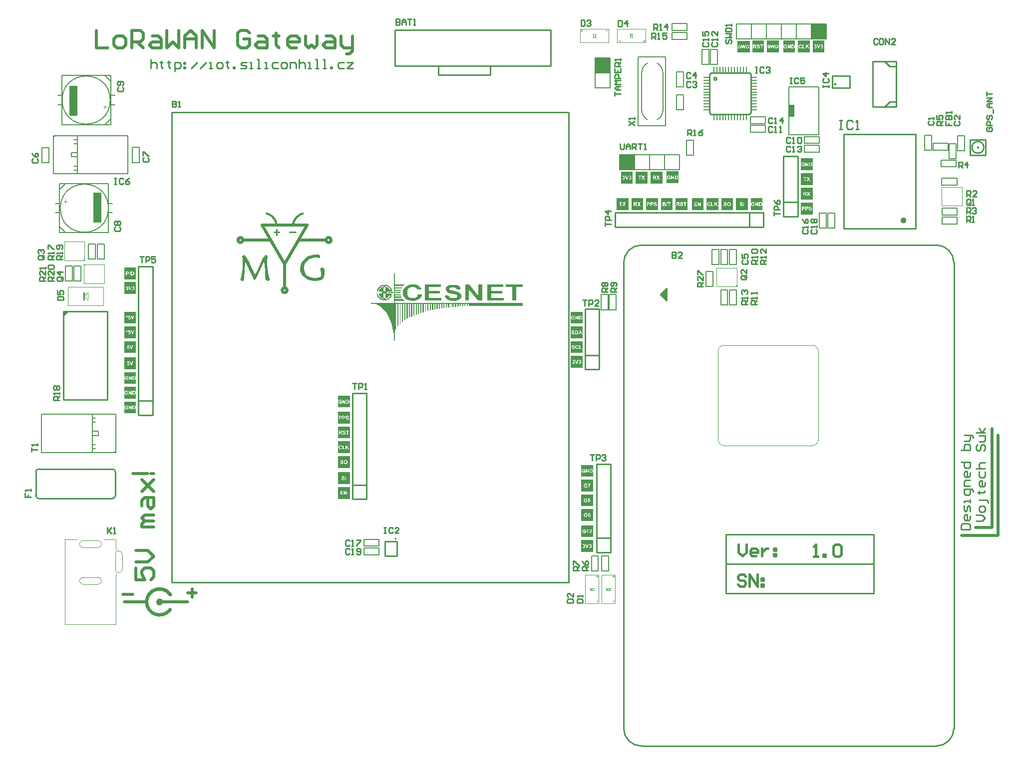
<source format=gto>
%FSLAX44Y44*%
%MOMM*%
G71*
G01*
G75*
G04 Layer_Color=65535*
%ADD10C,0.2540*%
%ADD11R,3.1600X1.0000*%
%ADD12R,0.7620X0.7620*%
%ADD13R,0.7620X0.7620*%
%ADD14R,1.2700X0.9144*%
%ADD15R,0.9144X0.9144*%
%ADD16R,2.2000X1.0500*%
%ADD17R,1.0500X1.0000*%
%ADD18R,1.9000X0.8000*%
%ADD19R,3.0000X1.0000*%
%ADD20O,3.0000X1.0000*%
%ADD21R,6.5000X5.9000*%
%ADD22R,3.0000X1.2000*%
%ADD23R,2.0000X2.5000*%
G04:AMPARAMS|DCode=24|XSize=2.032mm|YSize=0.6096mm|CornerRadius=0.061mm|HoleSize=0mm|Usage=FLASHONLY|Rotation=90.000|XOffset=0mm|YOffset=0mm|HoleType=Round|Shape=RoundedRectangle|*
%AMROUNDEDRECTD24*
21,1,2.0320,0.4877,0,0,90.0*
21,1,1.9101,0.6096,0,0,90.0*
1,1,0.1219,0.2438,0.9550*
1,1,0.1219,0.2438,-0.9550*
1,1,0.1219,-0.2438,-0.9550*
1,1,0.1219,-0.2438,0.9550*
%
%ADD24ROUNDEDRECTD24*%
G04:AMPARAMS|DCode=25|XSize=2.032mm|YSize=0.6096mm|CornerRadius=0.1524mm|HoleSize=0mm|Usage=FLASHONLY|Rotation=90.000|XOffset=0mm|YOffset=0mm|HoleType=Round|Shape=RoundedRectangle|*
%AMROUNDEDRECTD25*
21,1,2.0320,0.3048,0,0,90.0*
21,1,1.7272,0.6096,0,0,90.0*
1,1,0.3048,0.1524,0.8636*
1,1,0.3048,0.1524,-0.8636*
1,1,0.3048,-0.1524,-0.8636*
1,1,0.3048,-0.1524,0.8636*
%
%ADD25ROUNDEDRECTD25*%
%ADD26R,0.6096X2.0320*%
%ADD27R,1.2000X0.3000*%
%ADD28R,0.3000X1.2000*%
%ADD29R,1.5240X1.2700*%
%ADD30R,1.2000X6.0960*%
%ADD31R,0.5000X1.0000*%
%ADD32R,1.2700X1.5240*%
%ADD33R,0.8000X0.3500*%
%ADD34C,0.6000*%
%ADD35C,0.4000*%
%ADD36C,0.5000*%
%ADD37C,1.4000*%
%ADD38C,0.2032*%
%ADD39C,1.0000*%
%ADD40C,2.0000*%
%ADD41C,0.2500*%
%ADD42C,0.0000*%
%ADD43C,0.1016*%
%ADD44C,0.1020*%
%ADD45C,1.5240*%
%ADD46C,1.7780*%
%ADD47R,1.7780X1.7780*%
%ADD48C,1.7000*%
%ADD49R,1.5240X1.5240*%
%ADD50O,2.0320X4.5720*%
%ADD51O,4.5720X2.0320*%
%ADD52C,1.8000*%
%ADD53R,1.7780X1.7780*%
%ADD54O,3.2000X3.3000*%
%ADD55C,1.0000*%
%ADD56C,2.5000*%
%ADD57C,5.0000*%
%ADD58C,1.2700*%
%ADD59C,4.5000*%
%ADD60C,4.0000*%
%ADD61C,0.8000*%
%ADD62C,0.1270*%
%ADD63C,0.2000*%
%ADD64R,2.5303X2.5400*%
%ADD65R,1.4500X5.0750*%
%ADD66R,0.9652X2.1336*%
%ADD67R,0.2200X1.0000*%
%ADD68R,1.0000X0.2200*%
%ADD69R,2.5400X2.5303*%
G36*
X417500Y2065000D02*
X397500D01*
Y2085000D01*
X417500D01*
Y2065000D01*
D02*
G37*
G36*
X780000Y1770000D02*
X760000D01*
Y1790000D01*
X780000D01*
Y1770000D01*
D02*
G37*
G36*
X1192500Y1730000D02*
X1172500D01*
Y1750000D01*
X1192500D01*
Y1730000D01*
D02*
G37*
G36*
X1482500Y2475000D02*
X1462500D01*
Y2495000D01*
X1482500D01*
Y2475000D01*
D02*
G37*
G36*
X1458195Y2474500D02*
X1437500D01*
Y2494500D01*
X1458195D01*
Y2474500D01*
D02*
G37*
G36*
X417500Y2090000D02*
X397500D01*
Y2110000D01*
X417500D01*
Y2090000D01*
D02*
G37*
G36*
X1480000Y2207500D02*
X1460000D01*
Y2227500D01*
X1480000D01*
Y2207500D01*
D02*
G37*
G36*
X1192500Y1627500D02*
X1172500D01*
Y1647500D01*
X1192500D01*
Y1627500D01*
D02*
G37*
G36*
X1260000Y2252500D02*
X1240000D01*
Y2272500D01*
X1260000D01*
Y2252500D01*
D02*
G37*
G36*
X417500Y1990000D02*
X397500D01*
Y2010000D01*
X417500D01*
Y1990000D01*
D02*
G37*
G36*
X1285000Y2252500D02*
X1265000D01*
Y2272500D01*
X1285000D01*
Y2252500D01*
D02*
G37*
G36*
X1302500Y2207500D02*
X1282500D01*
Y2227500D01*
X1302500D01*
Y2207500D01*
D02*
G37*
G36*
X1535000Y2475000D02*
X1515000D01*
Y2495000D01*
X1535000D01*
Y2475000D01*
D02*
G37*
G36*
X1507500D02*
X1487500D01*
Y2495000D01*
X1507500D01*
Y2475000D01*
D02*
G37*
G36*
X417500Y2015000D02*
X397500D01*
Y2035000D01*
X417500D01*
Y2015000D01*
D02*
G37*
G36*
X780000Y1742500D02*
X760000D01*
Y1762500D01*
X780000D01*
Y1742500D01*
D02*
G37*
G36*
X1175000Y2015000D02*
X1155000D01*
Y2035000D01*
X1175000D01*
Y2015000D01*
D02*
G37*
G36*
X780000Y1795000D02*
X760000D01*
Y1815000D01*
X780000D01*
Y1795000D01*
D02*
G37*
G36*
X1192500Y1680000D02*
X1172500D01*
Y1700000D01*
X1192500D01*
Y1680000D01*
D02*
G37*
G36*
X1430000Y2207500D02*
X1410000D01*
Y2227500D01*
X1430000D01*
Y2207500D01*
D02*
G37*
G36*
X1565000Y2250000D02*
X1545000D01*
Y2270000D01*
X1565000D01*
Y2250000D01*
D02*
G37*
G36*
Y2275000D02*
X1545000D01*
Y2295000D01*
X1565000D01*
Y2275000D01*
D02*
G37*
G36*
X1405000Y2207500D02*
X1385000D01*
Y2227500D01*
X1405000D01*
Y2207500D01*
D02*
G37*
G36*
X780000Y1820000D02*
X760000D01*
Y1840000D01*
X780000D01*
Y1820000D01*
D02*
G37*
G36*
X1252500Y2207500D02*
X1232500D01*
Y2227500D01*
X1252500D01*
Y2207500D01*
D02*
G37*
G36*
X780000Y1845000D02*
X760000D01*
Y1865000D01*
X780000D01*
Y1845000D01*
D02*
G37*
G36*
Y1872500D02*
X760000D01*
Y1892500D01*
X780000D01*
Y1872500D01*
D02*
G37*
G36*
X1565000Y2200000D02*
X1545000D01*
Y2220000D01*
X1565000D01*
Y2200000D01*
D02*
G37*
G36*
X1380000Y2207500D02*
X1360000D01*
Y2227500D01*
X1380000D01*
Y2207500D01*
D02*
G37*
G36*
X1277500D02*
X1257500D01*
Y2227500D01*
X1277500D01*
Y2207500D01*
D02*
G37*
G36*
X1192500Y1705000D02*
X1172500D01*
Y1725000D01*
X1192500D01*
Y1705000D01*
D02*
G37*
G36*
X1565000Y2225000D02*
X1545000D01*
Y2245000D01*
X1565000D01*
Y2225000D01*
D02*
G37*
G36*
X1455000Y2207500D02*
X1435000D01*
Y2227500D01*
X1455000D01*
Y2207500D01*
D02*
G37*
G36*
X1192500Y1652500D02*
X1172500D01*
Y1672500D01*
X1192500D01*
Y1652500D01*
D02*
G37*
G36*
X843395Y2079992D02*
X845976Y2078701D01*
X850492Y2074185D01*
X851137Y2072895D01*
X851782Y2070960D01*
Y2069024D01*
X850492D01*
X849847Y2070314D01*
X849202Y2072250D01*
X848621Y2073605D01*
X846427Y2075798D01*
X845331Y2076766D01*
X844105Y2077540D01*
X840169Y2078701D01*
Y2077089D01*
X843718Y2076121D01*
X845976Y2074831D01*
X847266Y2072895D01*
X848556Y2070960D01*
Y2069024D01*
X844040D01*
X842105Y2067089D01*
X843395Y2065798D01*
X848556D01*
Y2063863D01*
X846621Y2061282D01*
X843718Y2058702D01*
X842105Y2058056D01*
X840815Y2057734D01*
Y2056121D01*
X841782D01*
X842814Y2056573D01*
X844363Y2057411D01*
X845976Y2058702D01*
X848234Y2061024D01*
X849202Y2062572D01*
X849976Y2064315D01*
X850492Y2065798D01*
X851782D01*
Y2063863D01*
X851072Y2061927D01*
X850427Y2060702D01*
X845976Y2056121D01*
X843395Y2054831D01*
X840169Y2054185D01*
X837589D01*
X834363Y2054831D01*
X831782Y2056121D01*
X827266Y2060637D01*
X826621Y2061927D01*
X825976Y2063863D01*
Y2065798D01*
X827266D01*
X827911Y2064508D01*
X828557Y2062572D01*
X829137Y2061218D01*
X831331Y2059024D01*
X832427Y2058056D01*
X833653Y2057282D01*
X837589Y2056121D01*
Y2057734D01*
X834040Y2058702D01*
X831782Y2059992D01*
X829202Y2063863D01*
Y2065798D01*
X833718D01*
X835653Y2067089D01*
X833718Y2069024D01*
X829202D01*
Y2070960D01*
X831137Y2073540D01*
X834040Y2076121D01*
X835653Y2076766D01*
X836944Y2077089D01*
Y2078701D01*
X835976D01*
X834943Y2078250D01*
X833395Y2077411D01*
X831782Y2076121D01*
X829524Y2073798D01*
X828557Y2072250D01*
X827782Y2070508D01*
X827266Y2069024D01*
X825976D01*
Y2070960D01*
X826685Y2072895D01*
X827331Y2074121D01*
X831782Y2078701D01*
X834363Y2079992D01*
X837589Y2080637D01*
X840169D01*
X843395Y2079992D01*
D02*
G37*
G36*
X1337500Y2253000D02*
X1317500D01*
Y2273000D01*
X1337500D01*
Y2253000D01*
D02*
G37*
G36*
X893718Y2080637D02*
X895653Y2079992D01*
X897589Y2078701D01*
X899847Y2076443D01*
X901460Y2074185D01*
Y2072895D01*
X894363D01*
X894040Y2074185D01*
X892427Y2075476D01*
X890492Y2076766D01*
X884363D01*
X881460Y2075476D01*
X879524Y2074185D01*
X877589Y2070960D01*
Y2064508D01*
X878879Y2061605D01*
X881460Y2059347D01*
X884040Y2058056D01*
X889847D01*
X891137Y2058702D01*
X893073Y2059669D01*
X894363Y2061605D01*
X895008Y2062895D01*
X895653Y2063863D01*
X902105D01*
Y2061927D01*
X900814Y2059347D01*
X898879Y2057411D01*
X896298Y2055476D01*
X892427Y2054185D01*
X887911Y2053540D01*
X885976D01*
X881460Y2054185D01*
X878879Y2054831D01*
X876298Y2056121D01*
X873718Y2058056D01*
X872427Y2059992D01*
X871137Y2061927D01*
X870492Y2064508D01*
Y2070960D01*
X872427Y2074831D01*
X874363Y2076766D01*
X875653Y2078056D01*
X877589Y2079347D01*
X880814Y2080637D01*
X883395Y2081282D01*
X891137D01*
X893718Y2080637D01*
D02*
G37*
G36*
X856944Y2081282D02*
X873395D01*
X870492Y2078701D01*
X856944D01*
Y2076121D01*
X868879D01*
X867266Y2074185D01*
X856944D01*
Y2072250D01*
X866621D01*
Y2070314D01*
X856944D01*
Y2069024D01*
X855008D01*
Y2099992D01*
X856944D01*
Y2081282D01*
D02*
G37*
G36*
X1004685Y2054185D02*
X996943D01*
X982750Y2071605D01*
X982105D01*
Y2054185D01*
X975653D01*
Y2081282D01*
X982750D01*
X998234Y2061927D01*
Y2081282D01*
X1004685D01*
Y2054185D01*
D02*
G37*
G36*
X1175000Y1965000D02*
X1155000D01*
Y1985000D01*
X1175000D01*
Y1965000D01*
D02*
G37*
G36*
X865976Y2066766D02*
Y2066443D01*
X845331D01*
Y2068379D01*
X865976D01*
Y2066766D01*
D02*
G37*
G36*
X1318149Y2074975D02*
X1318553Y2074000D01*
X1318448D01*
X1318553Y2054000D01*
X1318149Y2053025D01*
X1317174Y2052621D01*
X1316199Y2053025D01*
X1316196Y2053032D01*
X1316269Y2053104D01*
X1306205Y2063022D01*
X1306199Y2063025D01*
X1305795Y2064000D01*
X1305900D01*
X1305795Y2064000D01*
X1306199Y2064975D01*
X1306205Y2064978D01*
X1306273Y2064901D01*
X1316195Y2074965D01*
X1316199Y2074975D01*
X1317174Y2075379D01*
X1318149Y2074975D01*
D02*
G37*
G36*
X964040Y2079347D02*
X966621Y2077411D01*
X967911Y2075476D01*
Y2072895D01*
X961459D01*
X960814Y2074185D01*
X959524Y2075476D01*
X957589Y2076121D01*
X952427D01*
X949201Y2075153D01*
Y2073218D01*
X949847Y2072250D01*
X953717Y2070960D01*
X960169Y2069669D01*
X965976Y2067734D01*
X967911Y2065798D01*
X969201Y2063863D01*
Y2059347D01*
X967266Y2056766D01*
X962750Y2054185D01*
X958879Y2053540D01*
X954363D01*
X949201Y2054185D01*
X945330Y2055476D01*
X942750Y2058056D01*
X941460Y2060637D01*
Y2062572D01*
X947266D01*
X947911Y2061605D01*
X948556Y2060637D01*
X949847Y2059347D01*
X951460Y2058056D01*
X959201D01*
X960169Y2058702D01*
X961782Y2059347D01*
X962427Y2060637D01*
Y2062572D01*
X960814Y2063863D01*
X958879Y2064508D01*
X955653Y2065153D01*
X951782Y2065798D01*
X947266Y2067089D01*
X944685Y2069024D01*
X942750Y2071605D01*
Y2075476D01*
X944685Y2078056D01*
X947266Y2079347D01*
X950492Y2080637D01*
X960169D01*
X964040Y2079347D01*
D02*
G37*
G36*
X1175000Y1940000D02*
X1155000D01*
Y1960000D01*
X1175000D01*
Y1940000D01*
D02*
G37*
G36*
X1192500Y1755000D02*
X1172500D01*
Y1775000D01*
X1192500D01*
Y1755000D01*
D02*
G37*
G36*
X701113Y2203260D02*
X701402Y2203044D01*
X701692Y2202755D01*
X701908Y2202393D01*
X702053Y2201960D01*
Y2201237D01*
X701981Y2200948D01*
X701692Y2200442D01*
X701258Y2200081D01*
X700608Y2199792D01*
X699668Y2199503D01*
X698512Y2199069D01*
X697211Y2198491D01*
X696344Y2198057D01*
X695260Y2197407D01*
X694176Y2196612D01*
X693019Y2195672D01*
X691863Y2194588D01*
X690707Y2193360D01*
X689406Y2191698D01*
X688539Y2190325D01*
X688178Y2189747D01*
X687888Y2189241D01*
X687527Y2188518D01*
X687166Y2187723D01*
X686805Y2187000D01*
X686588Y2186350D01*
X686299Y2185627D01*
X686154Y2185049D01*
X686010Y2184471D01*
X708123D01*
X708484Y2184326D01*
X708918Y2184110D01*
X709352Y2183748D01*
X709713Y2183387D01*
X709930Y2182953D01*
X710074Y2182520D01*
X710147Y2181869D01*
Y2181436D01*
X709930Y2180858D01*
X709568Y2180207D01*
X709063Y2179340D01*
X709052D01*
X697500Y2159250D01*
X738074Y2159322D01*
X738331Y2159900D01*
X738692Y2160551D01*
X739053Y2160984D01*
X739487Y2161418D01*
X739993Y2161852D01*
X740643Y2162357D01*
X741655Y2162863D01*
X742594Y2163152D01*
X743462Y2163297D01*
X744762D01*
X745268Y2163225D01*
X746135Y2163008D01*
X746930Y2162719D01*
X747797Y2162213D01*
X748376Y2161779D01*
X748882Y2161273D01*
X749387Y2160695D01*
X749893Y2159973D01*
X750182Y2159395D01*
X750471Y2158600D01*
X750688Y2157660D01*
Y2155781D01*
X750544Y2155059D01*
X750327Y2154336D01*
X749821Y2153324D01*
X749171Y2152385D01*
X748520Y2151734D01*
X747870Y2151228D01*
X747003Y2150723D01*
X746063Y2150361D01*
X745196Y2150144D01*
X744473Y2150072D01*
X743678D01*
X743028Y2150144D01*
X741799Y2150506D01*
X740137Y2151373D01*
X738981Y2152457D01*
X738097Y2154020D01*
X738142Y2154157D01*
X738042Y2154119D01*
X694537D01*
X672075Y2115315D01*
X672061Y2115316D01*
X672062Y2115312D01*
Y2077516D01*
X672785Y2077227D01*
X673580Y2076722D01*
X674230Y2076143D01*
X674953Y2075204D01*
X675531Y2074192D01*
X675892Y2073181D01*
X676109Y2072097D01*
Y2071013D01*
X675965Y2070073D01*
X675676Y2069134D01*
X675170Y2068050D01*
X674447Y2067110D01*
X673796Y2066460D01*
X672929Y2065809D01*
X671918Y2065303D01*
X670978Y2065014D01*
X670039Y2064870D01*
X668955D01*
X668304Y2064942D01*
X667220Y2065231D01*
X666064Y2065809D01*
X665052Y2066532D01*
X664185Y2067471D01*
X663607Y2068411D01*
X663173Y2069350D01*
X662884Y2070796D01*
Y2071880D01*
X662957Y2072675D01*
X663462Y2074120D01*
X664041Y2075276D01*
X664763Y2076143D01*
X665703Y2076938D01*
X666764Y2077536D01*
X666859Y2077509D01*
X666931Y2115240D01*
X644456Y2154119D01*
X600446D01*
X599868Y2152890D01*
X599073Y2152023D01*
X598278Y2151228D01*
X596977Y2150578D01*
X595460Y2150144D01*
X593581D01*
X591774Y2150578D01*
X590184Y2151590D01*
X588956Y2152963D01*
X588161Y2154480D01*
X587872Y2155853D01*
Y2157516D01*
X588377Y2159467D01*
X589245Y2160840D01*
X590401Y2161996D01*
X591846Y2162791D01*
X593147Y2163152D01*
X594376Y2163225D01*
X595749Y2163152D01*
X596544Y2162936D01*
X597483Y2162502D01*
X598206Y2162068D01*
X599145Y2161346D01*
X599796Y2160551D01*
X600157Y2159900D01*
X600463Y2159349D01*
X600430Y2159250D01*
X641493D01*
X630148Y2178834D01*
X629714Y2179629D01*
X629280Y2180352D01*
X629063Y2180786D01*
X628919Y2181075D01*
X628847Y2181508D01*
Y2182303D01*
X628919Y2182664D01*
X629063Y2182953D01*
X629208Y2183242D01*
X629425Y2183532D01*
X629859Y2183965D01*
X630509Y2184326D01*
X631376Y2184471D01*
X653634D01*
X653417Y2185121D01*
X653128Y2186061D01*
X652622Y2187362D01*
X651900Y2188879D01*
X651322Y2189963D01*
X650527Y2191264D01*
X649876Y2192131D01*
X648720Y2193577D01*
X647925Y2194444D01*
X647130Y2195239D01*
X645902Y2196250D01*
X644818Y2197045D01*
X643372Y2197985D01*
X642144Y2198635D01*
X640771Y2199213D01*
X639253Y2199719D01*
X638603Y2199936D01*
X638169Y2200225D01*
X637808Y2200659D01*
X637591Y2201381D01*
Y2202032D01*
X637735Y2202393D01*
X637880Y2202682D01*
X638097Y2202971D01*
X638386Y2203188D01*
X638892Y2203405D01*
X639614D01*
X640048Y2203333D01*
X640987Y2203044D01*
X642216Y2202610D01*
X643445Y2202104D01*
X644456Y2201598D01*
X645613Y2200948D01*
X647058Y2200008D01*
X648359Y2198997D01*
X649804Y2197768D01*
X651322Y2196178D01*
X652622Y2194661D01*
X653996Y2192709D01*
X654863Y2191120D01*
X655658Y2189602D01*
X656236Y2188229D01*
X656742Y2186856D01*
X657103Y2185700D01*
X657392Y2184471D01*
X682252D01*
X682324Y2184977D01*
X682541Y2185772D01*
X682758Y2186494D01*
X683047Y2187362D01*
X683336Y2188157D01*
X683842Y2189385D01*
X684203Y2190108D01*
X684781Y2191264D01*
X685359Y2192276D01*
X685865Y2193071D01*
X686154Y2193504D01*
X686732Y2194299D01*
X687238Y2194950D01*
X687744Y2195600D01*
X688322Y2196250D01*
X688828Y2196829D01*
X689406Y2197407D01*
X689984Y2197913D01*
X690490Y2198346D01*
X691213Y2198997D01*
X692080Y2199647D01*
X692658Y2200081D01*
X693742Y2200803D01*
X694898Y2201454D01*
X696199Y2202104D01*
X697355Y2202610D01*
X698367Y2202971D01*
X699307Y2203260D01*
X699812Y2203405D01*
X700752D01*
X701113Y2203260D01*
D02*
G37*
G36*
X417500Y1862500D02*
X397500D01*
Y1882500D01*
X417500D01*
Y1862500D01*
D02*
G37*
G36*
Y1887500D02*
X397500D01*
Y1907500D01*
X417500D01*
Y1887500D01*
D02*
G37*
G36*
X639759Y2130343D02*
X641060Y2129259D01*
X640482Y2126586D01*
X640120Y2122394D01*
Y2116251D01*
X640626Y2108158D01*
X641710Y2099919D01*
X643156Y2093487D01*
X644601Y2088862D01*
X643083Y2088067D01*
X640337Y2087417D01*
X638603Y2087562D01*
X637374Y2088573D01*
X637013Y2090019D01*
X636796Y2093343D01*
X636218Y2105701D01*
X635062Y2120732D01*
X622849Y2095005D01*
X620392Y2090091D01*
X619380Y2089151D01*
X618513D01*
X617356Y2090019D01*
X615333Y2093777D01*
X602686Y2120515D01*
X602253Y2114589D01*
X601964Y2108447D01*
X601674Y2101364D01*
X601313Y2094427D01*
X600952Y2090669D01*
X600229Y2088140D01*
X599073Y2087417D01*
X597917Y2087345D01*
X594159Y2088862D01*
X595460Y2092982D01*
X596544Y2097679D01*
X597555Y2103027D01*
X598206Y2109314D01*
X598495Y2113144D01*
X598567Y2117914D01*
X598639Y2122105D01*
X598495Y2125502D01*
X597700Y2129259D01*
X598423Y2129910D01*
X599290Y2130488D01*
X600446Y2130921D01*
X601602Y2130777D01*
X603192Y2129548D01*
X606011Y2125140D01*
X608323Y2120732D01*
X611575Y2113578D01*
X615766Y2104833D01*
X618802Y2098907D01*
X619380Y2098329D01*
X621692Y2102087D01*
X624222Y2107290D01*
X628919Y2117480D01*
X632460Y2125213D01*
X633833Y2127670D01*
X635279Y2129765D01*
X636579Y2130705D01*
X638025Y2130994D01*
X639759Y2130343D01*
D02*
G37*
G36*
X1327500Y2207500D02*
X1307500D01*
Y2227500D01*
X1327500D01*
Y2207500D01*
D02*
G37*
G36*
X727274Y2132150D02*
X729008Y2131500D01*
X729803Y2130560D01*
X729948Y2129476D01*
X729731Y2127742D01*
X728791Y2125718D01*
X727057Y2126369D01*
X724311Y2126658D01*
X720914D01*
X717373Y2126224D01*
X713832Y2125140D01*
X710219Y2123189D01*
X707401Y2120876D01*
X705232Y2118347D01*
X703570Y2115167D01*
X702559Y2111409D01*
X702414Y2107579D01*
X702920Y2104255D01*
X704076Y2101003D01*
X705811Y2098329D01*
X708412Y2095945D01*
X711664Y2094210D01*
X715422Y2093054D01*
X719614Y2092476D01*
X723155Y2092403D01*
X727202Y2092909D01*
X730815Y2093993D01*
X731104Y2095728D01*
X731176Y2097679D01*
X731248Y2099847D01*
X731176Y2102159D01*
X730743Y2104617D01*
X730020Y2106351D01*
X729081Y2107796D01*
X730020Y2108519D01*
X731393Y2109097D01*
X732622Y2109603D01*
X733633Y2109820D01*
X735079Y2109603D01*
X735873Y2109097D01*
X736524Y2108302D01*
X736957Y2107146D01*
X737174Y2105845D01*
X737247Y2104327D01*
Y2102232D01*
X737030Y2098474D01*
X736090Y2093921D01*
X735079Y2091464D01*
X734573Y2090741D01*
X733850Y2090163D01*
X731754Y2088935D01*
X728286Y2087923D01*
X723516Y2087417D01*
X719324D01*
X714555Y2087995D01*
X710074Y2089079D01*
X706100Y2090958D01*
X702342Y2093487D01*
X699523Y2096523D01*
X697283Y2100208D01*
X696127Y2104183D01*
X695910Y2108230D01*
X696488Y2113072D01*
X697789Y2116757D01*
X701186Y2122105D01*
X704582Y2125429D01*
X708774Y2128320D01*
X712604Y2130199D01*
X716795Y2131500D01*
X721131Y2132295D01*
X724817Y2132367D01*
X727274Y2132150D01*
D02*
G37*
G36*
X1560000Y2475000D02*
X1540000D01*
Y2495000D01*
X1560000D01*
Y2475000D01*
D02*
G37*
G36*
X1175000Y1990000D02*
X1155000D01*
Y2010000D01*
X1175000D01*
Y1990000D01*
D02*
G37*
G36*
X417500Y1965000D02*
X397500D01*
Y1985000D01*
X417500D01*
Y1965000D01*
D02*
G37*
G36*
X780000Y1717500D02*
X760000D01*
Y1737500D01*
X780000D01*
Y1717500D01*
D02*
G37*
G36*
X417500Y1937500D02*
X397500D01*
Y1957500D01*
X417500D01*
Y1937500D01*
D02*
G37*
G36*
X1310000Y2252500D02*
X1290000D01*
Y2272500D01*
X1310000D01*
Y2252500D01*
D02*
G37*
G36*
X1585000Y2475000D02*
X1565000D01*
Y2495000D01*
X1585000D01*
Y2475000D01*
D02*
G37*
G36*
X934363Y2076766D02*
X914363D01*
Y2070314D01*
X933072D01*
Y2065798D01*
X914363D01*
Y2058056D01*
X935008D01*
Y2054185D01*
X907266D01*
Y2081282D01*
X934363D01*
Y2076766D01*
D02*
G37*
G36*
X1040169D02*
X1020169D01*
Y2070314D01*
X1038233D01*
Y2065798D01*
X1020169D01*
Y2058056D01*
X1040814D01*
Y2054185D01*
X1013072D01*
Y2081282D01*
X1040169D01*
Y2076766D01*
D02*
G37*
G36*
X1073717D02*
X1062750D01*
Y2054185D01*
X1055653D01*
Y2076766D01*
X1044685D01*
Y2081282D01*
X1073717D01*
Y2076766D01*
D02*
G37*
G36*
X1352500Y2207500D02*
X1332500D01*
Y2227500D01*
X1352500D01*
Y2207500D01*
D02*
G37*
G36*
X417500Y1912500D02*
X397500D01*
Y1932500D01*
X417500D01*
Y1912500D01*
D02*
G37*
G36*
X294500Y2028500D02*
Y2035500D01*
X301500D01*
X294500Y2028500D01*
D02*
G37*
G36*
X856944Y2065476D02*
Y2064508D01*
X866621D01*
Y2062572D01*
X856944D01*
Y2060637D01*
X867266D01*
X868556Y2058056D01*
X856944D01*
Y2056766D01*
X869847D01*
X873718Y2053540D01*
Y2052895D01*
X856944D01*
Y2049669D01*
X1073717D01*
Y2044508D01*
X982105D01*
Y2047734D01*
X980169D01*
Y2044508D01*
X978234D01*
Y2047734D01*
X976298D01*
Y2044508D01*
X974363D01*
Y2047734D01*
X972427D01*
Y2044508D01*
X970492D01*
Y2047734D01*
X968556D01*
Y2044508D01*
X966621D01*
Y2047734D01*
X964685D01*
Y2043863D01*
X962750D01*
Y2047734D01*
X960814D01*
Y2043218D01*
X958234D01*
Y2047734D01*
X956298D01*
Y2043218D01*
X954363D01*
Y2047734D01*
X952427D01*
Y2042573D01*
X951137D01*
Y2047734D01*
X948556D01*
Y2042573D01*
X946621D01*
Y2047734D01*
X944685D01*
Y2041927D01*
X942750D01*
Y2047734D01*
X940814D01*
Y2041282D01*
X938879D01*
Y2047734D01*
X936943D01*
Y2040637D01*
X935008D01*
Y2047734D01*
X933072D01*
Y2039992D01*
X931137D01*
Y2047734D01*
X929201D01*
Y2039347D01*
X927266D01*
Y2047734D01*
X925331D01*
Y2038702D01*
X923395D01*
Y2047734D01*
X921460D01*
Y2038056D01*
X919524D01*
Y2047734D01*
X917589D01*
Y2036766D01*
X915653D01*
Y2047734D01*
X913072D01*
Y2036121D01*
X911782D01*
Y2047734D01*
X909202D01*
Y2034831D01*
X907911D01*
Y2047734D01*
X905331D01*
Y2033540D01*
X903395D01*
Y2047734D01*
X901460D01*
Y2032895D01*
X899524D01*
Y2047734D01*
X897589D01*
Y2031605D01*
X895653D01*
Y2047734D01*
X893718D01*
Y2029669D01*
X891782D01*
Y2047734D01*
X889847D01*
Y2028379D01*
X887911D01*
Y2047734D01*
X885976D01*
Y2026444D01*
X884040D01*
Y2047734D01*
X882105D01*
Y2025153D01*
X880169D01*
Y2047734D01*
X878234D01*
Y2023218D01*
X876298D01*
Y2047734D01*
X874363D01*
Y2020637D01*
X872427D01*
Y2047734D01*
X869847D01*
Y2017411D01*
X868556D01*
Y2047734D01*
X865976D01*
Y2014185D01*
X864685D01*
Y2047734D01*
X862750D01*
Y2010960D01*
X860815D01*
Y2047734D01*
X858234D01*
Y2004508D01*
X857589D01*
Y2002895D01*
X856944D01*
Y1985798D01*
X855008D01*
Y1998702D01*
X854363D01*
X850815Y2014831D01*
X846621Y2025153D01*
X842750Y2032250D01*
X838234Y2038379D01*
X834686Y2041605D01*
X830492Y2044831D01*
X826944Y2046766D01*
X824363Y2047734D01*
X815653D01*
Y2049669D01*
X855008D01*
Y2065798D01*
X856944D01*
Y2065476D01*
D02*
G37*
%LPC*%
G36*
X1188053Y1743003D02*
X1183862D01*
Y1741862D01*
X1186636D01*
X1186478Y1741654D01*
X1186328Y1741445D01*
X1186187Y1741229D01*
X1186053Y1741012D01*
X1185928Y1740804D01*
X1185820Y1740596D01*
X1185712Y1740404D01*
X1185620Y1740212D01*
X1185537Y1740046D01*
X1185462Y1739879D01*
X1185403Y1739746D01*
X1185345Y1739621D01*
X1185303Y1739521D01*
X1185278Y1739446D01*
X1185262Y1739404D01*
X1185254Y1739388D01*
X1185162Y1739129D01*
X1185079Y1738871D01*
X1185012Y1738621D01*
X1184954Y1738380D01*
X1184895Y1738146D01*
X1184854Y1737921D01*
X1184820Y1737713D01*
X1184787Y1737513D01*
X1184762Y1737338D01*
X1184745Y1737172D01*
X1184737Y1737030D01*
X1184720Y1736905D01*
Y1736813D01*
X1184712Y1736738D01*
Y1736697D01*
Y1736680D01*
X1185895D01*
X1185903Y1737005D01*
X1185937Y1737338D01*
X1185978Y1737655D01*
X1186003Y1737813D01*
X1186028Y1737955D01*
X1186053Y1738088D01*
X1186078Y1738213D01*
X1186103Y1738321D01*
X1186128Y1738413D01*
X1186145Y1738488D01*
X1186162Y1738546D01*
X1186170Y1738588D01*
Y1738596D01*
X1186286Y1738996D01*
X1186420Y1739371D01*
X1186487Y1739546D01*
X1186553Y1739721D01*
X1186620Y1739879D01*
X1186686Y1740021D01*
X1186745Y1740154D01*
X1186803Y1740279D01*
X1186853Y1740379D01*
X1186903Y1740471D01*
X1186936Y1740546D01*
X1186961Y1740596D01*
X1186978Y1740629D01*
X1186986Y1740637D01*
X1187086Y1740812D01*
X1187186Y1740979D01*
X1187286Y1741129D01*
X1187378Y1741270D01*
X1187478Y1741404D01*
X1187561Y1741529D01*
X1187645Y1741637D01*
X1187719Y1741737D01*
X1187794Y1741820D01*
X1187861Y1741895D01*
X1187911Y1741962D01*
X1187961Y1742020D01*
X1188003Y1742062D01*
X1188028Y1742087D01*
X1188044Y1742104D01*
X1188053Y1742112D01*
Y1743003D01*
D02*
G37*
G36*
X1180238Y1743203D02*
X1180121D01*
X1179797Y1743187D01*
X1179638Y1743170D01*
X1179497Y1743153D01*
X1179363Y1743128D01*
X1179230Y1743103D01*
X1179122Y1743070D01*
X1179013Y1743045D01*
X1178913Y1743012D01*
X1178830Y1742978D01*
X1178764Y1742953D01*
X1178697Y1742928D01*
X1178655Y1742912D01*
X1178614Y1742895D01*
X1178597Y1742878D01*
X1178588D01*
X1178438Y1742795D01*
X1178305Y1742704D01*
X1178172Y1742612D01*
X1178055Y1742512D01*
X1177947Y1742412D01*
X1177847Y1742312D01*
X1177755Y1742220D01*
X1177672Y1742120D01*
X1177597Y1742029D01*
X1177539Y1741945D01*
X1177489Y1741870D01*
X1177439Y1741812D01*
X1177405Y1741754D01*
X1177381Y1741712D01*
X1177372Y1741687D01*
X1177364Y1741679D01*
X1177289Y1741529D01*
X1177231Y1741379D01*
X1177172Y1741229D01*
X1177122Y1741079D01*
X1177047Y1740779D01*
X1177022Y1740637D01*
X1176997Y1740504D01*
X1176981Y1740379D01*
X1176972Y1740262D01*
X1176964Y1740163D01*
X1176956Y1740071D01*
X1176947Y1740004D01*
Y1739946D01*
Y1739913D01*
Y1739904D01*
X1176956Y1739729D01*
X1176964Y1739563D01*
X1177006Y1739246D01*
X1177031Y1739096D01*
X1177064Y1738954D01*
X1177097Y1738821D01*
X1177139Y1738696D01*
X1177172Y1738588D01*
X1177206Y1738488D01*
X1177239Y1738396D01*
X1177264Y1738330D01*
X1177289Y1738271D01*
X1177306Y1738221D01*
X1177322Y1738196D01*
Y1738188D01*
X1177397Y1738046D01*
X1177480Y1737913D01*
X1177564Y1737788D01*
X1177655Y1737671D01*
X1177747Y1737563D01*
X1177839Y1737463D01*
X1177930Y1737372D01*
X1178022Y1737288D01*
X1178105Y1737222D01*
X1178180Y1737155D01*
X1178255Y1737105D01*
X1178314Y1737055D01*
X1178372Y1737022D01*
X1178405Y1736997D01*
X1178430Y1736988D01*
X1178438Y1736980D01*
X1178580Y1736905D01*
X1178730Y1736847D01*
X1178880Y1736788D01*
X1179030Y1736738D01*
X1179322Y1736663D01*
X1179463Y1736638D01*
X1179597Y1736613D01*
X1179722Y1736597D01*
X1179838Y1736588D01*
X1179938Y1736580D01*
X1180030Y1736572D01*
X1180096Y1736563D01*
X1180196D01*
X1180488Y1736580D01*
X1180771Y1736613D01*
X1181038Y1736655D01*
X1181163Y1736688D01*
X1181271Y1736713D01*
X1181379Y1736738D01*
X1181471Y1736772D01*
X1181554Y1736797D01*
X1181621Y1736813D01*
X1181679Y1736838D01*
X1181721Y1736847D01*
X1181746Y1736863D01*
X1181754D01*
X1181896Y1736922D01*
X1182029Y1736980D01*
X1182154Y1737038D01*
X1182263Y1737097D01*
X1182371Y1737155D01*
X1182471Y1737213D01*
X1182554Y1737272D01*
X1182637Y1737321D01*
X1182704Y1737372D01*
X1182771Y1737413D01*
X1182821Y1737455D01*
X1182862Y1737488D01*
X1182896Y1737513D01*
X1182921Y1737538D01*
X1182929Y1737547D01*
X1182937Y1737555D01*
Y1740112D01*
X1180146D01*
Y1739029D01*
X1181629D01*
Y1738213D01*
X1181513Y1738130D01*
X1181396Y1738055D01*
X1181271Y1737996D01*
X1181163Y1737938D01*
X1181063Y1737888D01*
X1180988Y1737855D01*
X1180938Y1737838D01*
X1180930Y1737830D01*
X1180921D01*
X1180771Y1737780D01*
X1180621Y1737738D01*
X1180488Y1737713D01*
X1180363Y1737688D01*
X1180263Y1737680D01*
X1180180Y1737671D01*
X1180113D01*
X1179963Y1737680D01*
X1179821Y1737696D01*
X1179688Y1737721D01*
X1179555Y1737763D01*
X1179438Y1737805D01*
X1179330Y1737855D01*
X1179230Y1737905D01*
X1179138Y1737955D01*
X1179055Y1738005D01*
X1178988Y1738063D01*
X1178922Y1738105D01*
X1178872Y1738146D01*
X1178830Y1738188D01*
X1178805Y1738213D01*
X1178788Y1738230D01*
X1178780Y1738238D01*
X1178689Y1738355D01*
X1178614Y1738480D01*
X1178547Y1738613D01*
X1178488Y1738746D01*
X1178447Y1738888D01*
X1178405Y1739038D01*
X1178347Y1739313D01*
X1178322Y1739446D01*
X1178305Y1739563D01*
X1178297Y1739671D01*
X1178289Y1739771D01*
X1178280Y1739846D01*
Y1739904D01*
Y1739937D01*
Y1739954D01*
X1178289Y1740146D01*
X1178305Y1740329D01*
X1178330Y1740496D01*
X1178355Y1740654D01*
X1178397Y1740796D01*
X1178438Y1740929D01*
X1178480Y1741046D01*
X1178530Y1741154D01*
X1178580Y1741246D01*
X1178622Y1741329D01*
X1178663Y1741396D01*
X1178705Y1741454D01*
X1178730Y1741496D01*
X1178755Y1741529D01*
X1178772Y1741545D01*
X1178780Y1741554D01*
X1178880Y1741645D01*
X1178980Y1741729D01*
X1179088Y1741804D01*
X1179205Y1741870D01*
X1179313Y1741920D01*
X1179422Y1741962D01*
X1179638Y1742029D01*
X1179738Y1742054D01*
X1179830Y1742070D01*
X1179913Y1742079D01*
X1179980Y1742087D01*
X1180038Y1742095D01*
X1180121D01*
X1180321Y1742087D01*
X1180505Y1742054D01*
X1180663Y1742012D01*
X1180805Y1741962D01*
X1180913Y1741904D01*
X1180988Y1741862D01*
X1181038Y1741829D01*
X1181055Y1741820D01*
X1181188Y1741712D01*
X1181296Y1741587D01*
X1181379Y1741462D01*
X1181454Y1741346D01*
X1181504Y1741237D01*
X1181546Y1741154D01*
X1181554Y1741120D01*
X1181563Y1741104D01*
X1181571Y1741087D01*
Y1741079D01*
X1182854Y1741320D01*
X1182812Y1741479D01*
X1182762Y1741629D01*
X1182696Y1741770D01*
X1182637Y1741904D01*
X1182562Y1742029D01*
X1182487Y1742137D01*
X1182412Y1742245D01*
X1182346Y1742337D01*
X1182271Y1742420D01*
X1182204Y1742495D01*
X1182146Y1742554D01*
X1182088Y1742603D01*
X1182046Y1742645D01*
X1182013Y1742670D01*
X1181988Y1742687D01*
X1181979Y1742695D01*
X1181846Y1742787D01*
X1181704Y1742862D01*
X1181563Y1742928D01*
X1181404Y1742987D01*
X1181255Y1743037D01*
X1181096Y1743078D01*
X1180805Y1743137D01*
X1180663Y1743162D01*
X1180530Y1743178D01*
X1180421Y1743187D01*
X1180321Y1743195D01*
X1180238Y1743203D01*
D02*
G37*
G36*
X1189194Y1768087D02*
X1186636D01*
Y1761680D01*
X1189069D01*
X1189327Y1761688D01*
X1189552Y1761705D01*
X1189744Y1761722D01*
X1189827Y1761738D01*
X1189911Y1761747D01*
X1189977Y1761763D01*
X1190036Y1761772D01*
X1190094Y1761780D01*
X1190135Y1761797D01*
X1190169Y1761805D01*
X1190194D01*
X1190202Y1761813D01*
X1190210D01*
X1190419Y1761888D01*
X1190594Y1761972D01*
X1190752Y1762055D01*
X1190877Y1762138D01*
X1190985Y1762213D01*
X1191060Y1762272D01*
X1191102Y1762305D01*
X1191119Y1762321D01*
X1191277Y1762496D01*
X1191419Y1762680D01*
X1191535Y1762871D01*
X1191635Y1763055D01*
X1191710Y1763213D01*
X1191743Y1763280D01*
X1191768Y1763338D01*
X1191785Y1763388D01*
X1191802Y1763421D01*
X1191810Y1763446D01*
Y1763455D01*
X1191877Y1763680D01*
X1191927Y1763913D01*
X1191960Y1764138D01*
X1191985Y1764354D01*
X1191993Y1764454D01*
X1192002Y1764538D01*
Y1764621D01*
X1192010Y1764688D01*
Y1764746D01*
Y1764788D01*
Y1764812D01*
Y1764821D01*
X1192002Y1765146D01*
X1191993Y1765296D01*
X1191977Y1765437D01*
X1191960Y1765571D01*
X1191943Y1765696D01*
X1191918Y1765812D01*
X1191902Y1765912D01*
X1191885Y1766004D01*
X1191860Y1766087D01*
X1191843Y1766162D01*
X1191827Y1766221D01*
X1191810Y1766270D01*
X1191802Y1766304D01*
X1191794Y1766320D01*
Y1766329D01*
X1191710Y1766554D01*
X1191610Y1766754D01*
X1191510Y1766929D01*
X1191410Y1767079D01*
X1191327Y1767204D01*
X1191285Y1767254D01*
X1191252Y1767295D01*
X1191227Y1767329D01*
X1191202Y1767354D01*
X1191194Y1767362D01*
X1191185Y1767370D01*
X1191027Y1767520D01*
X1190869Y1767645D01*
X1190702Y1767745D01*
X1190552Y1767828D01*
X1190419Y1767887D01*
X1190360Y1767912D01*
X1190311Y1767928D01*
X1190277Y1767945D01*
X1190244Y1767953D01*
X1190227Y1767962D01*
X1190219D01*
X1190135Y1767987D01*
X1190044Y1768003D01*
X1189852Y1768037D01*
X1189644Y1768053D01*
X1189444Y1768070D01*
X1189352Y1768078D01*
X1189269D01*
X1189194Y1768087D01*
D02*
G37*
G36*
X1176281Y1768203D02*
X1176164D01*
X1175839Y1768187D01*
X1175681Y1768170D01*
X1175539Y1768153D01*
X1175406Y1768128D01*
X1175273Y1768103D01*
X1175164Y1768070D01*
X1175056Y1768045D01*
X1174956Y1768012D01*
X1174873Y1767978D01*
X1174806Y1767953D01*
X1174740Y1767928D01*
X1174698Y1767912D01*
X1174656Y1767895D01*
X1174640Y1767878D01*
X1174631D01*
X1174481Y1767795D01*
X1174348Y1767704D01*
X1174215Y1767612D01*
X1174098Y1767512D01*
X1173990Y1767412D01*
X1173890Y1767312D01*
X1173798Y1767220D01*
X1173715Y1767120D01*
X1173640Y1767029D01*
X1173581Y1766945D01*
X1173531Y1766870D01*
X1173482Y1766812D01*
X1173448Y1766754D01*
X1173423Y1766712D01*
X1173415Y1766687D01*
X1173407Y1766679D01*
X1173332Y1766529D01*
X1173273Y1766379D01*
X1173215Y1766229D01*
X1173165Y1766079D01*
X1173090Y1765779D01*
X1173065Y1765637D01*
X1173040Y1765504D01*
X1173023Y1765379D01*
X1173015Y1765262D01*
X1173007Y1765163D01*
X1172998Y1765071D01*
X1172990Y1765004D01*
Y1764946D01*
Y1764913D01*
Y1764904D01*
X1172998Y1764729D01*
X1173007Y1764563D01*
X1173048Y1764246D01*
X1173073Y1764096D01*
X1173107Y1763954D01*
X1173140Y1763821D01*
X1173182Y1763696D01*
X1173215Y1763588D01*
X1173248Y1763488D01*
X1173281Y1763396D01*
X1173307Y1763330D01*
X1173332Y1763271D01*
X1173348Y1763221D01*
X1173365Y1763196D01*
Y1763188D01*
X1173440Y1763046D01*
X1173523Y1762913D01*
X1173606Y1762788D01*
X1173698Y1762671D01*
X1173790Y1762563D01*
X1173881Y1762463D01*
X1173973Y1762372D01*
X1174065Y1762288D01*
X1174148Y1762222D01*
X1174223Y1762155D01*
X1174298Y1762105D01*
X1174356Y1762055D01*
X1174415Y1762022D01*
X1174448Y1761997D01*
X1174473Y1761988D01*
X1174481Y1761980D01*
X1174623Y1761905D01*
X1174773Y1761847D01*
X1174923Y1761788D01*
X1175073Y1761738D01*
X1175364Y1761663D01*
X1175506Y1761638D01*
X1175639Y1761613D01*
X1175764Y1761597D01*
X1175881Y1761588D01*
X1175981Y1761580D01*
X1176072Y1761572D01*
X1176139Y1761563D01*
X1176239D01*
X1176531Y1761580D01*
X1176814Y1761613D01*
X1177081Y1761655D01*
X1177206Y1761688D01*
X1177314Y1761713D01*
X1177422Y1761738D01*
X1177514Y1761772D01*
X1177597Y1761797D01*
X1177664Y1761813D01*
X1177722Y1761838D01*
X1177764Y1761847D01*
X1177789Y1761863D01*
X1177797D01*
X1177939Y1761922D01*
X1178072Y1761980D01*
X1178197Y1762038D01*
X1178305Y1762097D01*
X1178413Y1762155D01*
X1178513Y1762213D01*
X1178597Y1762272D01*
X1178680Y1762321D01*
X1178747Y1762372D01*
X1178813Y1762413D01*
X1178863Y1762455D01*
X1178905Y1762488D01*
X1178938Y1762513D01*
X1178963Y1762538D01*
X1178972Y1762547D01*
X1178980Y1762555D01*
Y1765112D01*
X1176189D01*
Y1764029D01*
X1177672D01*
Y1763213D01*
X1177555Y1763130D01*
X1177439Y1763055D01*
X1177314Y1762996D01*
X1177206Y1762938D01*
X1177105Y1762888D01*
X1177031Y1762855D01*
X1176981Y1762838D01*
X1176972Y1762830D01*
X1176964D01*
X1176814Y1762780D01*
X1176664Y1762738D01*
X1176531Y1762713D01*
X1176406Y1762688D01*
X1176306Y1762680D01*
X1176222Y1762671D01*
X1176156D01*
X1176006Y1762680D01*
X1175864Y1762696D01*
X1175731Y1762721D01*
X1175598Y1762763D01*
X1175481Y1762805D01*
X1175373Y1762855D01*
X1175273Y1762905D01*
X1175181Y1762955D01*
X1175098Y1763005D01*
X1175031Y1763063D01*
X1174964Y1763105D01*
X1174914Y1763146D01*
X1174873Y1763188D01*
X1174848Y1763213D01*
X1174831Y1763230D01*
X1174823Y1763238D01*
X1174731Y1763355D01*
X1174656Y1763480D01*
X1174589Y1763613D01*
X1174531Y1763746D01*
X1174490Y1763888D01*
X1174448Y1764038D01*
X1174390Y1764313D01*
X1174365Y1764446D01*
X1174348Y1764563D01*
X1174340Y1764671D01*
X1174331Y1764771D01*
X1174323Y1764846D01*
Y1764904D01*
Y1764937D01*
Y1764954D01*
X1174331Y1765146D01*
X1174348Y1765329D01*
X1174373Y1765496D01*
X1174398Y1765654D01*
X1174440Y1765796D01*
X1174481Y1765929D01*
X1174523Y1766046D01*
X1174573Y1766154D01*
X1174623Y1766246D01*
X1174665Y1766329D01*
X1174706Y1766396D01*
X1174748Y1766454D01*
X1174773Y1766496D01*
X1174798Y1766529D01*
X1174815Y1766545D01*
X1174823Y1766554D01*
X1174923Y1766645D01*
X1175023Y1766729D01*
X1175131Y1766804D01*
X1175248Y1766870D01*
X1175356Y1766920D01*
X1175464Y1766962D01*
X1175681Y1767029D01*
X1175781Y1767054D01*
X1175872Y1767070D01*
X1175956Y1767079D01*
X1176022Y1767087D01*
X1176081Y1767095D01*
X1176164D01*
X1176364Y1767087D01*
X1176547Y1767054D01*
X1176706Y1767012D01*
X1176847Y1766962D01*
X1176956Y1766904D01*
X1177031Y1766862D01*
X1177081Y1766829D01*
X1177097Y1766820D01*
X1177231Y1766712D01*
X1177339Y1766587D01*
X1177422Y1766462D01*
X1177497Y1766346D01*
X1177547Y1766237D01*
X1177589Y1766154D01*
X1177597Y1766120D01*
X1177605Y1766104D01*
X1177614Y1766087D01*
Y1766079D01*
X1178897Y1766320D01*
X1178855Y1766479D01*
X1178805Y1766629D01*
X1178738Y1766770D01*
X1178680Y1766904D01*
X1178605Y1767029D01*
X1178530Y1767137D01*
X1178455Y1767245D01*
X1178389Y1767337D01*
X1178314Y1767420D01*
X1178247Y1767495D01*
X1178189Y1767554D01*
X1178130Y1767603D01*
X1178089Y1767645D01*
X1178055Y1767670D01*
X1178030Y1767687D01*
X1178022Y1767695D01*
X1177889Y1767787D01*
X1177747Y1767862D01*
X1177605Y1767928D01*
X1177447Y1767987D01*
X1177297Y1768037D01*
X1177139Y1768078D01*
X1176847Y1768137D01*
X1176706Y1768162D01*
X1176572Y1768178D01*
X1176464Y1768187D01*
X1176364Y1768195D01*
X1176281Y1768203D01*
D02*
G37*
G36*
X1185270Y1768087D02*
X1184070D01*
Y1763796D01*
X1181429Y1768087D01*
X1180180D01*
Y1761680D01*
X1181379D01*
Y1765871D01*
X1183970Y1761680D01*
X1185270D01*
Y1768087D01*
D02*
G37*
G36*
X1187832Y1718003D02*
X1184600D01*
X1183966Y1714671D01*
X1184958Y1714529D01*
X1185041Y1714613D01*
X1185116Y1714688D01*
X1185199Y1714746D01*
X1185283Y1714796D01*
X1185441Y1714879D01*
X1185583Y1714937D01*
X1185707Y1714971D01*
X1185766Y1714979D01*
X1185807Y1714987D01*
X1185849Y1714996D01*
X1185899D01*
X1186049Y1714979D01*
X1186182Y1714946D01*
X1186299Y1714904D01*
X1186399Y1714846D01*
X1186474Y1714788D01*
X1186532Y1714746D01*
X1186574Y1714713D01*
X1186582Y1714696D01*
X1186674Y1714571D01*
X1186741Y1714429D01*
X1186782Y1714279D01*
X1186816Y1714138D01*
X1186832Y1714004D01*
X1186841Y1713954D01*
X1186849Y1713904D01*
Y1713863D01*
Y1713829D01*
Y1713813D01*
Y1713804D01*
X1186841Y1713580D01*
X1186807Y1713388D01*
X1186766Y1713230D01*
X1186716Y1713096D01*
X1186666Y1712988D01*
X1186624Y1712913D01*
X1186591Y1712871D01*
X1186582Y1712855D01*
X1186474Y1712755D01*
X1186366Y1712680D01*
X1186257Y1712621D01*
X1186157Y1712588D01*
X1186066Y1712563D01*
X1185999Y1712555D01*
X1185949Y1712547D01*
X1185932D01*
X1185807Y1712555D01*
X1185699Y1712588D01*
X1185599Y1712621D01*
X1185516Y1712671D01*
X1185441Y1712713D01*
X1185391Y1712755D01*
X1185349Y1712780D01*
X1185341Y1712788D01*
X1185258Y1712888D01*
X1185191Y1712996D01*
X1185133Y1713105D01*
X1185099Y1713205D01*
X1185074Y1713305D01*
X1185049Y1713380D01*
X1185041Y1713430D01*
Y1713438D01*
Y1713446D01*
X1183816Y1713313D01*
X1183841Y1713163D01*
X1183875Y1713030D01*
X1183916Y1712896D01*
X1183966Y1712780D01*
X1184016Y1712663D01*
X1184075Y1712555D01*
X1184133Y1712463D01*
X1184191Y1712380D01*
X1184249Y1712296D01*
X1184299Y1712230D01*
X1184350Y1712172D01*
X1184391Y1712122D01*
X1184433Y1712088D01*
X1184458Y1712063D01*
X1184474Y1712047D01*
X1184483Y1712038D01*
X1184591Y1711955D01*
X1184708Y1711880D01*
X1184824Y1711822D01*
X1184941Y1711763D01*
X1185066Y1711722D01*
X1185183Y1711680D01*
X1185416Y1711622D01*
X1185516Y1711605D01*
X1185616Y1711588D01*
X1185699Y1711580D01*
X1185774Y1711572D01*
X1185841Y1711563D01*
X1185924D01*
X1186124Y1711572D01*
X1186316Y1711597D01*
X1186499Y1711638D01*
X1186666Y1711697D01*
X1186816Y1711763D01*
X1186957Y1711830D01*
X1187091Y1711913D01*
X1187207Y1711988D01*
X1187307Y1712072D01*
X1187399Y1712147D01*
X1187482Y1712213D01*
X1187540Y1712280D01*
X1187590Y1712338D01*
X1187632Y1712380D01*
X1187649Y1712405D01*
X1187657Y1712413D01*
X1187740Y1712530D01*
X1187807Y1712655D01*
X1187874Y1712771D01*
X1187924Y1712896D01*
X1188007Y1713130D01*
X1188057Y1713346D01*
X1188074Y1713446D01*
X1188090Y1713538D01*
X1188099Y1713621D01*
X1188107Y1713688D01*
X1188115Y1713746D01*
Y1713788D01*
Y1713813D01*
Y1713821D01*
X1188107Y1713996D01*
X1188090Y1714163D01*
X1188065Y1714321D01*
X1188024Y1714463D01*
X1187982Y1714604D01*
X1187940Y1714729D01*
X1187882Y1714846D01*
X1187832Y1714954D01*
X1187782Y1715046D01*
X1187732Y1715129D01*
X1187682Y1715204D01*
X1187640Y1715262D01*
X1187599Y1715312D01*
X1187574Y1715346D01*
X1187557Y1715362D01*
X1187549Y1715371D01*
X1187440Y1715479D01*
X1187324Y1715571D01*
X1187207Y1715646D01*
X1187091Y1715721D01*
X1186974Y1715779D01*
X1186865Y1715821D01*
X1186749Y1715862D01*
X1186649Y1715896D01*
X1186549Y1715921D01*
X1186457Y1715937D01*
X1186374Y1715954D01*
X1186299Y1715962D01*
X1186249Y1715971D01*
X1186166D01*
X1186007Y1715962D01*
X1185857Y1715937D01*
X1185716Y1715904D01*
X1185583Y1715871D01*
X1185483Y1715829D01*
X1185399Y1715796D01*
X1185366Y1715779D01*
X1185341Y1715771D01*
X1185333Y1715762D01*
X1185324D01*
X1185524Y1716854D01*
X1187832D01*
Y1718003D01*
D02*
G37*
G36*
X1158781Y2028203D02*
X1158664D01*
X1158339Y2028187D01*
X1158181Y2028170D01*
X1158039Y2028153D01*
X1157906Y2028128D01*
X1157773Y2028103D01*
X1157664Y2028070D01*
X1157556Y2028045D01*
X1157456Y2028012D01*
X1157373Y2027978D01*
X1157306Y2027953D01*
X1157240Y2027928D01*
X1157198Y2027912D01*
X1157156Y2027895D01*
X1157140Y2027878D01*
X1157131D01*
X1156981Y2027795D01*
X1156848Y2027704D01*
X1156715Y2027612D01*
X1156598Y2027512D01*
X1156490Y2027412D01*
X1156390Y2027312D01*
X1156298Y2027220D01*
X1156215Y2027120D01*
X1156140Y2027029D01*
X1156081Y2026945D01*
X1156031Y2026870D01*
X1155982Y2026812D01*
X1155948Y2026754D01*
X1155923Y2026712D01*
X1155915Y2026687D01*
X1155907Y2026679D01*
X1155832Y2026529D01*
X1155773Y2026379D01*
X1155715Y2026229D01*
X1155665Y2026079D01*
X1155590Y2025779D01*
X1155565Y2025637D01*
X1155540Y2025504D01*
X1155523Y2025379D01*
X1155515Y2025262D01*
X1155507Y2025163D01*
X1155498Y2025071D01*
X1155490Y2025004D01*
Y2024946D01*
Y2024913D01*
Y2024904D01*
X1155498Y2024729D01*
X1155507Y2024563D01*
X1155548Y2024246D01*
X1155573Y2024096D01*
X1155607Y2023954D01*
X1155640Y2023821D01*
X1155682Y2023696D01*
X1155715Y2023588D01*
X1155748Y2023488D01*
X1155781Y2023396D01*
X1155807Y2023330D01*
X1155832Y2023271D01*
X1155848Y2023221D01*
X1155865Y2023196D01*
Y2023188D01*
X1155940Y2023046D01*
X1156023Y2022913D01*
X1156106Y2022788D01*
X1156198Y2022671D01*
X1156290Y2022563D01*
X1156381Y2022463D01*
X1156473Y2022372D01*
X1156565Y2022288D01*
X1156648Y2022222D01*
X1156723Y2022155D01*
X1156798Y2022105D01*
X1156856Y2022055D01*
X1156915Y2022022D01*
X1156948Y2021997D01*
X1156973Y2021988D01*
X1156981Y2021980D01*
X1157123Y2021905D01*
X1157273Y2021847D01*
X1157423Y2021788D01*
X1157573Y2021738D01*
X1157864Y2021663D01*
X1158006Y2021638D01*
X1158139Y2021613D01*
X1158264Y2021597D01*
X1158381Y2021588D01*
X1158481Y2021580D01*
X1158572Y2021572D01*
X1158639Y2021563D01*
X1158739D01*
X1159031Y2021580D01*
X1159314Y2021613D01*
X1159581Y2021655D01*
X1159706Y2021688D01*
X1159814Y2021713D01*
X1159922Y2021738D01*
X1160014Y2021772D01*
X1160097Y2021797D01*
X1160164Y2021813D01*
X1160222Y2021838D01*
X1160264Y2021847D01*
X1160289Y2021863D01*
X1160297D01*
X1160439Y2021922D01*
X1160572Y2021980D01*
X1160697Y2022038D01*
X1160805Y2022097D01*
X1160914Y2022155D01*
X1161013Y2022213D01*
X1161097Y2022272D01*
X1161180Y2022321D01*
X1161247Y2022372D01*
X1161313Y2022413D01*
X1161363Y2022455D01*
X1161405Y2022488D01*
X1161438Y2022513D01*
X1161463Y2022538D01*
X1161472Y2022547D01*
X1161480Y2022555D01*
Y2025112D01*
X1158689D01*
Y2024029D01*
X1160172D01*
Y2023213D01*
X1160055Y2023130D01*
X1159939Y2023055D01*
X1159814Y2022996D01*
X1159706Y2022938D01*
X1159606Y2022888D01*
X1159531Y2022855D01*
X1159481Y2022838D01*
X1159472Y2022830D01*
X1159464D01*
X1159314Y2022780D01*
X1159164Y2022738D01*
X1159031Y2022713D01*
X1158906Y2022688D01*
X1158806Y2022680D01*
X1158722Y2022671D01*
X1158656D01*
X1158506Y2022680D01*
X1158364Y2022696D01*
X1158231Y2022721D01*
X1158098Y2022763D01*
X1157981Y2022805D01*
X1157873Y2022855D01*
X1157773Y2022905D01*
X1157681Y2022955D01*
X1157598Y2023005D01*
X1157531Y2023063D01*
X1157464Y2023105D01*
X1157414Y2023146D01*
X1157373Y2023188D01*
X1157348Y2023213D01*
X1157331Y2023230D01*
X1157323Y2023238D01*
X1157231Y2023355D01*
X1157156Y2023480D01*
X1157089Y2023613D01*
X1157031Y2023746D01*
X1156990Y2023888D01*
X1156948Y2024038D01*
X1156890Y2024313D01*
X1156865Y2024446D01*
X1156848Y2024563D01*
X1156840Y2024671D01*
X1156831Y2024771D01*
X1156823Y2024846D01*
Y2024904D01*
Y2024937D01*
Y2024954D01*
X1156831Y2025146D01*
X1156848Y2025329D01*
X1156873Y2025496D01*
X1156898Y2025654D01*
X1156940Y2025796D01*
X1156981Y2025929D01*
X1157023Y2026046D01*
X1157073Y2026154D01*
X1157123Y2026246D01*
X1157165Y2026329D01*
X1157206Y2026396D01*
X1157248Y2026454D01*
X1157273Y2026496D01*
X1157298Y2026529D01*
X1157315Y2026546D01*
X1157323Y2026554D01*
X1157423Y2026645D01*
X1157523Y2026729D01*
X1157631Y2026804D01*
X1157748Y2026870D01*
X1157856Y2026920D01*
X1157964Y2026962D01*
X1158181Y2027029D01*
X1158281Y2027054D01*
X1158372Y2027070D01*
X1158456Y2027079D01*
X1158522Y2027087D01*
X1158581Y2027095D01*
X1158664D01*
X1158864Y2027087D01*
X1159047Y2027054D01*
X1159206Y2027012D01*
X1159347Y2026962D01*
X1159456Y2026904D01*
X1159531Y2026862D01*
X1159581Y2026829D01*
X1159597Y2026820D01*
X1159731Y2026712D01*
X1159839Y2026587D01*
X1159922Y2026462D01*
X1159997Y2026346D01*
X1160047Y2026237D01*
X1160089Y2026154D01*
X1160097Y2026121D01*
X1160105Y2026104D01*
X1160114Y2026087D01*
Y2026079D01*
X1161397Y2026320D01*
X1161355Y2026479D01*
X1161305Y2026629D01*
X1161238Y2026770D01*
X1161180Y2026904D01*
X1161105Y2027029D01*
X1161030Y2027137D01*
X1160955Y2027245D01*
X1160889Y2027337D01*
X1160814Y2027420D01*
X1160747Y2027495D01*
X1160689Y2027554D01*
X1160630Y2027603D01*
X1160589Y2027645D01*
X1160555Y2027670D01*
X1160530Y2027687D01*
X1160522Y2027695D01*
X1160389Y2027787D01*
X1160247Y2027862D01*
X1160105Y2027928D01*
X1159947Y2027987D01*
X1159797Y2028037D01*
X1159639Y2028078D01*
X1159347Y2028137D01*
X1159206Y2028162D01*
X1159072Y2028178D01*
X1158964Y2028187D01*
X1158864Y2028195D01*
X1158781Y2028203D01*
D02*
G37*
G36*
X1164583Y2003087D02*
X1162026D01*
Y1996680D01*
X1164458D01*
X1164717Y1996688D01*
X1164942Y1996705D01*
X1165133Y1996722D01*
X1165217Y1996738D01*
X1165300Y1996747D01*
X1165367Y1996763D01*
X1165425Y1996772D01*
X1165483Y1996780D01*
X1165525Y1996797D01*
X1165558Y1996805D01*
X1165583D01*
X1165592Y1996813D01*
X1165600D01*
X1165808Y1996888D01*
X1165983Y1996972D01*
X1166141Y1997055D01*
X1166266Y1997138D01*
X1166375Y1997213D01*
X1166450Y1997272D01*
X1166491Y1997305D01*
X1166508Y1997321D01*
X1166666Y1997496D01*
X1166808Y1997680D01*
X1166925Y1997871D01*
X1167025Y1998055D01*
X1167100Y1998213D01*
X1167133Y1998280D01*
X1167158Y1998338D01*
X1167174Y1998388D01*
X1167191Y1998421D01*
X1167199Y1998446D01*
Y1998455D01*
X1167266Y1998680D01*
X1167316Y1998913D01*
X1167349Y1999138D01*
X1167374Y1999354D01*
X1167383Y1999454D01*
X1167391Y1999538D01*
Y1999621D01*
X1167399Y1999688D01*
Y1999746D01*
Y1999788D01*
Y1999813D01*
Y1999821D01*
X1167391Y2000146D01*
X1167383Y2000296D01*
X1167366Y2000437D01*
X1167349Y2000571D01*
X1167333Y2000696D01*
X1167308Y2000812D01*
X1167291Y2000912D01*
X1167274Y2001004D01*
X1167249Y2001087D01*
X1167233Y2001162D01*
X1167216Y2001221D01*
X1167199Y2001270D01*
X1167191Y2001304D01*
X1167183Y2001320D01*
Y2001329D01*
X1167100Y2001554D01*
X1167000Y2001754D01*
X1166899Y2001929D01*
X1166799Y2002079D01*
X1166716Y2002204D01*
X1166675Y2002254D01*
X1166641Y2002295D01*
X1166616Y2002329D01*
X1166591Y2002354D01*
X1166583Y2002362D01*
X1166575Y2002370D01*
X1166416Y2002520D01*
X1166258Y2002645D01*
X1166091Y2002745D01*
X1165941Y2002829D01*
X1165808Y2002887D01*
X1165750Y2002912D01*
X1165700Y2002928D01*
X1165667Y2002945D01*
X1165633Y2002953D01*
X1165617Y2002962D01*
X1165608D01*
X1165525Y2002987D01*
X1165433Y2003003D01*
X1165242Y2003037D01*
X1165033Y2003053D01*
X1164833Y2003070D01*
X1164742Y2003078D01*
X1164658D01*
X1164583Y2003087D01*
D02*
G37*
G36*
X1171694Y2028087D02*
X1169136D01*
Y2021680D01*
X1171569D01*
X1171827Y2021688D01*
X1172052Y2021705D01*
X1172244Y2021722D01*
X1172327Y2021738D01*
X1172411Y2021747D01*
X1172477Y2021763D01*
X1172536Y2021772D01*
X1172594Y2021780D01*
X1172636Y2021797D01*
X1172669Y2021805D01*
X1172694D01*
X1172702Y2021813D01*
X1172710D01*
X1172919Y2021888D01*
X1173094Y2021972D01*
X1173252Y2022055D01*
X1173377Y2022138D01*
X1173485Y2022213D01*
X1173560Y2022272D01*
X1173602Y2022305D01*
X1173619Y2022321D01*
X1173777Y2022496D01*
X1173919Y2022680D01*
X1174035Y2022871D01*
X1174135Y2023055D01*
X1174210Y2023213D01*
X1174243Y2023280D01*
X1174268Y2023338D01*
X1174285Y2023388D01*
X1174302Y2023421D01*
X1174310Y2023446D01*
Y2023455D01*
X1174377Y2023680D01*
X1174427Y2023913D01*
X1174460Y2024138D01*
X1174485Y2024354D01*
X1174493Y2024454D01*
X1174502Y2024538D01*
Y2024621D01*
X1174510Y2024688D01*
Y2024746D01*
Y2024788D01*
Y2024813D01*
Y2024821D01*
X1174502Y2025146D01*
X1174493Y2025296D01*
X1174477Y2025437D01*
X1174460Y2025571D01*
X1174443Y2025696D01*
X1174418Y2025812D01*
X1174402Y2025912D01*
X1174385Y2026004D01*
X1174360Y2026087D01*
X1174343Y2026162D01*
X1174327Y2026221D01*
X1174310Y2026270D01*
X1174302Y2026304D01*
X1174294Y2026320D01*
Y2026329D01*
X1174210Y2026554D01*
X1174110Y2026754D01*
X1174010Y2026929D01*
X1173910Y2027079D01*
X1173827Y2027204D01*
X1173785Y2027254D01*
X1173752Y2027295D01*
X1173727Y2027329D01*
X1173702Y2027354D01*
X1173694Y2027362D01*
X1173685Y2027370D01*
X1173527Y2027520D01*
X1173369Y2027645D01*
X1173202Y2027745D01*
X1173052Y2027829D01*
X1172919Y2027887D01*
X1172860Y2027912D01*
X1172811Y2027928D01*
X1172777Y2027945D01*
X1172744Y2027953D01*
X1172727Y2027962D01*
X1172719D01*
X1172636Y2027987D01*
X1172544Y2028003D01*
X1172352Y2028037D01*
X1172144Y2028053D01*
X1171944Y2028070D01*
X1171852Y2028078D01*
X1171769D01*
X1171694Y2028087D01*
D02*
G37*
G36*
X1167770D02*
X1166570D01*
Y2023796D01*
X1163929Y2028087D01*
X1162680D01*
Y2021680D01*
X1163879D01*
Y2025871D01*
X1166470Y2021680D01*
X1167770D01*
Y2028087D01*
D02*
G37*
G36*
X1171715Y2003087D02*
X1170332D01*
X1167841Y1996680D01*
X1169207D01*
X1169741Y1998138D01*
X1172298D01*
X1172865Y1996680D01*
X1174273D01*
X1171715Y2003087D01*
D02*
G37*
G36*
X1165462Y1978203D02*
X1165412D01*
X1165171Y1978195D01*
X1164938Y1978162D01*
X1164713Y1978120D01*
X1164504Y1978062D01*
X1164313Y1977995D01*
X1164138Y1977920D01*
X1163971Y1977845D01*
X1163829Y1977762D01*
X1163696Y1977679D01*
X1163579Y1977595D01*
X1163480Y1977520D01*
X1163396Y1977454D01*
X1163330Y1977395D01*
X1163288Y1977354D01*
X1163255Y1977320D01*
X1163246Y1977312D01*
X1163105Y1977137D01*
X1162971Y1976954D01*
X1162863Y1976754D01*
X1162771Y1976554D01*
X1162688Y1976346D01*
X1162621Y1976137D01*
X1162571Y1975937D01*
X1162522Y1975737D01*
X1162488Y1975554D01*
X1162463Y1975379D01*
X1162447Y1975229D01*
X1162438Y1975096D01*
X1162430Y1974979D01*
X1162421Y1974896D01*
Y1974871D01*
Y1974846D01*
Y1974838D01*
Y1974829D01*
X1162430Y1974554D01*
X1162455Y1974288D01*
X1162496Y1974046D01*
X1162546Y1973813D01*
X1162613Y1973604D01*
X1162680Y1973405D01*
X1162755Y1973230D01*
X1162830Y1973063D01*
X1162905Y1972921D01*
X1162980Y1972796D01*
X1163046Y1972688D01*
X1163113Y1972596D01*
X1163163Y1972530D01*
X1163205Y1972480D01*
X1163230Y1972446D01*
X1163238Y1972438D01*
X1163396Y1972288D01*
X1163563Y1972155D01*
X1163738Y1972038D01*
X1163913Y1971938D01*
X1164088Y1971855D01*
X1164263Y1971780D01*
X1164438Y1971730D01*
X1164596Y1971680D01*
X1164754Y1971647D01*
X1164887Y1971622D01*
X1165021Y1971597D01*
X1165129Y1971588D01*
X1165212Y1971580D01*
X1165279Y1971572D01*
X1165337D01*
X1165529Y1971580D01*
X1165704Y1971597D01*
X1165879Y1971622D01*
X1166037Y1971655D01*
X1166187Y1971688D01*
X1166329Y1971730D01*
X1166462Y1971780D01*
X1166579Y1971830D01*
X1166679Y1971872D01*
X1166770Y1971922D01*
X1166854Y1971963D01*
X1166920Y1972005D01*
X1166970Y1972030D01*
X1167004Y1972055D01*
X1167029Y1972072D01*
X1167037Y1972080D01*
X1167162Y1972180D01*
X1167270Y1972296D01*
X1167379Y1972413D01*
X1167470Y1972547D01*
X1167562Y1972671D01*
X1167637Y1972805D01*
X1167770Y1973063D01*
X1167828Y1973180D01*
X1167878Y1973296D01*
X1167912Y1973396D01*
X1167945Y1973480D01*
X1167970Y1973555D01*
X1167987Y1973604D01*
X1168003Y1973646D01*
Y1973654D01*
X1166745Y1974046D01*
X1166712Y1973921D01*
X1166670Y1973796D01*
X1166637Y1973688D01*
X1166587Y1973588D01*
X1166545Y1973488D01*
X1166504Y1973405D01*
X1166454Y1973330D01*
X1166412Y1973263D01*
X1166329Y1973146D01*
X1166262Y1973071D01*
X1166220Y1973021D01*
X1166212Y1973013D01*
X1166204Y1973005D01*
X1166062Y1972896D01*
X1165912Y1972813D01*
X1165762Y1972763D01*
X1165629Y1972721D01*
X1165504Y1972696D01*
X1165404Y1972688D01*
X1165371Y1972680D01*
X1165321D01*
X1165196Y1972688D01*
X1165071Y1972705D01*
X1164954Y1972730D01*
X1164846Y1972763D01*
X1164654Y1972838D01*
X1164496Y1972938D01*
X1164421Y1972980D01*
X1164363Y1973030D01*
X1164313Y1973071D01*
X1164263Y1973113D01*
X1164229Y1973138D01*
X1164204Y1973163D01*
X1164196Y1973180D01*
X1164188Y1973188D01*
X1164113Y1973296D01*
X1164046Y1973413D01*
X1163988Y1973538D01*
X1163938Y1973680D01*
X1163863Y1973963D01*
X1163813Y1974246D01*
X1163788Y1974379D01*
X1163780Y1974513D01*
X1163771Y1974621D01*
X1163763Y1974721D01*
X1163755Y1974804D01*
Y1974871D01*
Y1974904D01*
Y1974921D01*
X1163763Y1975129D01*
X1163771Y1975321D01*
X1163796Y1975504D01*
X1163821Y1975662D01*
X1163855Y1975812D01*
X1163896Y1975954D01*
X1163938Y1976071D01*
X1163979Y1976179D01*
X1164013Y1976279D01*
X1164054Y1976354D01*
X1164096Y1976429D01*
X1164129Y1976479D01*
X1164154Y1976521D01*
X1164179Y1976554D01*
X1164188Y1976570D01*
X1164196Y1976579D01*
X1164279Y1976670D01*
X1164371Y1976745D01*
X1164463Y1976820D01*
X1164563Y1976879D01*
X1164663Y1976929D01*
X1164754Y1976970D01*
X1164938Y1977029D01*
X1165096Y1977070D01*
X1165171Y1977079D01*
X1165229Y1977087D01*
X1165279Y1977095D01*
X1165346D01*
X1165529Y1977087D01*
X1165704Y1977054D01*
X1165854Y1977004D01*
X1165979Y1976954D01*
X1166079Y1976895D01*
X1166154Y1976854D01*
X1166204Y1976820D01*
X1166220Y1976804D01*
X1166346Y1976687D01*
X1166454Y1976562D01*
X1166537Y1976429D01*
X1166604Y1976304D01*
X1166645Y1976196D01*
X1166679Y1976104D01*
X1166687Y1976071D01*
X1166695Y1976046D01*
X1166704Y1976029D01*
Y1976021D01*
X1167987Y1976329D01*
X1167945Y1976470D01*
X1167895Y1976604D01*
X1167845Y1976720D01*
X1167787Y1976837D01*
X1167737Y1976945D01*
X1167679Y1977037D01*
X1167628Y1977129D01*
X1167570Y1977204D01*
X1167520Y1977270D01*
X1167478Y1977337D01*
X1167437Y1977387D01*
X1167404Y1977429D01*
X1167370Y1977462D01*
X1167345Y1977487D01*
X1167337Y1977495D01*
X1167329Y1977504D01*
X1167187Y1977628D01*
X1167037Y1977737D01*
X1166879Y1977829D01*
X1166720Y1977912D01*
X1166562Y1977978D01*
X1166404Y1978037D01*
X1166245Y1978078D01*
X1166096Y1978120D01*
X1165954Y1978145D01*
X1165829Y1978170D01*
X1165712Y1978178D01*
X1165612Y1978195D01*
X1165529D01*
X1165462Y1978203D01*
D02*
G37*
G36*
X1159031D02*
X1158914D01*
X1158648Y1978195D01*
X1158406Y1978170D01*
X1158198Y1978128D01*
X1158098Y1978112D01*
X1158014Y1978095D01*
X1157931Y1978070D01*
X1157864Y1978053D01*
X1157798Y1978028D01*
X1157748Y1978012D01*
X1157706Y1978003D01*
X1157681Y1977987D01*
X1157664Y1977978D01*
X1157656D01*
X1157473Y1977887D01*
X1157315Y1977778D01*
X1157181Y1977670D01*
X1157065Y1977562D01*
X1156981Y1977470D01*
X1156915Y1977395D01*
X1156881Y1977337D01*
X1156865Y1977329D01*
Y1977320D01*
X1156773Y1977162D01*
X1156706Y1976995D01*
X1156656Y1976845D01*
X1156623Y1976704D01*
X1156606Y1976587D01*
X1156598Y1976496D01*
X1156590Y1976462D01*
Y1976437D01*
Y1976420D01*
Y1976412D01*
X1156598Y1976270D01*
X1156615Y1976137D01*
X1156640Y1976004D01*
X1156681Y1975887D01*
X1156773Y1975662D01*
X1156831Y1975562D01*
X1156881Y1975479D01*
X1156940Y1975396D01*
X1156990Y1975321D01*
X1157039Y1975262D01*
X1157081Y1975204D01*
X1157123Y1975171D01*
X1157148Y1975137D01*
X1157165Y1975121D01*
X1157173Y1975112D01*
X1157256Y1975046D01*
X1157356Y1974979D01*
X1157464Y1974913D01*
X1157573Y1974854D01*
X1157814Y1974746D01*
X1158056Y1974654D01*
X1158173Y1974613D01*
X1158281Y1974579D01*
X1158381Y1974554D01*
X1158464Y1974529D01*
X1158531Y1974504D01*
X1158589Y1974488D01*
X1158623Y1974479D01*
X1158631D01*
X1158772Y1974446D01*
X1158906Y1974413D01*
X1159022Y1974379D01*
X1159131Y1974354D01*
X1159231Y1974329D01*
X1159314Y1974304D01*
X1159389Y1974279D01*
X1159447Y1974263D01*
X1159506Y1974246D01*
X1159547Y1974229D01*
X1159589Y1974221D01*
X1159614Y1974213D01*
X1159656Y1974204D01*
X1159664Y1974196D01*
X1159781Y1974154D01*
X1159881Y1974104D01*
X1159956Y1974054D01*
X1160022Y1974013D01*
X1160072Y1973979D01*
X1160105Y1973946D01*
X1160122Y1973929D01*
X1160130Y1973921D01*
X1160172Y1973863D01*
X1160205Y1973796D01*
X1160230Y1973730D01*
X1160247Y1973663D01*
X1160255Y1973613D01*
X1160264Y1973571D01*
Y1973538D01*
Y1973530D01*
X1160247Y1973405D01*
X1160214Y1973288D01*
X1160164Y1973180D01*
X1160105Y1973088D01*
X1160039Y1973013D01*
X1159989Y1972963D01*
X1159956Y1972921D01*
X1159939Y1972913D01*
X1159806Y1972830D01*
X1159656Y1972763D01*
X1159506Y1972721D01*
X1159347Y1972688D01*
X1159214Y1972671D01*
X1159156Y1972663D01*
X1159097D01*
X1159056Y1972655D01*
X1158997D01*
X1158789Y1972671D01*
X1158606Y1972705D01*
X1158447Y1972746D01*
X1158314Y1972805D01*
X1158206Y1972855D01*
X1158131Y1972905D01*
X1158081Y1972938D01*
X1158064Y1972946D01*
X1157948Y1973071D01*
X1157848Y1973221D01*
X1157764Y1973371D01*
X1157706Y1973530D01*
X1157656Y1973663D01*
X1157639Y1973721D01*
X1157631Y1973779D01*
X1157623Y1973821D01*
X1157614Y1973855D01*
X1157606Y1973871D01*
Y1973880D01*
X1156348Y1973754D01*
X1156381Y1973563D01*
X1156415Y1973380D01*
X1156465Y1973205D01*
X1156523Y1973046D01*
X1156581Y1972896D01*
X1156648Y1972763D01*
X1156715Y1972646D01*
X1156781Y1972538D01*
X1156848Y1972438D01*
X1156915Y1972355D01*
X1156965Y1972288D01*
X1157023Y1972230D01*
X1157065Y1972180D01*
X1157098Y1972147D01*
X1157114Y1972130D01*
X1157123Y1972122D01*
X1157248Y1972022D01*
X1157390Y1971938D01*
X1157539Y1971863D01*
X1157689Y1971797D01*
X1157848Y1971747D01*
X1157998Y1971697D01*
X1158298Y1971630D01*
X1158439Y1971613D01*
X1158572Y1971597D01*
X1158689Y1971580D01*
X1158789Y1971572D01*
X1158872Y1971563D01*
X1158989D01*
X1159289Y1971572D01*
X1159556Y1971597D01*
X1159680Y1971622D01*
X1159797Y1971638D01*
X1159897Y1971655D01*
X1159997Y1971680D01*
X1160080Y1971705D01*
X1160164Y1971722D01*
X1160222Y1971747D01*
X1160280Y1971763D01*
X1160322Y1971772D01*
X1160355Y1971788D01*
X1160372Y1971797D01*
X1160380D01*
X1160580Y1971897D01*
X1160755Y1972005D01*
X1160897Y1972122D01*
X1161022Y1972238D01*
X1161122Y1972346D01*
X1161189Y1972430D01*
X1161214Y1972463D01*
X1161230Y1972488D01*
X1161247Y1972496D01*
Y1972505D01*
X1161347Y1972688D01*
X1161422Y1972871D01*
X1161480Y1973046D01*
X1161513Y1973205D01*
X1161538Y1973346D01*
X1161547Y1973405D01*
Y1973455D01*
X1161555Y1973488D01*
Y1973521D01*
Y1973538D01*
Y1973546D01*
X1161547Y1973763D01*
X1161513Y1973963D01*
X1161472Y1974138D01*
X1161430Y1974279D01*
X1161380Y1974404D01*
X1161355Y1974446D01*
X1161338Y1974488D01*
X1161322Y1974521D01*
X1161305Y1974546D01*
X1161297Y1974554D01*
Y1974563D01*
X1161189Y1974713D01*
X1161080Y1974838D01*
X1160964Y1974954D01*
X1160847Y1975046D01*
X1160747Y1975121D01*
X1160664Y1975179D01*
X1160630Y1975196D01*
X1160605Y1975213D01*
X1160597Y1975221D01*
X1160589D01*
X1160497Y1975262D01*
X1160397Y1975312D01*
X1160180Y1975396D01*
X1159947Y1975471D01*
X1159722Y1975546D01*
X1159622Y1975579D01*
X1159522Y1975604D01*
X1159431Y1975629D01*
X1159356Y1975646D01*
X1159289Y1975662D01*
X1159239Y1975679D01*
X1159206Y1975687D01*
X1159197D01*
X1159031Y1975729D01*
X1158872Y1975771D01*
X1158739Y1975812D01*
X1158614Y1975846D01*
X1158506Y1975887D01*
X1158406Y1975921D01*
X1158323Y1975954D01*
X1158256Y1975987D01*
X1158189Y1976012D01*
X1158139Y1976037D01*
X1158098Y1976062D01*
X1158064Y1976079D01*
X1158039Y1976096D01*
X1158023Y1976104D01*
X1158014Y1976112D01*
X1157948Y1976179D01*
X1157906Y1976246D01*
X1157873Y1976312D01*
X1157848Y1976371D01*
X1157831Y1976420D01*
X1157823Y1976470D01*
Y1976496D01*
Y1976504D01*
X1157831Y1976595D01*
X1157856Y1976670D01*
X1157889Y1976737D01*
X1157923Y1976795D01*
X1157956Y1976845D01*
X1157989Y1976879D01*
X1158014Y1976895D01*
X1158023Y1976904D01*
X1158148Y1976979D01*
X1158298Y1977037D01*
X1158439Y1977079D01*
X1158581Y1977112D01*
X1158714Y1977129D01*
X1158764D01*
X1158814Y1977137D01*
X1158906D01*
X1159097Y1977129D01*
X1159264Y1977104D01*
X1159406Y1977070D01*
X1159514Y1977029D01*
X1159606Y1976987D01*
X1159672Y1976954D01*
X1159706Y1976929D01*
X1159722Y1976920D01*
X1159814Y1976829D01*
X1159897Y1976720D01*
X1159956Y1976604D01*
X1160005Y1976487D01*
X1160039Y1976379D01*
X1160064Y1976295D01*
X1160072Y1976262D01*
X1160080Y1976237D01*
Y1976221D01*
Y1976212D01*
X1161372Y1976262D01*
X1161363Y1976420D01*
X1161338Y1976579D01*
X1161297Y1976720D01*
X1161255Y1976854D01*
X1161205Y1976979D01*
X1161155Y1977095D01*
X1161097Y1977204D01*
X1161039Y1977295D01*
X1160980Y1977387D01*
X1160922Y1977462D01*
X1160872Y1977520D01*
X1160830Y1977578D01*
X1160789Y1977620D01*
X1160755Y1977645D01*
X1160739Y1977662D01*
X1160730Y1977670D01*
X1160614Y1977762D01*
X1160480Y1977845D01*
X1160339Y1977920D01*
X1160189Y1977978D01*
X1160039Y1978028D01*
X1159889Y1978070D01*
X1159597Y1978137D01*
X1159456Y1978162D01*
X1159331Y1978178D01*
X1159214Y1978187D01*
X1159114Y1978195D01*
X1159031Y1978203D01*
D02*
G37*
G36*
X1158410Y2003203D02*
X1158293D01*
X1158027Y2003195D01*
X1157785Y2003170D01*
X1157577Y2003128D01*
X1157477Y2003112D01*
X1157394Y2003095D01*
X1157310Y2003070D01*
X1157244Y2003053D01*
X1157177Y2003028D01*
X1157127Y2003012D01*
X1157085Y2003003D01*
X1157060Y2002987D01*
X1157044Y2002978D01*
X1157035D01*
X1156852Y2002887D01*
X1156694Y2002778D01*
X1156561Y2002670D01*
X1156444Y2002562D01*
X1156361Y2002470D01*
X1156294Y2002395D01*
X1156261Y2002337D01*
X1156244Y2002329D01*
Y2002320D01*
X1156152Y2002162D01*
X1156086Y2001995D01*
X1156036Y2001845D01*
X1156002Y2001704D01*
X1155986Y2001587D01*
X1155977Y2001496D01*
X1155969Y2001462D01*
Y2001437D01*
Y2001420D01*
Y2001412D01*
X1155977Y2001270D01*
X1155994Y2001137D01*
X1156019Y2001004D01*
X1156061Y2000887D01*
X1156152Y2000662D01*
X1156211Y2000562D01*
X1156261Y2000479D01*
X1156319Y2000396D01*
X1156369Y2000321D01*
X1156419Y2000262D01*
X1156460Y2000204D01*
X1156502Y2000171D01*
X1156527Y2000137D01*
X1156544Y2000121D01*
X1156552Y2000112D01*
X1156636Y2000046D01*
X1156736Y1999979D01*
X1156844Y1999913D01*
X1156952Y1999854D01*
X1157194Y1999746D01*
X1157435Y1999654D01*
X1157552Y1999613D01*
X1157660Y1999579D01*
X1157760Y1999554D01*
X1157843Y1999529D01*
X1157910Y1999504D01*
X1157969Y1999488D01*
X1158002Y1999479D01*
X1158010D01*
X1158152Y1999446D01*
X1158285Y1999413D01*
X1158402Y1999379D01*
X1158510Y1999354D01*
X1158610Y1999329D01*
X1158693Y1999304D01*
X1158768Y1999279D01*
X1158827Y1999263D01*
X1158885Y1999246D01*
X1158927Y1999229D01*
X1158968Y1999221D01*
X1158993Y1999213D01*
X1159035Y1999204D01*
X1159043Y1999196D01*
X1159160Y1999154D01*
X1159260Y1999104D01*
X1159335Y1999054D01*
X1159401Y1999013D01*
X1159451Y1998979D01*
X1159485Y1998946D01*
X1159501Y1998929D01*
X1159510Y1998921D01*
X1159551Y1998863D01*
X1159585Y1998796D01*
X1159610Y1998730D01*
X1159626Y1998663D01*
X1159635Y1998613D01*
X1159643Y1998571D01*
Y1998538D01*
Y1998530D01*
X1159626Y1998405D01*
X1159593Y1998288D01*
X1159543Y1998180D01*
X1159485Y1998088D01*
X1159418Y1998013D01*
X1159368Y1997963D01*
X1159335Y1997921D01*
X1159318Y1997913D01*
X1159185Y1997830D01*
X1159035Y1997763D01*
X1158885Y1997721D01*
X1158727Y1997688D01*
X1158593Y1997671D01*
X1158535Y1997663D01*
X1158477D01*
X1158435Y1997655D01*
X1158377D01*
X1158168Y1997671D01*
X1157985Y1997705D01*
X1157827Y1997746D01*
X1157693Y1997805D01*
X1157585Y1997855D01*
X1157510Y1997905D01*
X1157460Y1997938D01*
X1157444Y1997946D01*
X1157327Y1998071D01*
X1157227Y1998221D01*
X1157144Y1998371D01*
X1157085Y1998530D01*
X1157035Y1998663D01*
X1157019Y1998721D01*
X1157010Y1998779D01*
X1157002Y1998821D01*
X1156994Y1998855D01*
X1156985Y1998871D01*
Y1998880D01*
X1155727Y1998754D01*
X1155761Y1998563D01*
X1155794Y1998380D01*
X1155844Y1998205D01*
X1155902Y1998046D01*
X1155961Y1997896D01*
X1156027Y1997763D01*
X1156094Y1997646D01*
X1156161Y1997538D01*
X1156227Y1997438D01*
X1156294Y1997355D01*
X1156344Y1997288D01*
X1156402Y1997230D01*
X1156444Y1997180D01*
X1156477Y1997147D01*
X1156494Y1997130D01*
X1156502Y1997122D01*
X1156627Y1997022D01*
X1156769Y1996938D01*
X1156919Y1996863D01*
X1157069Y1996797D01*
X1157227Y1996747D01*
X1157377Y1996697D01*
X1157677Y1996630D01*
X1157819Y1996613D01*
X1157952Y1996597D01*
X1158068Y1996580D01*
X1158168Y1996572D01*
X1158252Y1996563D01*
X1158368D01*
X1158668Y1996572D01*
X1158935Y1996597D01*
X1159060Y1996622D01*
X1159176Y1996638D01*
X1159277Y1996655D01*
X1159376Y1996680D01*
X1159460Y1996705D01*
X1159543Y1996722D01*
X1159601Y1996747D01*
X1159660Y1996763D01*
X1159701Y1996772D01*
X1159735Y1996788D01*
X1159751Y1996797D01*
X1159760D01*
X1159960Y1996897D01*
X1160135Y1997005D01*
X1160276Y1997122D01*
X1160401Y1997238D01*
X1160501Y1997346D01*
X1160568Y1997430D01*
X1160593Y1997463D01*
X1160610Y1997488D01*
X1160626Y1997496D01*
Y1997505D01*
X1160726Y1997688D01*
X1160801Y1997871D01*
X1160859Y1998046D01*
X1160893Y1998205D01*
X1160918Y1998346D01*
X1160926Y1998405D01*
Y1998455D01*
X1160934Y1998488D01*
Y1998521D01*
Y1998538D01*
Y1998546D01*
X1160926Y1998763D01*
X1160893Y1998963D01*
X1160851Y1999138D01*
X1160809Y1999279D01*
X1160759Y1999404D01*
X1160734Y1999446D01*
X1160718Y1999488D01*
X1160701Y1999521D01*
X1160684Y1999546D01*
X1160676Y1999554D01*
Y1999563D01*
X1160568Y1999713D01*
X1160460Y1999838D01*
X1160343Y1999954D01*
X1160226Y2000046D01*
X1160126Y2000121D01*
X1160043Y2000179D01*
X1160010Y2000196D01*
X1159985Y2000213D01*
X1159976Y2000221D01*
X1159968D01*
X1159876Y2000262D01*
X1159776Y2000312D01*
X1159560Y2000396D01*
X1159326Y2000471D01*
X1159101Y2000546D01*
X1159001Y2000579D01*
X1158902Y2000604D01*
X1158810Y2000629D01*
X1158735Y2000646D01*
X1158668Y2000662D01*
X1158618Y2000679D01*
X1158585Y2000687D01*
X1158577D01*
X1158410Y2000729D01*
X1158252Y2000771D01*
X1158118Y2000812D01*
X1157993Y2000846D01*
X1157885Y2000887D01*
X1157785Y2000921D01*
X1157702Y2000954D01*
X1157635Y2000987D01*
X1157569Y2001012D01*
X1157519Y2001037D01*
X1157477Y2001062D01*
X1157444Y2001079D01*
X1157419Y2001096D01*
X1157402Y2001104D01*
X1157394Y2001112D01*
X1157327Y2001179D01*
X1157285Y2001246D01*
X1157252Y2001312D01*
X1157227Y2001371D01*
X1157210Y2001420D01*
X1157202Y2001470D01*
Y2001496D01*
Y2001504D01*
X1157210Y2001595D01*
X1157235Y2001670D01*
X1157269Y2001737D01*
X1157302Y2001795D01*
X1157335Y2001845D01*
X1157369Y2001879D01*
X1157394Y2001895D01*
X1157402Y2001904D01*
X1157527Y2001979D01*
X1157677Y2002037D01*
X1157819Y2002079D01*
X1157960Y2002112D01*
X1158093Y2002129D01*
X1158143D01*
X1158193Y2002137D01*
X1158285D01*
X1158477Y2002129D01*
X1158643Y2002104D01*
X1158785Y2002070D01*
X1158893Y2002029D01*
X1158985Y2001987D01*
X1159052Y2001954D01*
X1159085Y2001929D01*
X1159101Y2001920D01*
X1159193Y2001829D01*
X1159277Y2001720D01*
X1159335Y2001604D01*
X1159385Y2001487D01*
X1159418Y2001379D01*
X1159443Y2001295D01*
X1159451Y2001262D01*
X1159460Y2001237D01*
Y2001221D01*
Y2001212D01*
X1160751Y2001262D01*
X1160743Y2001420D01*
X1160718Y2001579D01*
X1160676Y2001720D01*
X1160635Y2001854D01*
X1160584Y2001979D01*
X1160535Y2002095D01*
X1160476Y2002204D01*
X1160418Y2002295D01*
X1160359Y2002387D01*
X1160301Y2002462D01*
X1160251Y2002520D01*
X1160210Y2002578D01*
X1160168Y2002620D01*
X1160135Y2002645D01*
X1160118Y2002662D01*
X1160110Y2002670D01*
X1159993Y2002762D01*
X1159860Y2002845D01*
X1159718Y2002920D01*
X1159568Y2002978D01*
X1159418Y2003028D01*
X1159268Y2003070D01*
X1158977Y2003137D01*
X1158835Y2003162D01*
X1158710Y2003178D01*
X1158593Y2003187D01*
X1158493Y2003195D01*
X1158410Y2003203D01*
D02*
G37*
G36*
X1170436Y1978037D02*
X1169145D01*
Y1971680D01*
X1173652D01*
Y1972763D01*
X1170436D01*
Y1978037D01*
D02*
G37*
G36*
X1186228Y1693120D02*
X1186153D01*
X1185962Y1693112D01*
X1185787Y1693087D01*
X1185612Y1693045D01*
X1185453Y1692995D01*
X1185303Y1692937D01*
X1185170Y1692870D01*
X1185037Y1692803D01*
X1184929Y1692728D01*
X1184820Y1692654D01*
X1184729Y1692587D01*
X1184654Y1692520D01*
X1184587Y1692462D01*
X1184537Y1692412D01*
X1184504Y1692370D01*
X1184479Y1692345D01*
X1184470Y1692337D01*
X1184354Y1692179D01*
X1184254Y1692004D01*
X1184170Y1691812D01*
X1184095Y1691612D01*
X1184029Y1691396D01*
X1183979Y1691187D01*
X1183937Y1690979D01*
X1183904Y1690771D01*
X1183879Y1690571D01*
X1183854Y1690387D01*
X1183837Y1690221D01*
X1183829Y1690079D01*
Y1689954D01*
X1183820Y1689904D01*
Y1689863D01*
Y1689829D01*
Y1689804D01*
Y1689796D01*
Y1689788D01*
X1183829Y1689479D01*
X1183846Y1689188D01*
X1183879Y1688921D01*
X1183921Y1688680D01*
X1183962Y1688455D01*
X1184012Y1688255D01*
X1184070Y1688071D01*
X1184129Y1687905D01*
X1184187Y1687763D01*
X1184245Y1687646D01*
X1184295Y1687538D01*
X1184337Y1687455D01*
X1184379Y1687397D01*
X1184412Y1687346D01*
X1184429Y1687321D01*
X1184437Y1687313D01*
X1184562Y1687180D01*
X1184687Y1687063D01*
X1184820Y1686963D01*
X1184954Y1686880D01*
X1185087Y1686805D01*
X1185220Y1686747D01*
X1185345Y1686697D01*
X1185470Y1686655D01*
X1185587Y1686630D01*
X1185695Y1686605D01*
X1185795Y1686588D01*
X1185878Y1686572D01*
X1185945D01*
X1185995Y1686563D01*
X1186037D01*
X1186203Y1686572D01*
X1186361Y1686588D01*
X1186503Y1686622D01*
X1186645Y1686655D01*
X1186778Y1686697D01*
X1186895Y1686747D01*
X1187011Y1686805D01*
X1187111Y1686863D01*
X1187203Y1686913D01*
X1187286Y1686972D01*
X1187353Y1687022D01*
X1187411Y1687063D01*
X1187453Y1687097D01*
X1187486Y1687130D01*
X1187503Y1687147D01*
X1187511Y1687155D01*
X1187611Y1687272D01*
X1187703Y1687397D01*
X1187778Y1687522D01*
X1187853Y1687655D01*
X1187903Y1687788D01*
X1187953Y1687921D01*
X1187994Y1688046D01*
X1188019Y1688171D01*
X1188044Y1688288D01*
X1188061Y1688396D01*
X1188078Y1688488D01*
X1188086Y1688571D01*
X1188094Y1688646D01*
Y1688696D01*
Y1688730D01*
Y1688738D01*
X1188086Y1688913D01*
X1188069Y1689071D01*
X1188044Y1689221D01*
X1188011Y1689371D01*
X1187969Y1689504D01*
X1187919Y1689629D01*
X1187869Y1689746D01*
X1187820Y1689846D01*
X1187769Y1689937D01*
X1187719Y1690021D01*
X1187670Y1690087D01*
X1187628Y1690146D01*
X1187595Y1690196D01*
X1187570Y1690229D01*
X1187553Y1690246D01*
X1187544Y1690254D01*
X1187436Y1690362D01*
X1187328Y1690446D01*
X1187220Y1690529D01*
X1187111Y1690596D01*
X1186995Y1690654D01*
X1186886Y1690704D01*
X1186778Y1690737D01*
X1186678Y1690771D01*
X1186587Y1690796D01*
X1186503Y1690812D01*
X1186420Y1690829D01*
X1186353Y1690837D01*
X1186303Y1690846D01*
X1186228D01*
X1186103Y1690837D01*
X1185987Y1690821D01*
X1185870Y1690796D01*
X1185762Y1690762D01*
X1185570Y1690671D01*
X1185403Y1690571D01*
X1185328Y1690521D01*
X1185270Y1690471D01*
X1185212Y1690421D01*
X1185170Y1690379D01*
X1185137Y1690346D01*
X1185112Y1690321D01*
X1185095Y1690304D01*
X1185087Y1690296D01*
X1185104Y1690496D01*
X1185120Y1690679D01*
X1185145Y1690846D01*
X1185170Y1690987D01*
X1185195Y1691129D01*
X1185220Y1691246D01*
X1185254Y1691346D01*
X1185278Y1691437D01*
X1185303Y1691520D01*
X1185328Y1691587D01*
X1185353Y1691637D01*
X1185378Y1691679D01*
X1185395Y1691712D01*
X1185412Y1691737D01*
X1185420Y1691754D01*
X1185528Y1691870D01*
X1185637Y1691954D01*
X1185753Y1692020D01*
X1185853Y1692062D01*
X1185945Y1692087D01*
X1186012Y1692095D01*
X1186062Y1692104D01*
X1186078D01*
X1186187Y1692095D01*
X1186278Y1692079D01*
X1186353Y1692045D01*
X1186428Y1692020D01*
X1186478Y1691987D01*
X1186520Y1691954D01*
X1186545Y1691937D01*
X1186553Y1691929D01*
X1186620Y1691854D01*
X1186670Y1691770D01*
X1186711Y1691687D01*
X1186736Y1691595D01*
X1186761Y1691520D01*
X1186778Y1691454D01*
X1186786Y1691412D01*
Y1691404D01*
Y1691396D01*
X1187978Y1691520D01*
X1187953Y1691662D01*
X1187911Y1691795D01*
X1187869Y1691920D01*
X1187828Y1692029D01*
X1187778Y1692137D01*
X1187728Y1692237D01*
X1187670Y1692320D01*
X1187619Y1692404D01*
X1187570Y1692470D01*
X1187520Y1692537D01*
X1187478Y1692587D01*
X1187436Y1692628D01*
X1187403Y1692662D01*
X1187386Y1692687D01*
X1187370Y1692695D01*
X1187361Y1692704D01*
X1187270Y1692778D01*
X1187170Y1692845D01*
X1187070Y1692895D01*
X1186970Y1692945D01*
X1186770Y1693020D01*
X1186578Y1693070D01*
X1186495Y1693087D01*
X1186412Y1693095D01*
X1186337Y1693112D01*
X1186278D01*
X1186228Y1693120D01*
D02*
G37*
G36*
X1184533Y1665620D02*
X1183533D01*
X1183491Y1665512D01*
X1183441Y1665403D01*
X1183325Y1665212D01*
X1183200Y1665037D01*
X1183066Y1664879D01*
X1182950Y1664762D01*
X1182900Y1664704D01*
X1182850Y1664662D01*
X1182808Y1664629D01*
X1182783Y1664604D01*
X1182767Y1664595D01*
X1182758Y1664587D01*
X1182550Y1664437D01*
X1182358Y1664312D01*
X1182183Y1664204D01*
X1182033Y1664129D01*
X1181908Y1664070D01*
X1181850Y1664045D01*
X1181808Y1664029D01*
X1181775Y1664012D01*
X1181750Y1664004D01*
X1181733Y1663996D01*
X1181725D01*
Y1662879D01*
X1182050Y1663004D01*
X1182358Y1663154D01*
X1182492Y1663229D01*
X1182625Y1663304D01*
X1182750Y1663379D01*
X1182858Y1663454D01*
X1182958Y1663529D01*
X1183050Y1663587D01*
X1183125Y1663654D01*
X1183192Y1663704D01*
X1183242Y1663746D01*
X1183275Y1663779D01*
X1183300Y1663795D01*
X1183308Y1663804D01*
Y1659180D01*
X1184533D01*
Y1665620D01*
D02*
G37*
G36*
X1180176Y1718203D02*
X1180059D01*
X1179734Y1718187D01*
X1179576Y1718170D01*
X1179434Y1718153D01*
X1179301Y1718128D01*
X1179167Y1718103D01*
X1179059Y1718070D01*
X1178951Y1718045D01*
X1178851Y1718012D01*
X1178768Y1717978D01*
X1178701Y1717953D01*
X1178634Y1717928D01*
X1178593Y1717912D01*
X1178551Y1717895D01*
X1178534Y1717878D01*
X1178526D01*
X1178376Y1717795D01*
X1178243Y1717704D01*
X1178110Y1717612D01*
X1177993Y1717512D01*
X1177885Y1717412D01*
X1177785Y1717312D01*
X1177693Y1717220D01*
X1177610Y1717120D01*
X1177535Y1717029D01*
X1177476Y1716945D01*
X1177426Y1716870D01*
X1177376Y1716812D01*
X1177343Y1716754D01*
X1177318Y1716712D01*
X1177310Y1716687D01*
X1177301Y1716679D01*
X1177226Y1716529D01*
X1177168Y1716379D01*
X1177110Y1716229D01*
X1177060Y1716079D01*
X1176985Y1715779D01*
X1176960Y1715637D01*
X1176935Y1715504D01*
X1176918Y1715379D01*
X1176910Y1715262D01*
X1176901Y1715163D01*
X1176893Y1715071D01*
X1176885Y1715004D01*
Y1714946D01*
Y1714913D01*
Y1714904D01*
X1176893Y1714729D01*
X1176901Y1714563D01*
X1176943Y1714246D01*
X1176968Y1714096D01*
X1177001Y1713954D01*
X1177035Y1713821D01*
X1177076Y1713696D01*
X1177110Y1713588D01*
X1177143Y1713488D01*
X1177176Y1713396D01*
X1177201Y1713330D01*
X1177226Y1713271D01*
X1177243Y1713221D01*
X1177260Y1713196D01*
Y1713188D01*
X1177335Y1713046D01*
X1177418Y1712913D01*
X1177501Y1712788D01*
X1177593Y1712671D01*
X1177685Y1712563D01*
X1177776Y1712463D01*
X1177868Y1712372D01*
X1177960Y1712288D01*
X1178043Y1712222D01*
X1178118Y1712155D01*
X1178193Y1712105D01*
X1178251Y1712055D01*
X1178309Y1712022D01*
X1178343Y1711997D01*
X1178368Y1711988D01*
X1178376Y1711980D01*
X1178518Y1711905D01*
X1178668Y1711847D01*
X1178818Y1711788D01*
X1178968Y1711738D01*
X1179259Y1711663D01*
X1179401Y1711638D01*
X1179534Y1711613D01*
X1179659Y1711597D01*
X1179776Y1711588D01*
X1179876Y1711580D01*
X1179967Y1711572D01*
X1180034Y1711563D01*
X1180134D01*
X1180425Y1711580D01*
X1180709Y1711613D01*
X1180975Y1711655D01*
X1181100Y1711688D01*
X1181209Y1711713D01*
X1181317Y1711738D01*
X1181409Y1711772D01*
X1181492Y1711797D01*
X1181559Y1711813D01*
X1181617Y1711838D01*
X1181658Y1711847D01*
X1181684Y1711863D01*
X1181692D01*
X1181833Y1711922D01*
X1181967Y1711980D01*
X1182092Y1712038D01*
X1182200Y1712097D01*
X1182308Y1712155D01*
X1182408Y1712213D01*
X1182492Y1712272D01*
X1182575Y1712321D01*
X1182642Y1712372D01*
X1182708Y1712413D01*
X1182758Y1712455D01*
X1182800Y1712488D01*
X1182833Y1712513D01*
X1182858Y1712538D01*
X1182867Y1712547D01*
X1182875Y1712555D01*
Y1715112D01*
X1180084D01*
Y1714029D01*
X1181567D01*
Y1713213D01*
X1181450Y1713130D01*
X1181334Y1713055D01*
X1181209Y1712996D01*
X1181100Y1712938D01*
X1181000Y1712888D01*
X1180925Y1712855D01*
X1180875Y1712838D01*
X1180867Y1712830D01*
X1180859D01*
X1180709Y1712780D01*
X1180559Y1712738D01*
X1180425Y1712713D01*
X1180301Y1712688D01*
X1180201Y1712680D01*
X1180117Y1712671D01*
X1180051D01*
X1179901Y1712680D01*
X1179759Y1712696D01*
X1179626Y1712721D01*
X1179492Y1712763D01*
X1179376Y1712805D01*
X1179268Y1712855D01*
X1179167Y1712905D01*
X1179076Y1712955D01*
X1178993Y1713005D01*
X1178926Y1713063D01*
X1178859Y1713105D01*
X1178809Y1713146D01*
X1178768Y1713188D01*
X1178743Y1713213D01*
X1178726Y1713230D01*
X1178718Y1713238D01*
X1178626Y1713355D01*
X1178551Y1713480D01*
X1178484Y1713613D01*
X1178426Y1713746D01*
X1178384Y1713888D01*
X1178343Y1714038D01*
X1178284Y1714313D01*
X1178259Y1714446D01*
X1178243Y1714563D01*
X1178234Y1714671D01*
X1178226Y1714771D01*
X1178218Y1714846D01*
Y1714904D01*
Y1714937D01*
Y1714954D01*
X1178226Y1715146D01*
X1178243Y1715329D01*
X1178268Y1715496D01*
X1178293Y1715654D01*
X1178334Y1715796D01*
X1178376Y1715929D01*
X1178418Y1716046D01*
X1178468Y1716154D01*
X1178518Y1716246D01*
X1178559Y1716329D01*
X1178601Y1716396D01*
X1178643Y1716454D01*
X1178668Y1716495D01*
X1178693Y1716529D01*
X1178709Y1716545D01*
X1178718Y1716554D01*
X1178818Y1716645D01*
X1178918Y1716729D01*
X1179026Y1716804D01*
X1179143Y1716870D01*
X1179251Y1716920D01*
X1179359Y1716962D01*
X1179576Y1717029D01*
X1179676Y1717054D01*
X1179767Y1717070D01*
X1179851Y1717079D01*
X1179917Y1717087D01*
X1179976Y1717095D01*
X1180059D01*
X1180259Y1717087D01*
X1180442Y1717054D01*
X1180601Y1717012D01*
X1180742Y1716962D01*
X1180850Y1716904D01*
X1180925Y1716862D01*
X1180975Y1716829D01*
X1180992Y1716820D01*
X1181125Y1716712D01*
X1181234Y1716587D01*
X1181317Y1716462D01*
X1181392Y1716346D01*
X1181442Y1716237D01*
X1181484Y1716154D01*
X1181492Y1716120D01*
X1181500Y1716104D01*
X1181509Y1716087D01*
Y1716079D01*
X1182792Y1716320D01*
X1182750Y1716479D01*
X1182700Y1716629D01*
X1182633Y1716770D01*
X1182575Y1716904D01*
X1182500Y1717029D01*
X1182425Y1717137D01*
X1182350Y1717245D01*
X1182283Y1717337D01*
X1182208Y1717420D01*
X1182142Y1717495D01*
X1182083Y1717554D01*
X1182025Y1717603D01*
X1181983Y1717645D01*
X1181950Y1717670D01*
X1181925Y1717687D01*
X1181917Y1717695D01*
X1181784Y1717787D01*
X1181642Y1717862D01*
X1181500Y1717928D01*
X1181342Y1717987D01*
X1181192Y1718037D01*
X1181034Y1718078D01*
X1180742Y1718137D01*
X1180601Y1718162D01*
X1180467Y1718178D01*
X1180359Y1718187D01*
X1180259Y1718195D01*
X1180176Y1718203D01*
D02*
G37*
G36*
X1180196Y1693203D02*
X1180080D01*
X1179755Y1693187D01*
X1179597Y1693170D01*
X1179455Y1693153D01*
X1179322Y1693128D01*
X1179188Y1693103D01*
X1179080Y1693070D01*
X1178972Y1693045D01*
X1178872Y1693012D01*
X1178788Y1692978D01*
X1178722Y1692953D01*
X1178655Y1692928D01*
X1178614Y1692912D01*
X1178572Y1692895D01*
X1178555Y1692878D01*
X1178547D01*
X1178397Y1692795D01*
X1178264Y1692704D01*
X1178130Y1692612D01*
X1178014Y1692512D01*
X1177905Y1692412D01*
X1177805Y1692312D01*
X1177714Y1692220D01*
X1177630Y1692120D01*
X1177555Y1692029D01*
X1177497Y1691945D01*
X1177447Y1691870D01*
X1177397Y1691812D01*
X1177364Y1691754D01*
X1177339Y1691712D01*
X1177330Y1691687D01*
X1177322Y1691679D01*
X1177247Y1691529D01*
X1177189Y1691379D01*
X1177131Y1691229D01*
X1177081Y1691079D01*
X1177006Y1690779D01*
X1176981Y1690637D01*
X1176956Y1690504D01*
X1176939Y1690379D01*
X1176931Y1690262D01*
X1176922Y1690163D01*
X1176914Y1690071D01*
X1176906Y1690004D01*
Y1689946D01*
Y1689913D01*
Y1689904D01*
X1176914Y1689729D01*
X1176922Y1689563D01*
X1176964Y1689246D01*
X1176989Y1689096D01*
X1177022Y1688954D01*
X1177056Y1688821D01*
X1177097Y1688696D01*
X1177131Y1688588D01*
X1177164Y1688488D01*
X1177197Y1688396D01*
X1177222Y1688330D01*
X1177247Y1688271D01*
X1177264Y1688221D01*
X1177281Y1688196D01*
Y1688188D01*
X1177355Y1688046D01*
X1177439Y1687913D01*
X1177522Y1687788D01*
X1177614Y1687671D01*
X1177705Y1687563D01*
X1177797Y1687463D01*
X1177889Y1687372D01*
X1177980Y1687288D01*
X1178064Y1687222D01*
X1178139Y1687155D01*
X1178214Y1687105D01*
X1178272Y1687055D01*
X1178330Y1687022D01*
X1178364Y1686997D01*
X1178389Y1686988D01*
X1178397Y1686980D01*
X1178539Y1686905D01*
X1178689Y1686847D01*
X1178838Y1686788D01*
X1178988Y1686738D01*
X1179280Y1686663D01*
X1179422Y1686638D01*
X1179555Y1686613D01*
X1179680Y1686597D01*
X1179797Y1686588D01*
X1179896Y1686580D01*
X1179988Y1686572D01*
X1180055Y1686563D01*
X1180155D01*
X1180446Y1686580D01*
X1180730Y1686613D01*
X1180996Y1686655D01*
X1181121Y1686688D01*
X1181229Y1686713D01*
X1181338Y1686738D01*
X1181429Y1686772D01*
X1181513Y1686797D01*
X1181579Y1686813D01*
X1181638Y1686838D01*
X1181679Y1686847D01*
X1181704Y1686863D01*
X1181713D01*
X1181854Y1686922D01*
X1181988Y1686980D01*
X1182113Y1687038D01*
X1182221Y1687097D01*
X1182329Y1687155D01*
X1182429Y1687213D01*
X1182513Y1687272D01*
X1182596Y1687321D01*
X1182663Y1687372D01*
X1182729Y1687413D01*
X1182779Y1687455D01*
X1182821Y1687488D01*
X1182854Y1687513D01*
X1182879Y1687538D01*
X1182887Y1687547D01*
X1182896Y1687555D01*
Y1690112D01*
X1180105D01*
Y1689029D01*
X1181588D01*
Y1688213D01*
X1181471Y1688130D01*
X1181355Y1688055D01*
X1181229Y1687996D01*
X1181121Y1687938D01*
X1181021Y1687888D01*
X1180946Y1687855D01*
X1180896Y1687838D01*
X1180888Y1687830D01*
X1180880D01*
X1180730Y1687780D01*
X1180580Y1687738D01*
X1180446Y1687713D01*
X1180321Y1687688D01*
X1180221Y1687680D01*
X1180138Y1687671D01*
X1180071D01*
X1179921Y1687680D01*
X1179780Y1687696D01*
X1179647Y1687721D01*
X1179513Y1687763D01*
X1179397Y1687805D01*
X1179288Y1687855D01*
X1179188Y1687905D01*
X1179097Y1687955D01*
X1179013Y1688005D01*
X1178947Y1688063D01*
X1178880Y1688105D01*
X1178830Y1688146D01*
X1178788Y1688188D01*
X1178764Y1688213D01*
X1178747Y1688230D01*
X1178738Y1688238D01*
X1178647Y1688355D01*
X1178572Y1688480D01*
X1178505Y1688613D01*
X1178447Y1688746D01*
X1178405Y1688888D01*
X1178364Y1689038D01*
X1178305Y1689313D01*
X1178280Y1689446D01*
X1178264Y1689563D01*
X1178255Y1689671D01*
X1178247Y1689771D01*
X1178239Y1689846D01*
Y1689904D01*
Y1689937D01*
Y1689954D01*
X1178247Y1690146D01*
X1178264Y1690329D01*
X1178289Y1690496D01*
X1178314Y1690654D01*
X1178355Y1690796D01*
X1178397Y1690929D01*
X1178438Y1691046D01*
X1178488Y1691154D01*
X1178539Y1691246D01*
X1178580Y1691329D01*
X1178622Y1691396D01*
X1178663Y1691454D01*
X1178689Y1691495D01*
X1178714Y1691529D01*
X1178730Y1691545D01*
X1178738Y1691554D01*
X1178838Y1691645D01*
X1178938Y1691729D01*
X1179047Y1691804D01*
X1179163Y1691870D01*
X1179272Y1691920D01*
X1179380Y1691962D01*
X1179597Y1692029D01*
X1179697Y1692054D01*
X1179788Y1692070D01*
X1179872Y1692079D01*
X1179938Y1692087D01*
X1179996Y1692095D01*
X1180080D01*
X1180280Y1692087D01*
X1180463Y1692054D01*
X1180621Y1692012D01*
X1180763Y1691962D01*
X1180871Y1691904D01*
X1180946Y1691862D01*
X1180996Y1691829D01*
X1181013Y1691820D01*
X1181146Y1691712D01*
X1181255Y1691587D01*
X1181338Y1691462D01*
X1181413Y1691346D01*
X1181463Y1691237D01*
X1181504Y1691154D01*
X1181513Y1691120D01*
X1181521Y1691104D01*
X1181529Y1691087D01*
Y1691079D01*
X1182812Y1691320D01*
X1182771Y1691479D01*
X1182721Y1691629D01*
X1182654Y1691770D01*
X1182596Y1691904D01*
X1182521Y1692029D01*
X1182446Y1692137D01*
X1182371Y1692245D01*
X1182304Y1692337D01*
X1182229Y1692420D01*
X1182163Y1692495D01*
X1182104Y1692554D01*
X1182046Y1692603D01*
X1182004Y1692645D01*
X1181971Y1692670D01*
X1181946Y1692687D01*
X1181938Y1692695D01*
X1181804Y1692787D01*
X1181663Y1692862D01*
X1181521Y1692928D01*
X1181363Y1692987D01*
X1181213Y1693037D01*
X1181055Y1693078D01*
X1180763Y1693137D01*
X1180621Y1693162D01*
X1180488Y1693178D01*
X1180380Y1693187D01*
X1180280Y1693195D01*
X1180196Y1693203D01*
D02*
G37*
G36*
X1188573Y1665620D02*
X1188482D01*
X1188324Y1665612D01*
X1188174Y1665603D01*
X1188024Y1665578D01*
X1187890Y1665553D01*
X1187765Y1665520D01*
X1187649Y1665478D01*
X1187532Y1665437D01*
X1187440Y1665403D01*
X1187349Y1665362D01*
X1187265Y1665320D01*
X1187199Y1665278D01*
X1187141Y1665245D01*
X1187099Y1665220D01*
X1187066Y1665195D01*
X1187049Y1665187D01*
X1187040Y1665179D01*
X1186941Y1665087D01*
X1186849Y1664987D01*
X1186766Y1664879D01*
X1186691Y1664762D01*
X1186624Y1664645D01*
X1186574Y1664520D01*
X1186482Y1664287D01*
X1186449Y1664170D01*
X1186424Y1664062D01*
X1186399Y1663970D01*
X1186382Y1663887D01*
X1186374Y1663820D01*
X1186366Y1663762D01*
X1186357Y1663729D01*
Y1663721D01*
X1187582Y1663604D01*
X1187607Y1663787D01*
X1187640Y1663945D01*
X1187682Y1664079D01*
X1187724Y1664187D01*
X1187765Y1664270D01*
X1187807Y1664329D01*
X1187832Y1664362D01*
X1187840Y1664370D01*
X1187932Y1664445D01*
X1188032Y1664504D01*
X1188132Y1664545D01*
X1188232Y1664579D01*
X1188315Y1664595D01*
X1188382Y1664604D01*
X1188448D01*
X1188590Y1664595D01*
X1188707Y1664570D01*
X1188815Y1664529D01*
X1188898Y1664495D01*
X1188965Y1664454D01*
X1189015Y1664412D01*
X1189048Y1664387D01*
X1189057Y1664379D01*
X1189132Y1664287D01*
X1189190Y1664187D01*
X1189223Y1664079D01*
X1189257Y1663979D01*
X1189273Y1663887D01*
X1189282Y1663812D01*
Y1663762D01*
Y1663754D01*
Y1663746D01*
X1189273Y1663604D01*
X1189240Y1663471D01*
X1189198Y1663346D01*
X1189157Y1663229D01*
X1189107Y1663137D01*
X1189065Y1663062D01*
X1189032Y1663012D01*
X1189023Y1663004D01*
Y1662996D01*
X1188982Y1662937D01*
X1188923Y1662871D01*
X1188865Y1662796D01*
X1188790Y1662712D01*
X1188623Y1662546D01*
X1188448Y1662371D01*
X1188282Y1662204D01*
X1188207Y1662138D01*
X1188140Y1662071D01*
X1188082Y1662021D01*
X1188040Y1661979D01*
X1188015Y1661954D01*
X1188007Y1661946D01*
X1187824Y1661771D01*
X1187657Y1661604D01*
X1187499Y1661446D01*
X1187357Y1661304D01*
X1187232Y1661163D01*
X1187124Y1661038D01*
X1187024Y1660921D01*
X1186932Y1660813D01*
X1186857Y1660721D01*
X1186799Y1660638D01*
X1186749Y1660571D01*
X1186707Y1660513D01*
X1186674Y1660463D01*
X1186649Y1660430D01*
X1186641Y1660413D01*
X1186632Y1660405D01*
X1186516Y1660188D01*
X1186424Y1659971D01*
X1186349Y1659763D01*
X1186291Y1659572D01*
X1186274Y1659488D01*
X1186257Y1659413D01*
X1186241Y1659347D01*
X1186232Y1659288D01*
X1186224Y1659247D01*
X1186216Y1659205D01*
Y1659188D01*
Y1659180D01*
X1190515D01*
Y1660321D01*
X1188074D01*
X1188149Y1660438D01*
X1188232Y1660546D01*
X1188265Y1660588D01*
X1188298Y1660621D01*
X1188315Y1660646D01*
X1188324Y1660655D01*
X1188357Y1660688D01*
X1188399Y1660738D01*
X1188507Y1660838D01*
X1188623Y1660955D01*
X1188748Y1661071D01*
X1188865Y1661188D01*
X1188965Y1661279D01*
X1189007Y1661313D01*
X1189032Y1661338D01*
X1189048Y1661355D01*
X1189057Y1661363D01*
X1189165Y1661463D01*
X1189257Y1661554D01*
X1189432Y1661721D01*
X1189565Y1661863D01*
X1189681Y1661979D01*
X1189765Y1662071D01*
X1189823Y1662138D01*
X1189856Y1662171D01*
X1189865Y1662188D01*
X1189981Y1662346D01*
X1190081Y1662496D01*
X1190165Y1662629D01*
X1190240Y1662754D01*
X1190290Y1662854D01*
X1190323Y1662937D01*
X1190348Y1662987D01*
X1190356Y1662996D01*
Y1663004D01*
X1190406Y1663154D01*
X1190448Y1663296D01*
X1190473Y1663437D01*
X1190498Y1663562D01*
X1190506Y1663671D01*
X1190515Y1663754D01*
Y1663787D01*
Y1663812D01*
Y1663820D01*
Y1663829D01*
X1190506Y1663970D01*
X1190490Y1664104D01*
X1190465Y1664229D01*
X1190431Y1664354D01*
X1190340Y1664570D01*
X1190298Y1664662D01*
X1190248Y1664754D01*
X1190190Y1664837D01*
X1190148Y1664904D01*
X1190098Y1664962D01*
X1190056Y1665012D01*
X1190023Y1665054D01*
X1189998Y1665078D01*
X1189981Y1665095D01*
X1189973Y1665103D01*
X1189865Y1665195D01*
X1189756Y1665270D01*
X1189632Y1665345D01*
X1189515Y1665403D01*
X1189390Y1665453D01*
X1189265Y1665495D01*
X1189023Y1665553D01*
X1188915Y1665578D01*
X1188815Y1665595D01*
X1188715Y1665603D01*
X1188640Y1665612D01*
X1188573Y1665620D01*
D02*
G37*
G36*
X1187999Y1640662D02*
X1187907D01*
X1187715Y1640653D01*
X1187532Y1640628D01*
X1187374Y1640595D01*
X1187232Y1640562D01*
X1187115Y1640528D01*
X1187024Y1640495D01*
X1186991Y1640478D01*
X1186965Y1640470D01*
X1186957Y1640462D01*
X1186949D01*
X1186799Y1640378D01*
X1186666Y1640295D01*
X1186549Y1640204D01*
X1186457Y1640112D01*
X1186382Y1640037D01*
X1186324Y1639970D01*
X1186291Y1639928D01*
X1186282Y1639912D01*
X1186199Y1639770D01*
X1186132Y1639620D01*
X1186066Y1639462D01*
X1186024Y1639312D01*
X1185982Y1639179D01*
X1185966Y1639129D01*
X1185957Y1639079D01*
X1185949Y1639037D01*
X1185941Y1639004D01*
X1185932Y1638987D01*
Y1638979D01*
X1187066Y1638787D01*
X1187091Y1638937D01*
X1187124Y1639062D01*
X1187166Y1639170D01*
X1187215Y1639262D01*
X1187257Y1639329D01*
X1187299Y1639379D01*
X1187324Y1639412D01*
X1187332Y1639420D01*
X1187424Y1639495D01*
X1187515Y1639554D01*
X1187599Y1639587D01*
X1187690Y1639620D01*
X1187765Y1639637D01*
X1187824Y1639645D01*
X1187874D01*
X1187990Y1639637D01*
X1188090Y1639612D01*
X1188174Y1639579D01*
X1188249Y1639545D01*
X1188307Y1639512D01*
X1188348Y1639479D01*
X1188373Y1639454D01*
X1188382Y1639445D01*
X1188448Y1639370D01*
X1188499Y1639287D01*
X1188532Y1639195D01*
X1188557Y1639112D01*
X1188573Y1639045D01*
X1188582Y1638979D01*
Y1638945D01*
Y1638929D01*
X1188573Y1638795D01*
X1188540Y1638671D01*
X1188499Y1638562D01*
X1188448Y1638479D01*
X1188399Y1638404D01*
X1188357Y1638354D01*
X1188324Y1638321D01*
X1188315Y1638312D01*
X1188207Y1638237D01*
X1188090Y1638187D01*
X1187965Y1638146D01*
X1187840Y1638121D01*
X1187732Y1638112D01*
X1187640Y1638104D01*
X1187557D01*
X1187424Y1637104D01*
X1187540Y1637138D01*
X1187649Y1637163D01*
X1187740Y1637179D01*
X1187824Y1637196D01*
X1187890D01*
X1187940Y1637204D01*
X1187982D01*
X1188115Y1637196D01*
X1188232Y1637163D01*
X1188332Y1637121D01*
X1188423Y1637071D01*
X1188490Y1637013D01*
X1188548Y1636971D01*
X1188582Y1636938D01*
X1188590Y1636929D01*
X1188673Y1636821D01*
X1188732Y1636696D01*
X1188782Y1636571D01*
X1188807Y1636454D01*
X1188823Y1636346D01*
X1188840Y1636263D01*
Y1636230D01*
Y1636213D01*
Y1636196D01*
Y1636188D01*
X1188832Y1636013D01*
X1188798Y1635855D01*
X1188757Y1635721D01*
X1188707Y1635613D01*
X1188657Y1635521D01*
X1188615Y1635455D01*
X1188582Y1635421D01*
X1188573Y1635405D01*
X1188474Y1635313D01*
X1188365Y1635238D01*
X1188257Y1635188D01*
X1188157Y1635155D01*
X1188074Y1635138D01*
X1188007Y1635130D01*
X1187957Y1635121D01*
X1187940D01*
X1187815Y1635130D01*
X1187690Y1635155D01*
X1187590Y1635196D01*
X1187499Y1635238D01*
X1187432Y1635280D01*
X1187374Y1635321D01*
X1187340Y1635346D01*
X1187332Y1635355D01*
X1187249Y1635455D01*
X1187182Y1635563D01*
X1187124Y1635680D01*
X1187091Y1635796D01*
X1187066Y1635896D01*
X1187040Y1635980D01*
Y1636013D01*
X1187032Y1636038D01*
Y1636046D01*
Y1636055D01*
X1185841Y1635905D01*
X1185866Y1635755D01*
X1185899Y1635613D01*
X1185932Y1635488D01*
X1185982Y1635363D01*
X1186032Y1635246D01*
X1186091Y1635138D01*
X1186149Y1635038D01*
X1186207Y1634946D01*
X1186257Y1634872D01*
X1186316Y1634796D01*
X1186366Y1634738D01*
X1186407Y1634688D01*
X1186449Y1634647D01*
X1186474Y1634622D01*
X1186491Y1634605D01*
X1186499Y1634597D01*
X1186607Y1634513D01*
X1186724Y1634438D01*
X1186849Y1634372D01*
X1186965Y1634313D01*
X1187091Y1634263D01*
X1187207Y1634222D01*
X1187432Y1634163D01*
X1187540Y1634147D01*
X1187632Y1634130D01*
X1187724Y1634122D01*
X1187799Y1634113D01*
X1187857Y1634105D01*
X1187940D01*
X1188107Y1634113D01*
X1188273Y1634130D01*
X1188423Y1634163D01*
X1188573Y1634197D01*
X1188707Y1634238D01*
X1188832Y1634288D01*
X1188948Y1634347D01*
X1189057Y1634405D01*
X1189157Y1634455D01*
X1189240Y1634513D01*
X1189307Y1634563D01*
X1189373Y1634605D01*
X1189415Y1634638D01*
X1189456Y1634672D01*
X1189473Y1634688D01*
X1189482Y1634697D01*
X1189590Y1634813D01*
X1189681Y1634930D01*
X1189765Y1635047D01*
X1189840Y1635171D01*
X1189898Y1635296D01*
X1189948Y1635413D01*
X1189990Y1635530D01*
X1190023Y1635638D01*
X1190048Y1635746D01*
X1190065Y1635838D01*
X1190081Y1635921D01*
X1190090Y1635996D01*
X1190098Y1636055D01*
Y1636104D01*
Y1636129D01*
Y1636138D01*
X1190081Y1636346D01*
X1190048Y1636538D01*
X1189990Y1636704D01*
X1189931Y1636854D01*
X1189873Y1636971D01*
X1189815Y1637054D01*
X1189798Y1637088D01*
X1189781Y1637113D01*
X1189765Y1637121D01*
Y1637129D01*
X1189632Y1637271D01*
X1189490Y1637388D01*
X1189348Y1637479D01*
X1189207Y1637546D01*
X1189082Y1637604D01*
X1189032Y1637621D01*
X1188982Y1637637D01*
X1188940Y1637646D01*
X1188915Y1637654D01*
X1188898Y1637663D01*
X1188890D01*
X1189057Y1637762D01*
X1189198Y1637862D01*
X1189315Y1637971D01*
X1189423Y1638087D01*
X1189515Y1638196D01*
X1189590Y1638312D01*
X1189648Y1638421D01*
X1189698Y1638529D01*
X1189740Y1638629D01*
X1189765Y1638721D01*
X1189790Y1638804D01*
X1189798Y1638871D01*
X1189807Y1638929D01*
X1189815Y1638979D01*
Y1639004D01*
Y1639012D01*
X1189807Y1639120D01*
X1189798Y1639229D01*
X1189740Y1639429D01*
X1189673Y1639612D01*
X1189590Y1639770D01*
X1189498Y1639895D01*
X1189465Y1639953D01*
X1189432Y1639995D01*
X1189398Y1640029D01*
X1189373Y1640054D01*
X1189365Y1640070D01*
X1189357Y1640078D01*
X1189248Y1640179D01*
X1189140Y1640270D01*
X1189023Y1640345D01*
X1188898Y1640420D01*
X1188782Y1640470D01*
X1188657Y1640520D01*
X1188540Y1640562D01*
X1188432Y1640587D01*
X1188324Y1640612D01*
X1188223Y1640628D01*
X1188132Y1640645D01*
X1188057Y1640653D01*
X1187999Y1640662D01*
D02*
G37*
G36*
X1185508Y1640628D02*
X1184133D01*
X1182558Y1635888D01*
X1180942Y1640628D01*
X1179542D01*
X1181825Y1634222D01*
X1183208D01*
X1185508Y1640628D01*
D02*
G37*
G36*
X1177776Y1665703D02*
X1177660D01*
X1177335Y1665687D01*
X1177176Y1665670D01*
X1177035Y1665653D01*
X1176901Y1665628D01*
X1176768Y1665603D01*
X1176660Y1665570D01*
X1176552Y1665545D01*
X1176451Y1665512D01*
X1176368Y1665478D01*
X1176302Y1665453D01*
X1176235Y1665428D01*
X1176193Y1665412D01*
X1176152Y1665395D01*
X1176135Y1665378D01*
X1176127D01*
X1175977Y1665295D01*
X1175843Y1665204D01*
X1175710Y1665112D01*
X1175593Y1665012D01*
X1175485Y1664912D01*
X1175385Y1664812D01*
X1175294Y1664720D01*
X1175210Y1664620D01*
X1175135Y1664529D01*
X1175077Y1664445D01*
X1175027Y1664370D01*
X1174977Y1664312D01*
X1174944Y1664254D01*
X1174919Y1664212D01*
X1174910Y1664187D01*
X1174902Y1664179D01*
X1174827Y1664029D01*
X1174769Y1663879D01*
X1174710Y1663729D01*
X1174660Y1663579D01*
X1174585Y1663279D01*
X1174560Y1663137D01*
X1174535Y1663004D01*
X1174519Y1662879D01*
X1174510Y1662762D01*
X1174502Y1662663D01*
X1174494Y1662571D01*
X1174485Y1662504D01*
Y1662446D01*
Y1662413D01*
Y1662404D01*
X1174494Y1662229D01*
X1174502Y1662063D01*
X1174544Y1661746D01*
X1174569Y1661596D01*
X1174602Y1661454D01*
X1174635Y1661321D01*
X1174677Y1661196D01*
X1174710Y1661088D01*
X1174744Y1660988D01*
X1174777Y1660896D01*
X1174802Y1660830D01*
X1174827Y1660771D01*
X1174844Y1660721D01*
X1174860Y1660696D01*
Y1660688D01*
X1174935Y1660546D01*
X1175019Y1660413D01*
X1175102Y1660288D01*
X1175193Y1660171D01*
X1175285Y1660063D01*
X1175377Y1659963D01*
X1175469Y1659872D01*
X1175560Y1659788D01*
X1175643Y1659722D01*
X1175718Y1659655D01*
X1175793Y1659605D01*
X1175852Y1659555D01*
X1175910Y1659522D01*
X1175943Y1659497D01*
X1175968Y1659488D01*
X1175977Y1659480D01*
X1176118Y1659405D01*
X1176268Y1659347D01*
X1176418Y1659288D01*
X1176568Y1659238D01*
X1176860Y1659163D01*
X1177001Y1659138D01*
X1177135Y1659113D01*
X1177260Y1659097D01*
X1177376Y1659088D01*
X1177476Y1659080D01*
X1177568Y1659072D01*
X1177635Y1659063D01*
X1177735D01*
X1178026Y1659080D01*
X1178309Y1659113D01*
X1178576Y1659155D01*
X1178701Y1659188D01*
X1178809Y1659213D01*
X1178918Y1659238D01*
X1179009Y1659272D01*
X1179092Y1659297D01*
X1179159Y1659313D01*
X1179218Y1659338D01*
X1179259Y1659347D01*
X1179284Y1659363D01*
X1179293D01*
X1179434Y1659422D01*
X1179567Y1659480D01*
X1179692Y1659538D01*
X1179801Y1659597D01*
X1179909Y1659655D01*
X1180009Y1659713D01*
X1180092Y1659772D01*
X1180176Y1659821D01*
X1180242Y1659872D01*
X1180309Y1659913D01*
X1180359Y1659955D01*
X1180400Y1659988D01*
X1180434Y1660013D01*
X1180459Y1660038D01*
X1180467Y1660047D01*
X1180475Y1660055D01*
Y1662612D01*
X1177685D01*
Y1661529D01*
X1179167D01*
Y1660713D01*
X1179051Y1660630D01*
X1178934Y1660555D01*
X1178809Y1660496D01*
X1178701Y1660438D01*
X1178601Y1660388D01*
X1178526Y1660355D01*
X1178476Y1660338D01*
X1178468Y1660330D01*
X1178459D01*
X1178309Y1660280D01*
X1178159Y1660238D01*
X1178026Y1660213D01*
X1177901Y1660188D01*
X1177801Y1660180D01*
X1177718Y1660171D01*
X1177651D01*
X1177501Y1660180D01*
X1177360Y1660196D01*
X1177226Y1660221D01*
X1177093Y1660263D01*
X1176976Y1660305D01*
X1176868Y1660355D01*
X1176768Y1660405D01*
X1176676Y1660455D01*
X1176593Y1660505D01*
X1176526Y1660563D01*
X1176460Y1660605D01*
X1176410Y1660646D01*
X1176368Y1660688D01*
X1176343Y1660713D01*
X1176327Y1660730D01*
X1176318Y1660738D01*
X1176227Y1660855D01*
X1176152Y1660980D01*
X1176085Y1661113D01*
X1176027Y1661246D01*
X1175985Y1661388D01*
X1175943Y1661538D01*
X1175885Y1661813D01*
X1175860Y1661946D01*
X1175843Y1662063D01*
X1175835Y1662171D01*
X1175827Y1662271D01*
X1175818Y1662346D01*
Y1662404D01*
Y1662437D01*
Y1662454D01*
X1175827Y1662646D01*
X1175843Y1662829D01*
X1175868Y1662996D01*
X1175893Y1663154D01*
X1175935Y1663296D01*
X1175977Y1663429D01*
X1176018Y1663546D01*
X1176068Y1663654D01*
X1176118Y1663746D01*
X1176160Y1663829D01*
X1176202Y1663896D01*
X1176243Y1663954D01*
X1176268Y1663996D01*
X1176293Y1664029D01*
X1176310Y1664045D01*
X1176318Y1664054D01*
X1176418Y1664145D01*
X1176518Y1664229D01*
X1176627Y1664304D01*
X1176743Y1664370D01*
X1176851Y1664420D01*
X1176960Y1664462D01*
X1177176Y1664529D01*
X1177276Y1664554D01*
X1177368Y1664570D01*
X1177451Y1664579D01*
X1177518Y1664587D01*
X1177576Y1664595D01*
X1177660D01*
X1177859Y1664587D01*
X1178043Y1664554D01*
X1178201Y1664512D01*
X1178343Y1664462D01*
X1178451Y1664404D01*
X1178526Y1664362D01*
X1178576Y1664329D01*
X1178593Y1664320D01*
X1178726Y1664212D01*
X1178834Y1664087D01*
X1178918Y1663962D01*
X1178993Y1663846D01*
X1179043Y1663737D01*
X1179084Y1663654D01*
X1179092Y1663620D01*
X1179101Y1663604D01*
X1179109Y1663587D01*
Y1663579D01*
X1180392Y1663820D01*
X1180350Y1663979D01*
X1180301Y1664129D01*
X1180234Y1664270D01*
X1180176Y1664404D01*
X1180101Y1664529D01*
X1180026Y1664637D01*
X1179951Y1664745D01*
X1179884Y1664837D01*
X1179809Y1664920D01*
X1179742Y1664995D01*
X1179684Y1665054D01*
X1179626Y1665103D01*
X1179584Y1665145D01*
X1179551Y1665170D01*
X1179526Y1665187D01*
X1179517Y1665195D01*
X1179384Y1665287D01*
X1179242Y1665362D01*
X1179101Y1665428D01*
X1178943Y1665487D01*
X1178793Y1665537D01*
X1178634Y1665578D01*
X1178343Y1665637D01*
X1178201Y1665662D01*
X1178068Y1665678D01*
X1177960Y1665687D01*
X1177859Y1665695D01*
X1177776Y1665703D01*
D02*
G37*
G36*
X1177060Y1640662D02*
X1176968D01*
X1176777Y1640653D01*
X1176593Y1640628D01*
X1176435Y1640595D01*
X1176293Y1640562D01*
X1176177Y1640528D01*
X1176085Y1640495D01*
X1176052Y1640478D01*
X1176027Y1640470D01*
X1176018Y1640462D01*
X1176010D01*
X1175860Y1640378D01*
X1175727Y1640295D01*
X1175610Y1640204D01*
X1175518Y1640112D01*
X1175443Y1640037D01*
X1175385Y1639970D01*
X1175352Y1639928D01*
X1175343Y1639912D01*
X1175260Y1639770D01*
X1175193Y1639620D01*
X1175127Y1639462D01*
X1175085Y1639312D01*
X1175044Y1639179D01*
X1175027Y1639129D01*
X1175019Y1639079D01*
X1175010Y1639037D01*
X1175002Y1639004D01*
X1174994Y1638987D01*
Y1638979D01*
X1176127Y1638787D01*
X1176152Y1638937D01*
X1176185Y1639062D01*
X1176227Y1639170D01*
X1176277Y1639262D01*
X1176318Y1639329D01*
X1176360Y1639379D01*
X1176385Y1639412D01*
X1176393Y1639420D01*
X1176485Y1639495D01*
X1176577Y1639554D01*
X1176660Y1639587D01*
X1176751Y1639620D01*
X1176826Y1639637D01*
X1176885Y1639645D01*
X1176935D01*
X1177051Y1639637D01*
X1177151Y1639612D01*
X1177235Y1639579D01*
X1177310Y1639545D01*
X1177368Y1639512D01*
X1177410Y1639479D01*
X1177435Y1639454D01*
X1177443Y1639445D01*
X1177510Y1639370D01*
X1177560Y1639287D01*
X1177593Y1639195D01*
X1177618Y1639112D01*
X1177635Y1639045D01*
X1177643Y1638979D01*
Y1638945D01*
Y1638929D01*
X1177635Y1638795D01*
X1177601Y1638671D01*
X1177560Y1638562D01*
X1177510Y1638479D01*
X1177460Y1638404D01*
X1177418Y1638354D01*
X1177385Y1638321D01*
X1177376Y1638312D01*
X1177268Y1638237D01*
X1177151Y1638187D01*
X1177026Y1638146D01*
X1176901Y1638121D01*
X1176793Y1638112D01*
X1176702Y1638104D01*
X1176618D01*
X1176485Y1637104D01*
X1176601Y1637138D01*
X1176710Y1637163D01*
X1176802Y1637179D01*
X1176885Y1637196D01*
X1176951D01*
X1177001Y1637204D01*
X1177043D01*
X1177176Y1637196D01*
X1177293Y1637163D01*
X1177393Y1637121D01*
X1177485Y1637071D01*
X1177551Y1637013D01*
X1177610Y1636971D01*
X1177643Y1636938D01*
X1177651Y1636929D01*
X1177735Y1636821D01*
X1177793Y1636696D01*
X1177843Y1636571D01*
X1177868Y1636454D01*
X1177885Y1636346D01*
X1177901Y1636263D01*
Y1636230D01*
Y1636213D01*
Y1636196D01*
Y1636188D01*
X1177893Y1636013D01*
X1177859Y1635855D01*
X1177818Y1635721D01*
X1177768Y1635613D01*
X1177718Y1635521D01*
X1177676Y1635455D01*
X1177643Y1635421D01*
X1177635Y1635405D01*
X1177535Y1635313D01*
X1177426Y1635238D01*
X1177318Y1635188D01*
X1177218Y1635155D01*
X1177135Y1635138D01*
X1177068Y1635130D01*
X1177018Y1635121D01*
X1177001D01*
X1176876Y1635130D01*
X1176751Y1635155D01*
X1176652Y1635196D01*
X1176560Y1635238D01*
X1176493Y1635280D01*
X1176435Y1635321D01*
X1176402Y1635346D01*
X1176393Y1635355D01*
X1176310Y1635455D01*
X1176243Y1635563D01*
X1176185Y1635680D01*
X1176152Y1635796D01*
X1176127Y1635896D01*
X1176102Y1635980D01*
Y1636013D01*
X1176093Y1636038D01*
Y1636046D01*
Y1636055D01*
X1174902Y1635905D01*
X1174927Y1635755D01*
X1174960Y1635613D01*
X1174994Y1635488D01*
X1175044Y1635363D01*
X1175094Y1635246D01*
X1175152Y1635138D01*
X1175210Y1635038D01*
X1175268Y1634946D01*
X1175319Y1634872D01*
X1175377Y1634796D01*
X1175427Y1634738D01*
X1175469Y1634688D01*
X1175510Y1634647D01*
X1175535Y1634622D01*
X1175552Y1634605D01*
X1175560Y1634597D01*
X1175668Y1634513D01*
X1175785Y1634438D01*
X1175910Y1634372D01*
X1176027Y1634313D01*
X1176152Y1634263D01*
X1176268Y1634222D01*
X1176493Y1634163D01*
X1176601Y1634147D01*
X1176693Y1634130D01*
X1176785Y1634122D01*
X1176860Y1634113D01*
X1176918Y1634105D01*
X1177001D01*
X1177168Y1634113D01*
X1177335Y1634130D01*
X1177485Y1634163D01*
X1177635Y1634197D01*
X1177768Y1634238D01*
X1177893Y1634288D01*
X1178009Y1634347D01*
X1178118Y1634405D01*
X1178218Y1634455D01*
X1178301Y1634513D01*
X1178368Y1634563D01*
X1178434Y1634605D01*
X1178476Y1634638D01*
X1178518Y1634672D01*
X1178534Y1634688D01*
X1178543Y1634697D01*
X1178651Y1634813D01*
X1178743Y1634930D01*
X1178826Y1635047D01*
X1178901Y1635171D01*
X1178959Y1635296D01*
X1179009Y1635413D01*
X1179051Y1635530D01*
X1179084Y1635638D01*
X1179109Y1635746D01*
X1179126Y1635838D01*
X1179143Y1635921D01*
X1179151Y1635996D01*
X1179159Y1636055D01*
Y1636104D01*
Y1636129D01*
Y1636138D01*
X1179143Y1636346D01*
X1179109Y1636538D01*
X1179051Y1636704D01*
X1178993Y1636854D01*
X1178934Y1636971D01*
X1178876Y1637054D01*
X1178859Y1637088D01*
X1178843Y1637113D01*
X1178826Y1637121D01*
Y1637129D01*
X1178693Y1637271D01*
X1178551Y1637388D01*
X1178409Y1637479D01*
X1178268Y1637546D01*
X1178143Y1637604D01*
X1178093Y1637621D01*
X1178043Y1637637D01*
X1178001Y1637646D01*
X1177976Y1637654D01*
X1177960Y1637663D01*
X1177951D01*
X1178118Y1637762D01*
X1178259Y1637862D01*
X1178376Y1637971D01*
X1178484Y1638087D01*
X1178576Y1638196D01*
X1178651Y1638312D01*
X1178709Y1638421D01*
X1178759Y1638529D01*
X1178801Y1638629D01*
X1178826Y1638721D01*
X1178851Y1638804D01*
X1178859Y1638871D01*
X1178868Y1638929D01*
X1178876Y1638979D01*
Y1639004D01*
Y1639012D01*
X1178868Y1639120D01*
X1178859Y1639229D01*
X1178801Y1639429D01*
X1178734Y1639612D01*
X1178651Y1639770D01*
X1178559Y1639895D01*
X1178526Y1639953D01*
X1178493Y1639995D01*
X1178459Y1640029D01*
X1178434Y1640054D01*
X1178426Y1640070D01*
X1178418Y1640078D01*
X1178309Y1640179D01*
X1178201Y1640270D01*
X1178084Y1640345D01*
X1177960Y1640420D01*
X1177843Y1640470D01*
X1177718Y1640520D01*
X1177601Y1640562D01*
X1177493Y1640587D01*
X1177385Y1640612D01*
X1177285Y1640628D01*
X1177193Y1640645D01*
X1177118Y1640653D01*
X1177060Y1640662D01*
D02*
G37*
G36*
X414648Y2003091D02*
X413274D01*
X411699Y1998350D01*
X410083Y2003091D01*
X408683D01*
X410966Y1996684D01*
X412349D01*
X414648Y2003091D01*
D02*
G37*
G36*
X402301Y2003199D02*
X401535D01*
X401543Y2003024D01*
X401552Y2002824D01*
X401568Y2002633D01*
X401585Y2002449D01*
X401601Y2002283D01*
X401610Y2002216D01*
X401618Y2002150D01*
X401627Y2002099D01*
X401635Y2002066D01*
Y2002041D01*
Y2002033D01*
X401468Y2002133D01*
X401285Y2002233D01*
X401118Y2002324D01*
X400960Y2002399D01*
X400818Y2002458D01*
X400760Y2002483D01*
X400710Y2002508D01*
X400668Y2002524D01*
X400635Y2002541D01*
X400618Y2002549D01*
X400610D01*
X400352Y2001783D01*
X400410Y2001766D01*
X400477Y2001741D01*
X400560Y2001716D01*
X400643Y2001691D01*
X400718Y2001675D01*
X400785Y2001658D01*
X400827Y2001650D01*
X400843Y2001641D01*
X400935Y2001616D01*
X401018Y2001600D01*
X401093Y2001583D01*
X401160Y2001566D01*
X401268Y2001541D01*
X401352Y2001525D01*
X401410Y2001508D01*
X401443D01*
X401460Y2001500D01*
X401468D01*
X401451Y2001483D01*
X401427Y2001458D01*
X401377Y2001408D01*
X401327Y2001358D01*
X401310Y2001341D01*
X401302Y2001333D01*
X401177Y2001208D01*
X401052Y2001091D01*
X400943Y2000975D01*
X400843Y2000875D01*
X400760Y2000783D01*
X400702Y2000717D01*
X400660Y2000675D01*
X400643Y2000658D01*
X401302Y2000150D01*
X401427Y2000342D01*
X401543Y2000525D01*
X401643Y2000700D01*
X401735Y2000850D01*
X401810Y2000975D01*
X401835Y2001025D01*
X401860Y2001066D01*
X401885Y2001100D01*
X401901Y2001125D01*
X401910Y2001141D01*
Y2001150D01*
X402493Y2000183D01*
X403168Y2000616D01*
X403084Y2000708D01*
X403009Y2000808D01*
X402968Y2000850D01*
X402943Y2000883D01*
X402926Y2000900D01*
X402918Y2000908D01*
X402385Y2001500D01*
X402618Y2001541D01*
X402835Y2001575D01*
X403026Y2001616D01*
X403193Y2001650D01*
X403268Y2001658D01*
X403326Y2001675D01*
X403384Y2001683D01*
X403434Y2001700D01*
X403468Y2001708D01*
X403493D01*
X403509Y2001716D01*
X403518D01*
X403284Y2002508D01*
X403035Y2002408D01*
X402910Y2002349D01*
X402801Y2002308D01*
X402701Y2002266D01*
X402626Y2002233D01*
X402576Y2002208D01*
X402568Y2002199D01*
X402560D01*
X402460Y2002158D01*
X402376Y2002116D01*
X402310Y2002083D01*
X402260Y2002066D01*
X402218Y2002041D01*
X402193Y2002033D01*
X402185Y2002025D01*
X402176D01*
X402201Y2002175D01*
X402218Y2002316D01*
X402235Y2002449D01*
X402251Y2002566D01*
X402260Y2002674D01*
X402268Y2002766D01*
X402276Y2002858D01*
X402285Y2002933D01*
X402293Y2002999D01*
Y2003049D01*
X402301Y2003099D01*
Y2003132D01*
Y2003166D01*
Y2003183D01*
Y2003199D01*
D02*
G37*
G36*
X408125Y2003008D02*
X404892D01*
X404259Y1999675D01*
X405251Y1999534D01*
X405334Y1999617D01*
X405409Y1999692D01*
X405492Y1999750D01*
X405575Y1999800D01*
X405734Y1999883D01*
X405875Y1999942D01*
X406000Y1999975D01*
X406059Y1999983D01*
X406100Y1999992D01*
X406142Y2000000D01*
X406192D01*
X406342Y1999983D01*
X406475Y1999950D01*
X406592Y1999908D01*
X406692Y1999850D01*
X406767Y1999792D01*
X406825Y1999750D01*
X406867Y1999717D01*
X406875Y1999700D01*
X406967Y1999575D01*
X407034Y1999433D01*
X407075Y1999283D01*
X407108Y1999142D01*
X407125Y1999009D01*
X407133Y1998959D01*
X407142Y1998909D01*
Y1998867D01*
Y1998834D01*
Y1998817D01*
Y1998809D01*
X407133Y1998584D01*
X407100Y1998392D01*
X407058Y1998234D01*
X407009Y1998100D01*
X406959Y1997992D01*
X406917Y1997917D01*
X406884Y1997876D01*
X406875Y1997859D01*
X406767Y1997759D01*
X406659Y1997684D01*
X406550Y1997626D01*
X406450Y1997592D01*
X406359Y1997567D01*
X406292Y1997559D01*
X406242Y1997551D01*
X406225D01*
X406100Y1997559D01*
X405992Y1997592D01*
X405892Y1997626D01*
X405809Y1997676D01*
X405734Y1997717D01*
X405684Y1997759D01*
X405642Y1997784D01*
X405634Y1997792D01*
X405550Y1997892D01*
X405484Y1998000D01*
X405425Y1998109D01*
X405392Y1998209D01*
X405367Y1998309D01*
X405342Y1998384D01*
X405334Y1998434D01*
Y1998442D01*
Y1998450D01*
X404109Y1998317D01*
X404134Y1998167D01*
X404168Y1998034D01*
X404209Y1997901D01*
X404259Y1997784D01*
X404309Y1997667D01*
X404367Y1997559D01*
X404426Y1997467D01*
X404484Y1997384D01*
X404542Y1997301D01*
X404592Y1997234D01*
X404642Y1997176D01*
X404684Y1997126D01*
X404726Y1997092D01*
X404751Y1997067D01*
X404767Y1997051D01*
X404776Y1997042D01*
X404884Y1996959D01*
X405001Y1996884D01*
X405117Y1996826D01*
X405234Y1996767D01*
X405359Y1996726D01*
X405476Y1996684D01*
X405709Y1996626D01*
X405809Y1996609D01*
X405909Y1996593D01*
X405992Y1996584D01*
X406067Y1996576D01*
X406134Y1996568D01*
X406217D01*
X406417Y1996576D01*
X406609Y1996601D01*
X406792Y1996642D01*
X406959Y1996701D01*
X407108Y1996767D01*
X407250Y1996834D01*
X407383Y1996918D01*
X407500Y1996992D01*
X407600Y1997076D01*
X407692Y1997151D01*
X407775Y1997217D01*
X407833Y1997284D01*
X407883Y1997342D01*
X407925Y1997384D01*
X407942Y1997409D01*
X407950Y1997417D01*
X408033Y1997534D01*
X408100Y1997659D01*
X408167Y1997776D01*
X408217Y1997901D01*
X408300Y1998134D01*
X408350Y1998350D01*
X408366Y1998450D01*
X408383Y1998542D01*
X408391Y1998625D01*
X408400Y1998692D01*
X408408Y1998750D01*
Y1998792D01*
Y1998817D01*
Y1998825D01*
X408400Y1999000D01*
X408383Y1999167D01*
X408358Y1999325D01*
X408316Y1999467D01*
X408275Y1999608D01*
X408233Y1999733D01*
X408175Y1999850D01*
X408125Y1999958D01*
X408075Y2000050D01*
X408025Y2000133D01*
X407975Y2000208D01*
X407933Y2000267D01*
X407892Y2000317D01*
X407867Y2000350D01*
X407850Y2000367D01*
X407842Y2000375D01*
X407733Y2000483D01*
X407617Y2000575D01*
X407500Y2000650D01*
X407383Y2000725D01*
X407267Y2000783D01*
X407158Y2000825D01*
X407042Y2000867D01*
X406942Y2000900D01*
X406842Y2000925D01*
X406750Y2000941D01*
X406667Y2000958D01*
X406592Y2000966D01*
X406542Y2000975D01*
X406459D01*
X406300Y2000966D01*
X406150Y2000941D01*
X406009Y2000908D01*
X405875Y2000875D01*
X405775Y2000833D01*
X405692Y2000800D01*
X405659Y2000783D01*
X405634Y2000775D01*
X405625Y2000766D01*
X405617D01*
X405817Y2001858D01*
X408125D01*
Y2003008D01*
D02*
G37*
G36*
X406246Y1978062D02*
X403014D01*
X402380Y1974729D01*
X403372Y1974588D01*
X403455Y1974671D01*
X403530Y1974746D01*
X403614Y1974804D01*
X403697Y1974854D01*
X403855Y1974937D01*
X403997Y1974996D01*
X404122Y1975029D01*
X404180Y1975038D01*
X404222Y1975046D01*
X404263Y1975054D01*
X404313D01*
X404463Y1975038D01*
X404597Y1975004D01*
X404713Y1974962D01*
X404813Y1974904D01*
X404888Y1974846D01*
X404947Y1974804D01*
X404988Y1974771D01*
X404996Y1974754D01*
X405088Y1974629D01*
X405155Y1974488D01*
X405196Y1974338D01*
X405230Y1974196D01*
X405246Y1974063D01*
X405255Y1974013D01*
X405263Y1973963D01*
Y1973921D01*
Y1973888D01*
Y1973871D01*
Y1973863D01*
X405255Y1973638D01*
X405221Y1973446D01*
X405180Y1973288D01*
X405130Y1973155D01*
X405080Y1973046D01*
X405038Y1972971D01*
X405005Y1972930D01*
X404996Y1972913D01*
X404888Y1972813D01*
X404780Y1972738D01*
X404672Y1972680D01*
X404572Y1972646D01*
X404480Y1972621D01*
X404413Y1972613D01*
X404363Y1972605D01*
X404347D01*
X404222Y1972613D01*
X404113Y1972646D01*
X404013Y1972680D01*
X403930Y1972730D01*
X403855Y1972771D01*
X403805Y1972813D01*
X403764Y1972838D01*
X403755Y1972846D01*
X403672Y1972946D01*
X403605Y1973055D01*
X403547Y1973163D01*
X403513Y1973263D01*
X403489Y1973363D01*
X403464Y1973438D01*
X403455Y1973488D01*
Y1973496D01*
Y1973505D01*
X402230Y1973371D01*
X402256Y1973221D01*
X402289Y1973088D01*
X402331Y1972955D01*
X402380Y1972838D01*
X402430Y1972721D01*
X402489Y1972613D01*
X402547Y1972522D01*
X402605Y1972438D01*
X402664Y1972355D01*
X402714Y1972288D01*
X402764Y1972230D01*
X402805Y1972180D01*
X402847Y1972147D01*
X402872Y1972122D01*
X402889Y1972105D01*
X402897Y1972097D01*
X403005Y1972013D01*
X403122Y1971938D01*
X403239Y1971880D01*
X403355Y1971822D01*
X403480Y1971780D01*
X403597Y1971738D01*
X403830Y1971680D01*
X403930Y1971663D01*
X404030Y1971647D01*
X404113Y1971638D01*
X404188Y1971630D01*
X404255Y1971622D01*
X404338D01*
X404538Y1971630D01*
X404730Y1971655D01*
X404913Y1971697D01*
X405080Y1971755D01*
X405230Y1971822D01*
X405371Y1971888D01*
X405505Y1971972D01*
X405621Y1972047D01*
X405721Y1972130D01*
X405813Y1972205D01*
X405896Y1972272D01*
X405955Y1972338D01*
X406004Y1972397D01*
X406046Y1972438D01*
X406063Y1972463D01*
X406071Y1972471D01*
X406155Y1972588D01*
X406221Y1972713D01*
X406288Y1972830D01*
X406338Y1972955D01*
X406421Y1973188D01*
X406471Y1973405D01*
X406488Y1973505D01*
X406504Y1973596D01*
X406513Y1973680D01*
X406521Y1973746D01*
X406529Y1973804D01*
Y1973846D01*
Y1973871D01*
Y1973880D01*
X406521Y1974054D01*
X406504Y1974221D01*
X406479Y1974379D01*
X406438Y1974521D01*
X406396Y1974663D01*
X406354Y1974788D01*
X406296Y1974904D01*
X406246Y1975013D01*
X406196Y1975104D01*
X406146Y1975188D01*
X406096Y1975262D01*
X406054Y1975321D01*
X406013Y1975371D01*
X405988Y1975404D01*
X405971Y1975421D01*
X405963Y1975429D01*
X405855Y1975537D01*
X405738Y1975629D01*
X405621Y1975704D01*
X405505Y1975779D01*
X405388Y1975837D01*
X405280Y1975879D01*
X405163Y1975921D01*
X405063Y1975954D01*
X404963Y1975979D01*
X404871Y1975996D01*
X404788Y1976012D01*
X404713Y1976021D01*
X404663Y1976029D01*
X404580D01*
X404422Y1976021D01*
X404272Y1975996D01*
X404130Y1975962D01*
X403997Y1975929D01*
X403897Y1975887D01*
X403813Y1975854D01*
X403780Y1975837D01*
X403755Y1975829D01*
X403747Y1975821D01*
X403739D01*
X403938Y1976912D01*
X406246D01*
Y1978062D01*
D02*
G37*
G36*
X412770Y1978145D02*
X411395D01*
X409820Y1973405D01*
X408204Y1978145D01*
X406804D01*
X409087Y1971738D01*
X410470D01*
X412770Y1978145D01*
D02*
G37*
G36*
X402060Y2078162D02*
X401968D01*
X401777Y2078153D01*
X401593Y2078128D01*
X401435Y2078095D01*
X401293Y2078062D01*
X401177Y2078028D01*
X401085Y2077995D01*
X401052Y2077978D01*
X401027Y2077970D01*
X401018Y2077962D01*
X401010D01*
X400860Y2077878D01*
X400727Y2077795D01*
X400610Y2077704D01*
X400518Y2077612D01*
X400443Y2077537D01*
X400385Y2077470D01*
X400352Y2077429D01*
X400344Y2077412D01*
X400260Y2077270D01*
X400193Y2077120D01*
X400127Y2076962D01*
X400085Y2076812D01*
X400044Y2076679D01*
X400027Y2076629D01*
X400019Y2076579D01*
X400010Y2076537D01*
X400002Y2076504D01*
X399994Y2076487D01*
Y2076479D01*
X401127Y2076287D01*
X401152Y2076437D01*
X401185Y2076562D01*
X401227Y2076670D01*
X401277Y2076762D01*
X401318Y2076829D01*
X401360Y2076879D01*
X401385Y2076912D01*
X401393Y2076920D01*
X401485Y2076995D01*
X401576Y2077054D01*
X401660Y2077087D01*
X401752Y2077120D01*
X401827Y2077137D01*
X401885Y2077145D01*
X401935D01*
X402051Y2077137D01*
X402151Y2077112D01*
X402235Y2077079D01*
X402310Y2077045D01*
X402368Y2077012D01*
X402410Y2076979D01*
X402435Y2076954D01*
X402443Y2076945D01*
X402510Y2076870D01*
X402560Y2076787D01*
X402593Y2076695D01*
X402618Y2076612D01*
X402635Y2076546D01*
X402643Y2076479D01*
Y2076445D01*
Y2076429D01*
X402635Y2076295D01*
X402601Y2076171D01*
X402560Y2076062D01*
X402510Y2075979D01*
X402460Y2075904D01*
X402418Y2075854D01*
X402385Y2075821D01*
X402376Y2075812D01*
X402268Y2075737D01*
X402151Y2075687D01*
X402026Y2075646D01*
X401901Y2075621D01*
X401793Y2075612D01*
X401702Y2075604D01*
X401618D01*
X401485Y2074604D01*
X401601Y2074638D01*
X401710Y2074663D01*
X401801Y2074679D01*
X401885Y2074696D01*
X401951D01*
X402001Y2074704D01*
X402043D01*
X402176Y2074696D01*
X402293Y2074663D01*
X402393Y2074621D01*
X402485Y2074571D01*
X402551Y2074513D01*
X402610Y2074471D01*
X402643Y2074438D01*
X402651Y2074429D01*
X402735Y2074321D01*
X402793Y2074196D01*
X402843Y2074071D01*
X402868Y2073954D01*
X402884Y2073846D01*
X402901Y2073763D01*
Y2073730D01*
Y2073713D01*
Y2073696D01*
Y2073688D01*
X402893Y2073513D01*
X402859Y2073355D01*
X402818Y2073221D01*
X402768Y2073113D01*
X402718Y2073021D01*
X402676Y2072955D01*
X402643Y2072921D01*
X402635Y2072905D01*
X402535Y2072813D01*
X402426Y2072738D01*
X402318Y2072688D01*
X402218Y2072655D01*
X402135Y2072638D01*
X402068Y2072630D01*
X402018Y2072621D01*
X402001D01*
X401876Y2072630D01*
X401752Y2072655D01*
X401651Y2072696D01*
X401560Y2072738D01*
X401493Y2072780D01*
X401435Y2072821D01*
X401402Y2072846D01*
X401393Y2072855D01*
X401310Y2072955D01*
X401243Y2073063D01*
X401185Y2073180D01*
X401152Y2073296D01*
X401127Y2073396D01*
X401102Y2073480D01*
Y2073513D01*
X401093Y2073538D01*
Y2073546D01*
Y2073555D01*
X399902Y2073405D01*
X399927Y2073255D01*
X399960Y2073113D01*
X399994Y2072988D01*
X400044Y2072863D01*
X400094Y2072746D01*
X400152Y2072638D01*
X400210Y2072538D01*
X400269Y2072446D01*
X400318Y2072372D01*
X400377Y2072296D01*
X400427Y2072238D01*
X400468Y2072188D01*
X400510Y2072147D01*
X400535Y2072122D01*
X400552Y2072105D01*
X400560Y2072097D01*
X400668Y2072013D01*
X400785Y2071938D01*
X400910Y2071872D01*
X401027Y2071813D01*
X401152Y2071763D01*
X401268Y2071722D01*
X401493Y2071663D01*
X401601Y2071647D01*
X401693Y2071630D01*
X401785Y2071622D01*
X401860Y2071613D01*
X401918Y2071605D01*
X402001D01*
X402168Y2071613D01*
X402335Y2071630D01*
X402485Y2071663D01*
X402635Y2071697D01*
X402768Y2071738D01*
X402893Y2071788D01*
X403009Y2071847D01*
X403118Y2071905D01*
X403218Y2071955D01*
X403301Y2072013D01*
X403368Y2072063D01*
X403434Y2072105D01*
X403476Y2072138D01*
X403518Y2072172D01*
X403534Y2072188D01*
X403543Y2072197D01*
X403651Y2072313D01*
X403743Y2072430D01*
X403826Y2072547D01*
X403901Y2072671D01*
X403959Y2072796D01*
X404009Y2072913D01*
X404051Y2073030D01*
X404084Y2073138D01*
X404109Y2073246D01*
X404126Y2073338D01*
X404142Y2073421D01*
X404151Y2073496D01*
X404159Y2073555D01*
Y2073604D01*
Y2073629D01*
Y2073638D01*
X404142Y2073846D01*
X404109Y2074038D01*
X404051Y2074204D01*
X403993Y2074354D01*
X403934Y2074471D01*
X403876Y2074554D01*
X403859Y2074588D01*
X403843Y2074613D01*
X403826Y2074621D01*
Y2074629D01*
X403693Y2074771D01*
X403551Y2074888D01*
X403409Y2074979D01*
X403268Y2075046D01*
X403143Y2075104D01*
X403093Y2075121D01*
X403043Y2075137D01*
X403001Y2075146D01*
X402976Y2075154D01*
X402960Y2075163D01*
X402951D01*
X403118Y2075262D01*
X403259Y2075362D01*
X403376Y2075471D01*
X403484Y2075587D01*
X403576Y2075696D01*
X403651Y2075812D01*
X403709Y2075921D01*
X403759Y2076029D01*
X403801Y2076129D01*
X403826Y2076221D01*
X403851Y2076304D01*
X403859Y2076371D01*
X403868Y2076429D01*
X403876Y2076479D01*
Y2076504D01*
Y2076512D01*
X403868Y2076620D01*
X403859Y2076729D01*
X403801Y2076929D01*
X403734Y2077112D01*
X403651Y2077270D01*
X403559Y2077395D01*
X403526Y2077454D01*
X403493Y2077495D01*
X403459Y2077529D01*
X403434Y2077554D01*
X403426Y2077570D01*
X403418Y2077578D01*
X403309Y2077679D01*
X403201Y2077770D01*
X403084Y2077845D01*
X402960Y2077920D01*
X402843Y2077970D01*
X402718Y2078020D01*
X402601Y2078062D01*
X402493Y2078087D01*
X402385Y2078112D01*
X402285Y2078128D01*
X402193Y2078145D01*
X402118Y2078153D01*
X402060Y2078162D01*
D02*
G37*
G36*
X412999D02*
X412907D01*
X412715Y2078153D01*
X412532Y2078128D01*
X412374Y2078095D01*
X412232Y2078062D01*
X412116Y2078028D01*
X412024Y2077995D01*
X411991Y2077978D01*
X411965Y2077970D01*
X411957Y2077962D01*
X411949D01*
X411799Y2077878D01*
X411666Y2077795D01*
X411549Y2077704D01*
X411457Y2077612D01*
X411382Y2077537D01*
X411324Y2077470D01*
X411291Y2077429D01*
X411282Y2077412D01*
X411199Y2077270D01*
X411132Y2077120D01*
X411066Y2076962D01*
X411024Y2076812D01*
X410982Y2076679D01*
X410966Y2076629D01*
X410957Y2076579D01*
X410949Y2076537D01*
X410941Y2076504D01*
X410933Y2076487D01*
Y2076479D01*
X412066Y2076287D01*
X412090Y2076437D01*
X412124Y2076562D01*
X412165Y2076670D01*
X412215Y2076762D01*
X412257Y2076829D01*
X412299Y2076879D01*
X412324Y2076912D01*
X412332Y2076920D01*
X412424Y2076995D01*
X412515Y2077054D01*
X412599Y2077087D01*
X412690Y2077120D01*
X412765Y2077137D01*
X412824Y2077145D01*
X412874D01*
X412990Y2077137D01*
X413090Y2077112D01*
X413173Y2077079D01*
X413248Y2077045D01*
X413307Y2077012D01*
X413349Y2076979D01*
X413373Y2076954D01*
X413382Y2076945D01*
X413448Y2076870D01*
X413498Y2076787D01*
X413532Y2076695D01*
X413557Y2076612D01*
X413573Y2076546D01*
X413582Y2076479D01*
Y2076445D01*
Y2076429D01*
X413573Y2076295D01*
X413540Y2076171D01*
X413498Y2076062D01*
X413448Y2075979D01*
X413399Y2075904D01*
X413357Y2075854D01*
X413324Y2075821D01*
X413315Y2075812D01*
X413207Y2075737D01*
X413090Y2075687D01*
X412965Y2075646D01*
X412840Y2075621D01*
X412732Y2075612D01*
X412640Y2075604D01*
X412557D01*
X412424Y2074604D01*
X412540Y2074638D01*
X412649Y2074663D01*
X412740Y2074679D01*
X412824Y2074696D01*
X412890D01*
X412940Y2074704D01*
X412982D01*
X413115Y2074696D01*
X413232Y2074663D01*
X413332Y2074621D01*
X413424Y2074571D01*
X413490Y2074513D01*
X413548Y2074471D01*
X413582Y2074438D01*
X413590Y2074429D01*
X413673Y2074321D01*
X413732Y2074196D01*
X413782Y2074071D01*
X413807Y2073954D01*
X413823Y2073846D01*
X413840Y2073763D01*
Y2073730D01*
Y2073713D01*
Y2073696D01*
Y2073688D01*
X413832Y2073513D01*
X413798Y2073355D01*
X413757Y2073221D01*
X413707Y2073113D01*
X413657Y2073021D01*
X413615Y2072955D01*
X413582Y2072921D01*
X413573Y2072905D01*
X413474Y2072813D01*
X413365Y2072738D01*
X413257Y2072688D01*
X413157Y2072655D01*
X413074Y2072638D01*
X413007Y2072630D01*
X412957Y2072621D01*
X412940D01*
X412815Y2072630D01*
X412690Y2072655D01*
X412590Y2072696D01*
X412499Y2072738D01*
X412432Y2072780D01*
X412374Y2072821D01*
X412340Y2072846D01*
X412332Y2072855D01*
X412249Y2072955D01*
X412182Y2073063D01*
X412124Y2073180D01*
X412090Y2073296D01*
X412066Y2073396D01*
X412040Y2073480D01*
Y2073513D01*
X412032Y2073538D01*
Y2073546D01*
Y2073555D01*
X410841Y2073405D01*
X410866Y2073255D01*
X410899Y2073113D01*
X410933Y2072988D01*
X410982Y2072863D01*
X411032Y2072746D01*
X411091Y2072638D01*
X411149Y2072538D01*
X411207Y2072446D01*
X411257Y2072372D01*
X411316Y2072296D01*
X411366Y2072238D01*
X411407Y2072188D01*
X411449Y2072147D01*
X411474Y2072122D01*
X411491Y2072105D01*
X411499Y2072097D01*
X411607Y2072013D01*
X411724Y2071938D01*
X411849Y2071872D01*
X411965Y2071813D01*
X412090Y2071763D01*
X412207Y2071722D01*
X412432Y2071663D01*
X412540Y2071647D01*
X412632Y2071630D01*
X412724Y2071622D01*
X412799Y2071613D01*
X412857Y2071605D01*
X412940D01*
X413107Y2071613D01*
X413274Y2071630D01*
X413424Y2071663D01*
X413573Y2071697D01*
X413707Y2071738D01*
X413832Y2071788D01*
X413948Y2071847D01*
X414057Y2071905D01*
X414157Y2071955D01*
X414240Y2072013D01*
X414307Y2072063D01*
X414373Y2072105D01*
X414415Y2072138D01*
X414456Y2072172D01*
X414473Y2072188D01*
X414482Y2072197D01*
X414590Y2072313D01*
X414682Y2072430D01*
X414765Y2072547D01*
X414840Y2072671D01*
X414898Y2072796D01*
X414948Y2072913D01*
X414990Y2073030D01*
X415023Y2073138D01*
X415048Y2073246D01*
X415065Y2073338D01*
X415081Y2073421D01*
X415090Y2073496D01*
X415098Y2073555D01*
Y2073604D01*
Y2073629D01*
Y2073638D01*
X415081Y2073846D01*
X415048Y2074038D01*
X414990Y2074204D01*
X414931Y2074354D01*
X414873Y2074471D01*
X414815Y2074554D01*
X414798Y2074588D01*
X414781Y2074613D01*
X414765Y2074621D01*
Y2074629D01*
X414632Y2074771D01*
X414490Y2074888D01*
X414348Y2074979D01*
X414207Y2075046D01*
X414082Y2075104D01*
X414032Y2075121D01*
X413982Y2075137D01*
X413940Y2075146D01*
X413915Y2075154D01*
X413898Y2075163D01*
X413890D01*
X414057Y2075262D01*
X414198Y2075362D01*
X414315Y2075471D01*
X414423Y2075587D01*
X414515Y2075696D01*
X414590Y2075812D01*
X414648Y2075921D01*
X414698Y2076029D01*
X414740Y2076129D01*
X414765Y2076221D01*
X414790Y2076304D01*
X414798Y2076371D01*
X414807Y2076429D01*
X414815Y2076479D01*
Y2076504D01*
Y2076512D01*
X414807Y2076620D01*
X414798Y2076729D01*
X414740Y2076929D01*
X414673Y2077112D01*
X414590Y2077270D01*
X414498Y2077395D01*
X414465Y2077454D01*
X414432Y2077495D01*
X414398Y2077529D01*
X414373Y2077554D01*
X414365Y2077570D01*
X414357Y2077578D01*
X414248Y2077679D01*
X414140Y2077770D01*
X414023Y2077845D01*
X413898Y2077920D01*
X413782Y2077970D01*
X413657Y2078020D01*
X413540Y2078062D01*
X413432Y2078087D01*
X413324Y2078112D01*
X413223Y2078128D01*
X413132Y2078145D01*
X413057Y2078153D01*
X412999Y2078162D01*
D02*
G37*
G36*
X402301Y2028199D02*
X401535D01*
X401543Y2028024D01*
X401552Y2027824D01*
X401568Y2027633D01*
X401585Y2027449D01*
X401601Y2027283D01*
X401610Y2027216D01*
X401618Y2027150D01*
X401627Y2027099D01*
X401635Y2027066D01*
Y2027041D01*
Y2027033D01*
X401468Y2027133D01*
X401285Y2027233D01*
X401118Y2027324D01*
X400960Y2027399D01*
X400818Y2027458D01*
X400760Y2027483D01*
X400710Y2027508D01*
X400668Y2027524D01*
X400635Y2027541D01*
X400618Y2027549D01*
X400610D01*
X400352Y2026783D01*
X400410Y2026766D01*
X400477Y2026741D01*
X400560Y2026716D01*
X400643Y2026691D01*
X400718Y2026675D01*
X400785Y2026658D01*
X400827Y2026650D01*
X400843Y2026641D01*
X400935Y2026616D01*
X401018Y2026600D01*
X401093Y2026583D01*
X401160Y2026566D01*
X401268Y2026541D01*
X401352Y2026525D01*
X401410Y2026508D01*
X401443D01*
X401460Y2026500D01*
X401468D01*
X401451Y2026483D01*
X401427Y2026458D01*
X401377Y2026408D01*
X401327Y2026358D01*
X401310Y2026341D01*
X401302Y2026333D01*
X401177Y2026208D01*
X401052Y2026091D01*
X400943Y2025975D01*
X400843Y2025875D01*
X400760Y2025783D01*
X400702Y2025717D01*
X400660Y2025675D01*
X400643Y2025658D01*
X401302Y2025150D01*
X401427Y2025342D01*
X401543Y2025525D01*
X401643Y2025700D01*
X401735Y2025850D01*
X401810Y2025975D01*
X401835Y2026025D01*
X401860Y2026066D01*
X401885Y2026100D01*
X401901Y2026125D01*
X401910Y2026141D01*
Y2026150D01*
X402493Y2025183D01*
X403168Y2025616D01*
X403084Y2025708D01*
X403009Y2025808D01*
X402968Y2025850D01*
X402943Y2025883D01*
X402926Y2025900D01*
X402918Y2025908D01*
X402385Y2026500D01*
X402618Y2026541D01*
X402835Y2026575D01*
X403026Y2026616D01*
X403193Y2026650D01*
X403268Y2026658D01*
X403326Y2026675D01*
X403384Y2026683D01*
X403434Y2026700D01*
X403468Y2026708D01*
X403493D01*
X403509Y2026716D01*
X403518D01*
X403284Y2027508D01*
X403035Y2027408D01*
X402910Y2027349D01*
X402801Y2027308D01*
X402701Y2027266D01*
X402626Y2027233D01*
X402576Y2027208D01*
X402568Y2027200D01*
X402560D01*
X402460Y2027158D01*
X402376Y2027116D01*
X402310Y2027083D01*
X402260Y2027066D01*
X402218Y2027041D01*
X402193Y2027033D01*
X402185Y2027025D01*
X402176D01*
X402201Y2027175D01*
X402218Y2027316D01*
X402235Y2027449D01*
X402251Y2027566D01*
X402260Y2027674D01*
X402268Y2027766D01*
X402276Y2027858D01*
X402285Y2027933D01*
X402293Y2027999D01*
Y2028049D01*
X402301Y2028099D01*
Y2028132D01*
Y2028166D01*
Y2028183D01*
Y2028199D01*
D02*
G37*
G36*
X408125Y2028008D02*
X404892D01*
X404259Y2024675D01*
X405251Y2024534D01*
X405334Y2024617D01*
X405409Y2024692D01*
X405492Y2024750D01*
X405575Y2024800D01*
X405734Y2024883D01*
X405875Y2024942D01*
X406000Y2024975D01*
X406059Y2024983D01*
X406100Y2024992D01*
X406142Y2025000D01*
X406192D01*
X406342Y2024983D01*
X406475Y2024950D01*
X406592Y2024908D01*
X406692Y2024850D01*
X406767Y2024792D01*
X406825Y2024750D01*
X406867Y2024717D01*
X406875Y2024700D01*
X406967Y2024575D01*
X407034Y2024433D01*
X407075Y2024283D01*
X407108Y2024142D01*
X407125Y2024009D01*
X407133Y2023959D01*
X407142Y2023909D01*
Y2023867D01*
Y2023834D01*
Y2023817D01*
Y2023809D01*
X407133Y2023584D01*
X407100Y2023392D01*
X407058Y2023234D01*
X407009Y2023100D01*
X406959Y2022992D01*
X406917Y2022917D01*
X406884Y2022876D01*
X406875Y2022859D01*
X406767Y2022759D01*
X406659Y2022684D01*
X406550Y2022626D01*
X406450Y2022592D01*
X406359Y2022567D01*
X406292Y2022559D01*
X406242Y2022551D01*
X406225D01*
X406100Y2022559D01*
X405992Y2022592D01*
X405892Y2022626D01*
X405809Y2022676D01*
X405734Y2022717D01*
X405684Y2022759D01*
X405642Y2022784D01*
X405634Y2022792D01*
X405550Y2022892D01*
X405484Y2023000D01*
X405425Y2023109D01*
X405392Y2023209D01*
X405367Y2023309D01*
X405342Y2023384D01*
X405334Y2023434D01*
Y2023442D01*
Y2023450D01*
X404109Y2023317D01*
X404134Y2023167D01*
X404168Y2023034D01*
X404209Y2022901D01*
X404259Y2022784D01*
X404309Y2022667D01*
X404367Y2022559D01*
X404426Y2022467D01*
X404484Y2022384D01*
X404542Y2022301D01*
X404592Y2022234D01*
X404642Y2022176D01*
X404684Y2022126D01*
X404726Y2022092D01*
X404751Y2022067D01*
X404767Y2022051D01*
X404776Y2022042D01*
X404884Y2021959D01*
X405001Y2021884D01*
X405117Y2021826D01*
X405234Y2021767D01*
X405359Y2021726D01*
X405476Y2021684D01*
X405709Y2021626D01*
X405809Y2021609D01*
X405909Y2021593D01*
X405992Y2021584D01*
X406067Y2021576D01*
X406134Y2021568D01*
X406217D01*
X406417Y2021576D01*
X406609Y2021601D01*
X406792Y2021642D01*
X406959Y2021701D01*
X407108Y2021767D01*
X407250Y2021834D01*
X407383Y2021918D01*
X407500Y2021992D01*
X407600Y2022076D01*
X407692Y2022151D01*
X407775Y2022217D01*
X407833Y2022284D01*
X407883Y2022342D01*
X407925Y2022384D01*
X407942Y2022409D01*
X407950Y2022417D01*
X408033Y2022534D01*
X408100Y2022659D01*
X408167Y2022776D01*
X408217Y2022901D01*
X408300Y2023134D01*
X408350Y2023350D01*
X408366Y2023450D01*
X408383Y2023542D01*
X408391Y2023625D01*
X408400Y2023692D01*
X408408Y2023750D01*
Y2023792D01*
Y2023817D01*
Y2023825D01*
X408400Y2024000D01*
X408383Y2024167D01*
X408358Y2024325D01*
X408316Y2024467D01*
X408275Y2024608D01*
X408233Y2024733D01*
X408175Y2024850D01*
X408125Y2024958D01*
X408075Y2025050D01*
X408025Y2025133D01*
X407975Y2025208D01*
X407933Y2025267D01*
X407892Y2025317D01*
X407867Y2025350D01*
X407850Y2025367D01*
X407842Y2025375D01*
X407733Y2025483D01*
X407617Y2025575D01*
X407500Y2025650D01*
X407383Y2025725D01*
X407267Y2025783D01*
X407158Y2025825D01*
X407042Y2025867D01*
X406942Y2025900D01*
X406842Y2025925D01*
X406750Y2025941D01*
X406667Y2025958D01*
X406592Y2025966D01*
X406542Y2025975D01*
X406459D01*
X406300Y2025966D01*
X406150Y2025941D01*
X406009Y2025908D01*
X405875Y2025875D01*
X405775Y2025833D01*
X405692Y2025800D01*
X405659Y2025783D01*
X405634Y2025775D01*
X405625Y2025766D01*
X405617D01*
X405817Y2026858D01*
X408125D01*
Y2028008D01*
D02*
G37*
G36*
X414648Y2028091D02*
X413274D01*
X411699Y2023350D01*
X410083Y2028091D01*
X408683D01*
X410966Y2021684D01*
X412349D01*
X414648Y2028091D01*
D02*
G37*
G36*
X412770Y1950645D02*
X411395D01*
X409820Y1945905D01*
X408204Y1950645D01*
X406804D01*
X409087Y1944238D01*
X410470D01*
X412770Y1950645D01*
D02*
G37*
G36*
X414194Y1900587D02*
X411636D01*
Y1894180D01*
X414069D01*
X414327Y1894188D01*
X414552Y1894205D01*
X414744Y1894222D01*
X414827Y1894238D01*
X414911Y1894247D01*
X414977Y1894263D01*
X415036Y1894272D01*
X415094Y1894280D01*
X415135Y1894297D01*
X415169Y1894305D01*
X415194D01*
X415202Y1894313D01*
X415210D01*
X415419Y1894388D01*
X415594Y1894472D01*
X415752Y1894555D01*
X415877Y1894638D01*
X415985Y1894713D01*
X416060Y1894772D01*
X416102Y1894805D01*
X416119Y1894821D01*
X416277Y1894996D01*
X416418Y1895180D01*
X416535Y1895371D01*
X416635Y1895555D01*
X416710Y1895713D01*
X416744Y1895780D01*
X416768Y1895838D01*
X416785Y1895888D01*
X416802Y1895921D01*
X416810Y1895946D01*
Y1895955D01*
X416877Y1896180D01*
X416927Y1896413D01*
X416960Y1896638D01*
X416985Y1896854D01*
X416993Y1896954D01*
X417002Y1897038D01*
Y1897121D01*
X417010Y1897188D01*
Y1897246D01*
Y1897288D01*
Y1897313D01*
Y1897321D01*
X417002Y1897646D01*
X416993Y1897796D01*
X416977Y1897937D01*
X416960Y1898071D01*
X416943Y1898196D01*
X416918Y1898312D01*
X416902Y1898412D01*
X416885Y1898504D01*
X416860Y1898587D01*
X416843Y1898662D01*
X416827Y1898721D01*
X416810Y1898770D01*
X416802Y1898804D01*
X416794Y1898820D01*
Y1898829D01*
X416710Y1899054D01*
X416610Y1899254D01*
X416510Y1899429D01*
X416410Y1899579D01*
X416327Y1899704D01*
X416285Y1899754D01*
X416252Y1899795D01*
X416227Y1899829D01*
X416202Y1899854D01*
X416194Y1899862D01*
X416185Y1899870D01*
X416027Y1900020D01*
X415869Y1900145D01*
X415702Y1900245D01*
X415552Y1900329D01*
X415419Y1900387D01*
X415360Y1900412D01*
X415311Y1900428D01*
X415277Y1900445D01*
X415244Y1900453D01*
X415227Y1900462D01*
X415219D01*
X415135Y1900487D01*
X415044Y1900503D01*
X414852Y1900537D01*
X414644Y1900553D01*
X414444Y1900570D01*
X414352Y1900578D01*
X414269D01*
X414194Y1900587D01*
D02*
G37*
G36*
X410270D02*
X409070D01*
Y1896296D01*
X406429Y1900587D01*
X405180D01*
Y1894180D01*
X406380D01*
Y1898371D01*
X408970Y1894180D01*
X410270D01*
Y1900587D01*
D02*
G37*
G36*
X401281Y1875703D02*
X401164D01*
X400839Y1875687D01*
X400681Y1875670D01*
X400539Y1875653D01*
X400406Y1875628D01*
X400273Y1875603D01*
X400164Y1875570D01*
X400056Y1875545D01*
X399956Y1875512D01*
X399873Y1875478D01*
X399806Y1875453D01*
X399739Y1875428D01*
X399698Y1875412D01*
X399656Y1875395D01*
X399640Y1875378D01*
X399631D01*
X399481Y1875295D01*
X399348Y1875204D01*
X399215Y1875112D01*
X399098Y1875012D01*
X398990Y1874912D01*
X398890Y1874812D01*
X398798Y1874720D01*
X398715Y1874620D01*
X398640Y1874529D01*
X398581Y1874445D01*
X398531Y1874370D01*
X398481Y1874312D01*
X398448Y1874254D01*
X398423Y1874212D01*
X398415Y1874187D01*
X398406Y1874179D01*
X398331Y1874029D01*
X398273Y1873879D01*
X398215Y1873729D01*
X398165Y1873579D01*
X398090Y1873279D01*
X398065Y1873137D01*
X398040Y1873004D01*
X398023Y1872879D01*
X398015Y1872762D01*
X398007Y1872663D01*
X397998Y1872571D01*
X397990Y1872504D01*
Y1872446D01*
Y1872413D01*
Y1872404D01*
X397998Y1872229D01*
X398007Y1872063D01*
X398048Y1871746D01*
X398073Y1871596D01*
X398107Y1871454D01*
X398140Y1871321D01*
X398182Y1871196D01*
X398215Y1871088D01*
X398248Y1870988D01*
X398282Y1870896D01*
X398307Y1870830D01*
X398331Y1870771D01*
X398348Y1870721D01*
X398365Y1870696D01*
Y1870688D01*
X398440Y1870546D01*
X398523Y1870413D01*
X398606Y1870288D01*
X398698Y1870171D01*
X398790Y1870063D01*
X398881Y1869963D01*
X398973Y1869872D01*
X399065Y1869788D01*
X399148Y1869722D01*
X399223Y1869655D01*
X399298Y1869605D01*
X399356Y1869555D01*
X399415Y1869522D01*
X399448Y1869497D01*
X399473Y1869488D01*
X399481Y1869480D01*
X399623Y1869405D01*
X399773Y1869347D01*
X399923Y1869288D01*
X400073Y1869238D01*
X400364Y1869163D01*
X400506Y1869138D01*
X400639Y1869113D01*
X400764Y1869097D01*
X400881Y1869088D01*
X400981Y1869080D01*
X401073Y1869072D01*
X401139Y1869063D01*
X401239D01*
X401531Y1869080D01*
X401814Y1869113D01*
X402081Y1869155D01*
X402206Y1869188D01*
X402314Y1869213D01*
X402422Y1869238D01*
X402514Y1869272D01*
X402597Y1869297D01*
X402664Y1869313D01*
X402722Y1869338D01*
X402764Y1869347D01*
X402789Y1869363D01*
X402797D01*
X402939Y1869422D01*
X403072Y1869480D01*
X403197Y1869538D01*
X403305Y1869597D01*
X403414Y1869655D01*
X403513Y1869713D01*
X403597Y1869772D01*
X403680Y1869821D01*
X403747Y1869872D01*
X403813Y1869913D01*
X403863Y1869955D01*
X403905Y1869988D01*
X403938Y1870013D01*
X403963Y1870038D01*
X403972Y1870047D01*
X403980Y1870055D01*
Y1872612D01*
X401189D01*
Y1871529D01*
X402672D01*
Y1870713D01*
X402555Y1870630D01*
X402439Y1870555D01*
X402314Y1870496D01*
X402206Y1870438D01*
X402105Y1870388D01*
X402031Y1870355D01*
X401981Y1870338D01*
X401972Y1870330D01*
X401964D01*
X401814Y1870280D01*
X401664Y1870238D01*
X401531Y1870213D01*
X401406Y1870188D01*
X401306Y1870180D01*
X401222Y1870171D01*
X401156D01*
X401006Y1870180D01*
X400864Y1870196D01*
X400731Y1870221D01*
X400598Y1870263D01*
X400481Y1870305D01*
X400373Y1870355D01*
X400273Y1870405D01*
X400181Y1870455D01*
X400098Y1870505D01*
X400031Y1870563D01*
X399964Y1870605D01*
X399914Y1870646D01*
X399873Y1870688D01*
X399848Y1870713D01*
X399831Y1870730D01*
X399823Y1870738D01*
X399731Y1870855D01*
X399656Y1870980D01*
X399590Y1871113D01*
X399531Y1871246D01*
X399490Y1871388D01*
X399448Y1871538D01*
X399390Y1871813D01*
X399365Y1871946D01*
X399348Y1872063D01*
X399340Y1872171D01*
X399331Y1872271D01*
X399323Y1872346D01*
Y1872404D01*
Y1872437D01*
Y1872454D01*
X399331Y1872646D01*
X399348Y1872829D01*
X399373Y1872996D01*
X399398Y1873154D01*
X399440Y1873296D01*
X399481Y1873429D01*
X399523Y1873546D01*
X399573Y1873654D01*
X399623Y1873746D01*
X399664Y1873829D01*
X399706Y1873896D01*
X399748Y1873954D01*
X399773Y1873996D01*
X399798Y1874029D01*
X399814Y1874046D01*
X399823Y1874054D01*
X399923Y1874145D01*
X400023Y1874229D01*
X400131Y1874304D01*
X400248Y1874370D01*
X400356Y1874420D01*
X400464Y1874462D01*
X400681Y1874529D01*
X400781Y1874554D01*
X400872Y1874570D01*
X400956Y1874579D01*
X401022Y1874587D01*
X401081Y1874595D01*
X401164D01*
X401364Y1874587D01*
X401547Y1874554D01*
X401706Y1874512D01*
X401847Y1874462D01*
X401956Y1874404D01*
X402031Y1874362D01*
X402081Y1874329D01*
X402097Y1874320D01*
X402230Y1874212D01*
X402339Y1874087D01*
X402422Y1873962D01*
X402497Y1873846D01*
X402547Y1873737D01*
X402589Y1873654D01*
X402597Y1873621D01*
X402605Y1873604D01*
X402614Y1873587D01*
Y1873579D01*
X403897Y1873820D01*
X403855Y1873979D01*
X403805Y1874129D01*
X403739Y1874270D01*
X403680Y1874404D01*
X403605Y1874529D01*
X403530Y1874637D01*
X403455Y1874745D01*
X403389Y1874837D01*
X403314Y1874920D01*
X403247Y1874995D01*
X403189Y1875054D01*
X403130Y1875103D01*
X403089Y1875145D01*
X403055Y1875170D01*
X403030Y1875187D01*
X403022Y1875195D01*
X402889Y1875287D01*
X402747Y1875362D01*
X402605Y1875428D01*
X402447Y1875487D01*
X402297Y1875537D01*
X402139Y1875578D01*
X401847Y1875637D01*
X401706Y1875662D01*
X401572Y1875678D01*
X401464Y1875687D01*
X401364Y1875695D01*
X401281Y1875703D01*
D02*
G37*
G36*
X414194Y1875587D02*
X411636D01*
Y1869180D01*
X414069D01*
X414327Y1869188D01*
X414552Y1869205D01*
X414744Y1869222D01*
X414827Y1869238D01*
X414911Y1869247D01*
X414977Y1869263D01*
X415036Y1869272D01*
X415094Y1869280D01*
X415135Y1869297D01*
X415169Y1869305D01*
X415194D01*
X415202Y1869313D01*
X415210D01*
X415419Y1869388D01*
X415594Y1869472D01*
X415752Y1869555D01*
X415877Y1869638D01*
X415985Y1869713D01*
X416060Y1869772D01*
X416102Y1869805D01*
X416119Y1869821D01*
X416277Y1869996D01*
X416418Y1870180D01*
X416535Y1870371D01*
X416635Y1870555D01*
X416710Y1870713D01*
X416744Y1870780D01*
X416768Y1870838D01*
X416785Y1870888D01*
X416802Y1870921D01*
X416810Y1870946D01*
Y1870955D01*
X416877Y1871180D01*
X416927Y1871413D01*
X416960Y1871638D01*
X416985Y1871854D01*
X416993Y1871954D01*
X417002Y1872038D01*
Y1872121D01*
X417010Y1872188D01*
Y1872246D01*
Y1872288D01*
Y1872313D01*
Y1872321D01*
X417002Y1872646D01*
X416993Y1872796D01*
X416977Y1872937D01*
X416960Y1873071D01*
X416943Y1873196D01*
X416918Y1873312D01*
X416902Y1873412D01*
X416885Y1873504D01*
X416860Y1873587D01*
X416843Y1873662D01*
X416827Y1873721D01*
X416810Y1873770D01*
X416802Y1873804D01*
X416794Y1873820D01*
Y1873829D01*
X416710Y1874054D01*
X416610Y1874254D01*
X416510Y1874429D01*
X416410Y1874579D01*
X416327Y1874704D01*
X416285Y1874754D01*
X416252Y1874795D01*
X416227Y1874829D01*
X416202Y1874854D01*
X416194Y1874862D01*
X416185Y1874870D01*
X416027Y1875020D01*
X415869Y1875145D01*
X415702Y1875245D01*
X415552Y1875329D01*
X415419Y1875387D01*
X415360Y1875412D01*
X415311Y1875428D01*
X415277Y1875445D01*
X415244Y1875453D01*
X415227Y1875462D01*
X415219D01*
X415135Y1875487D01*
X415044Y1875503D01*
X414852Y1875537D01*
X414644Y1875553D01*
X414444Y1875570D01*
X414352Y1875578D01*
X414269D01*
X414194Y1875587D01*
D02*
G37*
G36*
X410270D02*
X409070D01*
Y1871296D01*
X406429Y1875587D01*
X405180D01*
Y1869180D01*
X406380D01*
Y1873371D01*
X408970Y1869180D01*
X410270D01*
Y1875587D01*
D02*
G37*
G36*
X401281Y1925703D02*
X401164D01*
X400839Y1925687D01*
X400681Y1925670D01*
X400539Y1925653D01*
X400406Y1925628D01*
X400273Y1925603D01*
X400164Y1925570D01*
X400056Y1925545D01*
X399956Y1925512D01*
X399873Y1925478D01*
X399806Y1925453D01*
X399739Y1925428D01*
X399698Y1925412D01*
X399656Y1925395D01*
X399640Y1925378D01*
X399631D01*
X399481Y1925295D01*
X399348Y1925204D01*
X399215Y1925112D01*
X399098Y1925012D01*
X398990Y1924912D01*
X398890Y1924812D01*
X398798Y1924720D01*
X398715Y1924620D01*
X398640Y1924529D01*
X398581Y1924445D01*
X398531Y1924370D01*
X398481Y1924312D01*
X398448Y1924254D01*
X398423Y1924212D01*
X398415Y1924187D01*
X398406Y1924179D01*
X398331Y1924029D01*
X398273Y1923879D01*
X398215Y1923729D01*
X398165Y1923579D01*
X398090Y1923279D01*
X398065Y1923137D01*
X398040Y1923004D01*
X398023Y1922879D01*
X398015Y1922762D01*
X398007Y1922663D01*
X397998Y1922571D01*
X397990Y1922504D01*
Y1922446D01*
Y1922413D01*
Y1922404D01*
X397998Y1922229D01*
X398007Y1922063D01*
X398048Y1921746D01*
X398073Y1921596D01*
X398107Y1921454D01*
X398140Y1921321D01*
X398182Y1921196D01*
X398215Y1921088D01*
X398248Y1920988D01*
X398282Y1920896D01*
X398307Y1920830D01*
X398331Y1920771D01*
X398348Y1920721D01*
X398365Y1920696D01*
Y1920688D01*
X398440Y1920546D01*
X398523Y1920413D01*
X398606Y1920288D01*
X398698Y1920171D01*
X398790Y1920063D01*
X398881Y1919963D01*
X398973Y1919872D01*
X399065Y1919788D01*
X399148Y1919722D01*
X399223Y1919655D01*
X399298Y1919605D01*
X399356Y1919555D01*
X399415Y1919522D01*
X399448Y1919497D01*
X399473Y1919488D01*
X399481Y1919480D01*
X399623Y1919405D01*
X399773Y1919347D01*
X399923Y1919288D01*
X400073Y1919238D01*
X400364Y1919163D01*
X400506Y1919138D01*
X400639Y1919113D01*
X400764Y1919097D01*
X400881Y1919088D01*
X400981Y1919080D01*
X401073Y1919072D01*
X401139Y1919063D01*
X401239D01*
X401531Y1919080D01*
X401814Y1919113D01*
X402081Y1919155D01*
X402206Y1919188D01*
X402314Y1919213D01*
X402422Y1919238D01*
X402514Y1919272D01*
X402597Y1919297D01*
X402664Y1919313D01*
X402722Y1919338D01*
X402764Y1919347D01*
X402789Y1919363D01*
X402797D01*
X402939Y1919422D01*
X403072Y1919480D01*
X403197Y1919538D01*
X403305Y1919597D01*
X403414Y1919655D01*
X403513Y1919713D01*
X403597Y1919772D01*
X403680Y1919821D01*
X403747Y1919872D01*
X403813Y1919913D01*
X403863Y1919955D01*
X403905Y1919988D01*
X403938Y1920013D01*
X403963Y1920038D01*
X403972Y1920047D01*
X403980Y1920055D01*
Y1922612D01*
X401189D01*
Y1921529D01*
X402672D01*
Y1920713D01*
X402555Y1920630D01*
X402439Y1920555D01*
X402314Y1920496D01*
X402206Y1920438D01*
X402105Y1920388D01*
X402031Y1920355D01*
X401981Y1920338D01*
X401972Y1920330D01*
X401964D01*
X401814Y1920280D01*
X401664Y1920238D01*
X401531Y1920213D01*
X401406Y1920188D01*
X401306Y1920180D01*
X401222Y1920171D01*
X401156D01*
X401006Y1920180D01*
X400864Y1920196D01*
X400731Y1920221D01*
X400598Y1920263D01*
X400481Y1920305D01*
X400373Y1920355D01*
X400273Y1920405D01*
X400181Y1920455D01*
X400098Y1920505D01*
X400031Y1920563D01*
X399964Y1920605D01*
X399914Y1920646D01*
X399873Y1920688D01*
X399848Y1920713D01*
X399831Y1920730D01*
X399823Y1920738D01*
X399731Y1920855D01*
X399656Y1920980D01*
X399590Y1921113D01*
X399531Y1921246D01*
X399490Y1921388D01*
X399448Y1921538D01*
X399390Y1921813D01*
X399365Y1921946D01*
X399348Y1922063D01*
X399340Y1922171D01*
X399331Y1922271D01*
X399323Y1922346D01*
Y1922404D01*
Y1922437D01*
Y1922454D01*
X399331Y1922646D01*
X399348Y1922829D01*
X399373Y1922996D01*
X399398Y1923154D01*
X399440Y1923296D01*
X399481Y1923429D01*
X399523Y1923546D01*
X399573Y1923654D01*
X399623Y1923746D01*
X399664Y1923829D01*
X399706Y1923896D01*
X399748Y1923954D01*
X399773Y1923996D01*
X399798Y1924029D01*
X399814Y1924046D01*
X399823Y1924054D01*
X399923Y1924145D01*
X400023Y1924229D01*
X400131Y1924304D01*
X400248Y1924370D01*
X400356Y1924420D01*
X400464Y1924462D01*
X400681Y1924529D01*
X400781Y1924554D01*
X400872Y1924570D01*
X400956Y1924579D01*
X401022Y1924587D01*
X401081Y1924595D01*
X401164D01*
X401364Y1924587D01*
X401547Y1924554D01*
X401706Y1924512D01*
X401847Y1924462D01*
X401956Y1924404D01*
X402031Y1924362D01*
X402081Y1924329D01*
X402097Y1924320D01*
X402230Y1924212D01*
X402339Y1924087D01*
X402422Y1923962D01*
X402497Y1923846D01*
X402547Y1923737D01*
X402589Y1923654D01*
X402597Y1923621D01*
X402605Y1923604D01*
X402614Y1923587D01*
Y1923579D01*
X403897Y1923820D01*
X403855Y1923979D01*
X403805Y1924129D01*
X403739Y1924270D01*
X403680Y1924404D01*
X403605Y1924529D01*
X403530Y1924637D01*
X403455Y1924745D01*
X403389Y1924837D01*
X403314Y1924920D01*
X403247Y1924995D01*
X403189Y1925054D01*
X403130Y1925103D01*
X403089Y1925145D01*
X403055Y1925170D01*
X403030Y1925187D01*
X403022Y1925195D01*
X402889Y1925287D01*
X402747Y1925362D01*
X402605Y1925428D01*
X402447Y1925487D01*
X402297Y1925537D01*
X402139Y1925578D01*
X401847Y1925637D01*
X401706Y1925662D01*
X401572Y1925678D01*
X401464Y1925687D01*
X401364Y1925695D01*
X401281Y1925703D01*
D02*
G37*
G36*
X406246Y1950562D02*
X403014D01*
X402380Y1947229D01*
X403372Y1947088D01*
X403455Y1947171D01*
X403530Y1947246D01*
X403614Y1947304D01*
X403697Y1947354D01*
X403855Y1947437D01*
X403997Y1947496D01*
X404122Y1947529D01*
X404180Y1947538D01*
X404222Y1947546D01*
X404263Y1947554D01*
X404313D01*
X404463Y1947538D01*
X404597Y1947504D01*
X404713Y1947462D01*
X404813Y1947404D01*
X404888Y1947346D01*
X404947Y1947304D01*
X404988Y1947271D01*
X404996Y1947254D01*
X405088Y1947129D01*
X405155Y1946988D01*
X405196Y1946838D01*
X405230Y1946696D01*
X405246Y1946563D01*
X405255Y1946513D01*
X405263Y1946463D01*
Y1946421D01*
Y1946388D01*
Y1946371D01*
Y1946363D01*
X405255Y1946138D01*
X405221Y1945946D01*
X405180Y1945788D01*
X405130Y1945655D01*
X405080Y1945546D01*
X405038Y1945471D01*
X405005Y1945430D01*
X404996Y1945413D01*
X404888Y1945313D01*
X404780Y1945238D01*
X404672Y1945180D01*
X404572Y1945146D01*
X404480Y1945121D01*
X404413Y1945113D01*
X404363Y1945105D01*
X404347D01*
X404222Y1945113D01*
X404113Y1945146D01*
X404013Y1945180D01*
X403930Y1945230D01*
X403855Y1945271D01*
X403805Y1945313D01*
X403764Y1945338D01*
X403755Y1945346D01*
X403672Y1945446D01*
X403605Y1945555D01*
X403547Y1945663D01*
X403513Y1945763D01*
X403489Y1945863D01*
X403464Y1945938D01*
X403455Y1945988D01*
Y1945996D01*
Y1946005D01*
X402230Y1945871D01*
X402256Y1945721D01*
X402289Y1945588D01*
X402331Y1945455D01*
X402380Y1945338D01*
X402430Y1945221D01*
X402489Y1945113D01*
X402547Y1945022D01*
X402605Y1944938D01*
X402664Y1944855D01*
X402714Y1944788D01*
X402764Y1944730D01*
X402805Y1944680D01*
X402847Y1944647D01*
X402872Y1944622D01*
X402889Y1944605D01*
X402897Y1944597D01*
X403005Y1944513D01*
X403122Y1944438D01*
X403239Y1944380D01*
X403355Y1944322D01*
X403480Y1944280D01*
X403597Y1944238D01*
X403830Y1944180D01*
X403930Y1944163D01*
X404030Y1944147D01*
X404113Y1944138D01*
X404188Y1944130D01*
X404255Y1944122D01*
X404338D01*
X404538Y1944130D01*
X404730Y1944155D01*
X404913Y1944197D01*
X405080Y1944255D01*
X405230Y1944322D01*
X405371Y1944388D01*
X405505Y1944472D01*
X405621Y1944547D01*
X405721Y1944630D01*
X405813Y1944705D01*
X405896Y1944772D01*
X405955Y1944838D01*
X406004Y1944897D01*
X406046Y1944938D01*
X406063Y1944963D01*
X406071Y1944971D01*
X406155Y1945088D01*
X406221Y1945213D01*
X406288Y1945330D01*
X406338Y1945455D01*
X406421Y1945688D01*
X406471Y1945905D01*
X406488Y1946005D01*
X406504Y1946096D01*
X406513Y1946180D01*
X406521Y1946246D01*
X406529Y1946304D01*
Y1946346D01*
Y1946371D01*
Y1946380D01*
X406521Y1946554D01*
X406504Y1946721D01*
X406479Y1946879D01*
X406438Y1947021D01*
X406396Y1947163D01*
X406354Y1947288D01*
X406296Y1947404D01*
X406246Y1947513D01*
X406196Y1947604D01*
X406146Y1947688D01*
X406096Y1947762D01*
X406054Y1947821D01*
X406013Y1947871D01*
X405988Y1947904D01*
X405971Y1947921D01*
X405963Y1947929D01*
X405855Y1948037D01*
X405738Y1948129D01*
X405621Y1948204D01*
X405505Y1948279D01*
X405388Y1948337D01*
X405280Y1948379D01*
X405163Y1948421D01*
X405063Y1948454D01*
X404963Y1948479D01*
X404871Y1948496D01*
X404788Y1948512D01*
X404713Y1948521D01*
X404663Y1948529D01*
X404580D01*
X404422Y1948521D01*
X404272Y1948496D01*
X404130Y1948462D01*
X403997Y1948429D01*
X403897Y1948387D01*
X403813Y1948354D01*
X403780Y1948337D01*
X403755Y1948329D01*
X403747Y1948321D01*
X403739D01*
X403938Y1949412D01*
X406246D01*
Y1950562D01*
D02*
G37*
G36*
X410270Y1925587D02*
X409070D01*
Y1921296D01*
X406429Y1925587D01*
X405180D01*
Y1919180D01*
X406380D01*
Y1923371D01*
X408970Y1919180D01*
X410270D01*
Y1925587D01*
D02*
G37*
G36*
X401281Y1900703D02*
X401164D01*
X400839Y1900687D01*
X400681Y1900670D01*
X400539Y1900653D01*
X400406Y1900628D01*
X400273Y1900603D01*
X400164Y1900570D01*
X400056Y1900545D01*
X399956Y1900512D01*
X399873Y1900478D01*
X399806Y1900453D01*
X399739Y1900428D01*
X399698Y1900412D01*
X399656Y1900395D01*
X399640Y1900378D01*
X399631D01*
X399481Y1900295D01*
X399348Y1900204D01*
X399215Y1900112D01*
X399098Y1900012D01*
X398990Y1899912D01*
X398890Y1899812D01*
X398798Y1899720D01*
X398715Y1899620D01*
X398640Y1899529D01*
X398581Y1899445D01*
X398531Y1899370D01*
X398481Y1899312D01*
X398448Y1899254D01*
X398423Y1899212D01*
X398415Y1899187D01*
X398406Y1899179D01*
X398331Y1899029D01*
X398273Y1898879D01*
X398215Y1898729D01*
X398165Y1898579D01*
X398090Y1898279D01*
X398065Y1898137D01*
X398040Y1898004D01*
X398023Y1897879D01*
X398015Y1897762D01*
X398007Y1897663D01*
X397998Y1897571D01*
X397990Y1897504D01*
Y1897446D01*
Y1897413D01*
Y1897404D01*
X397998Y1897229D01*
X398007Y1897063D01*
X398048Y1896746D01*
X398073Y1896596D01*
X398107Y1896454D01*
X398140Y1896321D01*
X398182Y1896196D01*
X398215Y1896088D01*
X398248Y1895988D01*
X398282Y1895896D01*
X398307Y1895830D01*
X398331Y1895771D01*
X398348Y1895721D01*
X398365Y1895696D01*
Y1895688D01*
X398440Y1895546D01*
X398523Y1895413D01*
X398606Y1895288D01*
X398698Y1895171D01*
X398790Y1895063D01*
X398881Y1894963D01*
X398973Y1894872D01*
X399065Y1894788D01*
X399148Y1894722D01*
X399223Y1894655D01*
X399298Y1894605D01*
X399356Y1894555D01*
X399415Y1894522D01*
X399448Y1894497D01*
X399473Y1894488D01*
X399481Y1894480D01*
X399623Y1894405D01*
X399773Y1894347D01*
X399923Y1894288D01*
X400073Y1894238D01*
X400364Y1894163D01*
X400506Y1894138D01*
X400639Y1894113D01*
X400764Y1894097D01*
X400881Y1894088D01*
X400981Y1894080D01*
X401073Y1894072D01*
X401139Y1894063D01*
X401239D01*
X401531Y1894080D01*
X401814Y1894113D01*
X402081Y1894155D01*
X402206Y1894188D01*
X402314Y1894213D01*
X402422Y1894238D01*
X402514Y1894272D01*
X402597Y1894297D01*
X402664Y1894313D01*
X402722Y1894338D01*
X402764Y1894347D01*
X402789Y1894363D01*
X402797D01*
X402939Y1894422D01*
X403072Y1894480D01*
X403197Y1894538D01*
X403305Y1894597D01*
X403414Y1894655D01*
X403513Y1894713D01*
X403597Y1894772D01*
X403680Y1894821D01*
X403747Y1894872D01*
X403813Y1894913D01*
X403863Y1894955D01*
X403905Y1894988D01*
X403938Y1895013D01*
X403963Y1895038D01*
X403972Y1895047D01*
X403980Y1895055D01*
Y1897612D01*
X401189D01*
Y1896529D01*
X402672D01*
Y1895713D01*
X402555Y1895630D01*
X402439Y1895555D01*
X402314Y1895496D01*
X402206Y1895438D01*
X402105Y1895388D01*
X402031Y1895355D01*
X401981Y1895338D01*
X401972Y1895330D01*
X401964D01*
X401814Y1895280D01*
X401664Y1895238D01*
X401531Y1895213D01*
X401406Y1895188D01*
X401306Y1895180D01*
X401222Y1895171D01*
X401156D01*
X401006Y1895180D01*
X400864Y1895196D01*
X400731Y1895221D01*
X400598Y1895263D01*
X400481Y1895305D01*
X400373Y1895355D01*
X400273Y1895405D01*
X400181Y1895455D01*
X400098Y1895505D01*
X400031Y1895563D01*
X399964Y1895605D01*
X399914Y1895646D01*
X399873Y1895688D01*
X399848Y1895713D01*
X399831Y1895730D01*
X399823Y1895738D01*
X399731Y1895855D01*
X399656Y1895980D01*
X399590Y1896113D01*
X399531Y1896246D01*
X399490Y1896388D01*
X399448Y1896538D01*
X399390Y1896813D01*
X399365Y1896946D01*
X399348Y1897063D01*
X399340Y1897171D01*
X399331Y1897271D01*
X399323Y1897346D01*
Y1897404D01*
Y1897437D01*
Y1897454D01*
X399331Y1897646D01*
X399348Y1897829D01*
X399373Y1897996D01*
X399398Y1898154D01*
X399440Y1898296D01*
X399481Y1898429D01*
X399523Y1898546D01*
X399573Y1898654D01*
X399623Y1898746D01*
X399664Y1898829D01*
X399706Y1898896D01*
X399748Y1898954D01*
X399773Y1898996D01*
X399798Y1899029D01*
X399814Y1899046D01*
X399823Y1899054D01*
X399923Y1899145D01*
X400023Y1899229D01*
X400131Y1899304D01*
X400248Y1899370D01*
X400356Y1899420D01*
X400464Y1899462D01*
X400681Y1899529D01*
X400781Y1899554D01*
X400872Y1899570D01*
X400956Y1899579D01*
X401022Y1899587D01*
X401081Y1899595D01*
X401164D01*
X401364Y1899587D01*
X401547Y1899554D01*
X401706Y1899512D01*
X401847Y1899462D01*
X401956Y1899404D01*
X402031Y1899362D01*
X402081Y1899329D01*
X402097Y1899320D01*
X402230Y1899212D01*
X402339Y1899087D01*
X402422Y1898962D01*
X402497Y1898846D01*
X402547Y1898737D01*
X402589Y1898654D01*
X402597Y1898621D01*
X402605Y1898604D01*
X402614Y1898587D01*
Y1898579D01*
X403897Y1898820D01*
X403855Y1898979D01*
X403805Y1899129D01*
X403739Y1899270D01*
X403680Y1899404D01*
X403605Y1899529D01*
X403530Y1899637D01*
X403455Y1899745D01*
X403389Y1899837D01*
X403314Y1899920D01*
X403247Y1899995D01*
X403189Y1900054D01*
X403130Y1900103D01*
X403089Y1900145D01*
X403055Y1900170D01*
X403030Y1900187D01*
X403022Y1900195D01*
X402889Y1900287D01*
X402747Y1900362D01*
X402605Y1900428D01*
X402447Y1900487D01*
X402297Y1900537D01*
X402139Y1900578D01*
X401847Y1900637D01*
X401706Y1900662D01*
X401572Y1900678D01*
X401464Y1900687D01*
X401364Y1900695D01*
X401281Y1900703D01*
D02*
G37*
G36*
X414194Y1925587D02*
X411636D01*
Y1919180D01*
X414069D01*
X414327Y1919188D01*
X414552Y1919205D01*
X414744Y1919222D01*
X414827Y1919238D01*
X414911Y1919247D01*
X414977Y1919263D01*
X415036Y1919272D01*
X415094Y1919280D01*
X415135Y1919297D01*
X415169Y1919305D01*
X415194D01*
X415202Y1919313D01*
X415210D01*
X415419Y1919388D01*
X415594Y1919472D01*
X415752Y1919555D01*
X415877Y1919638D01*
X415985Y1919713D01*
X416060Y1919772D01*
X416102Y1919805D01*
X416119Y1919821D01*
X416277Y1919996D01*
X416418Y1920180D01*
X416535Y1920371D01*
X416635Y1920555D01*
X416710Y1920713D01*
X416744Y1920780D01*
X416768Y1920838D01*
X416785Y1920888D01*
X416802Y1920921D01*
X416810Y1920946D01*
Y1920955D01*
X416877Y1921180D01*
X416927Y1921413D01*
X416960Y1921638D01*
X416985Y1921854D01*
X416993Y1921954D01*
X417002Y1922038D01*
Y1922121D01*
X417010Y1922188D01*
Y1922246D01*
Y1922288D01*
Y1922313D01*
Y1922321D01*
X417002Y1922646D01*
X416993Y1922796D01*
X416977Y1922937D01*
X416960Y1923071D01*
X416943Y1923196D01*
X416918Y1923312D01*
X416902Y1923412D01*
X416885Y1923504D01*
X416860Y1923587D01*
X416843Y1923662D01*
X416827Y1923721D01*
X416810Y1923770D01*
X416802Y1923804D01*
X416794Y1923820D01*
Y1923829D01*
X416710Y1924054D01*
X416610Y1924254D01*
X416510Y1924429D01*
X416410Y1924579D01*
X416327Y1924704D01*
X416285Y1924754D01*
X416252Y1924795D01*
X416227Y1924829D01*
X416202Y1924854D01*
X416194Y1924862D01*
X416185Y1924870D01*
X416027Y1925020D01*
X415869Y1925145D01*
X415702Y1925245D01*
X415552Y1925329D01*
X415419Y1925387D01*
X415360Y1925412D01*
X415311Y1925428D01*
X415277Y1925445D01*
X415244Y1925453D01*
X415227Y1925462D01*
X415219D01*
X415135Y1925487D01*
X415044Y1925503D01*
X414852Y1925537D01*
X414644Y1925553D01*
X414444Y1925570D01*
X414352Y1925578D01*
X414269D01*
X414194Y1925587D01*
D02*
G37*
G36*
X410508Y2078128D02*
X409133D01*
X407558Y2073388D01*
X405942Y2078128D01*
X404542D01*
X406825Y2071722D01*
X408208D01*
X410508Y2078128D01*
D02*
G37*
G36*
X764068Y1808208D02*
X764018D01*
X763777Y1808199D01*
X763543Y1808166D01*
X763318Y1808124D01*
X763110Y1808066D01*
X762918Y1807999D01*
X762744Y1807924D01*
X762577Y1807849D01*
X762435Y1807766D01*
X762302Y1807683D01*
X762185Y1807599D01*
X762085Y1807524D01*
X762002Y1807458D01*
X761935Y1807399D01*
X761894Y1807358D01*
X761860Y1807324D01*
X761852Y1807316D01*
X761711Y1807141D01*
X761577Y1806958D01*
X761469Y1806758D01*
X761377Y1806558D01*
X761294Y1806350D01*
X761227Y1806141D01*
X761177Y1805941D01*
X761127Y1805741D01*
X761094Y1805558D01*
X761069Y1805383D01*
X761052Y1805233D01*
X761044Y1805100D01*
X761036Y1804983D01*
X761027Y1804900D01*
Y1804875D01*
Y1804850D01*
Y1804842D01*
Y1804833D01*
X761036Y1804558D01*
X761061Y1804292D01*
X761102Y1804050D01*
X761152Y1803817D01*
X761219Y1803609D01*
X761286Y1803409D01*
X761361Y1803234D01*
X761435Y1803067D01*
X761510Y1802926D01*
X761585Y1802801D01*
X761652Y1802692D01*
X761719Y1802601D01*
X761769Y1802534D01*
X761810Y1802484D01*
X761835Y1802451D01*
X761844Y1802442D01*
X762002Y1802292D01*
X762169Y1802159D01*
X762344Y1802042D01*
X762519Y1801942D01*
X762693Y1801859D01*
X762868Y1801784D01*
X763044Y1801734D01*
X763202Y1801684D01*
X763360Y1801651D01*
X763493Y1801626D01*
X763627Y1801601D01*
X763735Y1801593D01*
X763818Y1801584D01*
X763885Y1801576D01*
X763943D01*
X764135Y1801584D01*
X764310Y1801601D01*
X764485Y1801626D01*
X764643Y1801659D01*
X764793Y1801693D01*
X764935Y1801734D01*
X765068Y1801784D01*
X765185Y1801834D01*
X765285Y1801876D01*
X765376Y1801926D01*
X765460Y1801967D01*
X765526Y1802009D01*
X765576Y1802034D01*
X765610Y1802059D01*
X765635Y1802076D01*
X765643Y1802084D01*
X765768Y1802184D01*
X765876Y1802301D01*
X765984Y1802417D01*
X766076Y1802551D01*
X766168Y1802676D01*
X766243Y1802809D01*
X766376Y1803067D01*
X766434Y1803184D01*
X766484Y1803300D01*
X766518Y1803400D01*
X766551Y1803484D01*
X766576Y1803559D01*
X766592Y1803609D01*
X766609Y1803650D01*
Y1803659D01*
X765351Y1804050D01*
X765318Y1803925D01*
X765276Y1803800D01*
X765243Y1803692D01*
X765193Y1803592D01*
X765151Y1803492D01*
X765110Y1803409D01*
X765060Y1803334D01*
X765018Y1803267D01*
X764935Y1803150D01*
X764868Y1803076D01*
X764826Y1803026D01*
X764818Y1803017D01*
X764810Y1803009D01*
X764668Y1802901D01*
X764518Y1802817D01*
X764368Y1802767D01*
X764235Y1802726D01*
X764110Y1802701D01*
X764010Y1802692D01*
X763977Y1802684D01*
X763927D01*
X763802Y1802692D01*
X763677Y1802709D01*
X763560Y1802734D01*
X763452Y1802767D01*
X763260Y1802842D01*
X763102Y1802942D01*
X763027Y1802984D01*
X762969Y1803034D01*
X762918Y1803076D01*
X762868Y1803117D01*
X762835Y1803142D01*
X762810Y1803167D01*
X762802Y1803184D01*
X762794Y1803192D01*
X762719Y1803300D01*
X762652Y1803417D01*
X762594Y1803542D01*
X762544Y1803684D01*
X762469Y1803967D01*
X762419Y1804250D01*
X762394Y1804384D01*
X762385Y1804517D01*
X762377Y1804625D01*
X762369Y1804725D01*
X762360Y1804808D01*
Y1804875D01*
Y1804908D01*
Y1804925D01*
X762369Y1805133D01*
X762377Y1805325D01*
X762402Y1805508D01*
X762427Y1805667D01*
X762460Y1805816D01*
X762502Y1805958D01*
X762544Y1806075D01*
X762585Y1806183D01*
X762619Y1806283D01*
X762660Y1806358D01*
X762702Y1806433D01*
X762735Y1806483D01*
X762760Y1806525D01*
X762785Y1806558D01*
X762794Y1806575D01*
X762802Y1806583D01*
X762885Y1806675D01*
X762977Y1806750D01*
X763068Y1806824D01*
X763168Y1806883D01*
X763268Y1806933D01*
X763360Y1806974D01*
X763543Y1807033D01*
X763702Y1807074D01*
X763777Y1807083D01*
X763835Y1807091D01*
X763885Y1807099D01*
X763952D01*
X764135Y1807091D01*
X764310Y1807058D01*
X764460Y1807008D01*
X764585Y1806958D01*
X764685Y1806900D01*
X764760Y1806858D01*
X764810Y1806824D01*
X764826Y1806808D01*
X764951Y1806691D01*
X765060Y1806566D01*
X765143Y1806433D01*
X765210Y1806308D01*
X765251Y1806200D01*
X765285Y1806108D01*
X765293Y1806075D01*
X765301Y1806050D01*
X765310Y1806033D01*
Y1806025D01*
X766592Y1806333D01*
X766551Y1806475D01*
X766501Y1806608D01*
X766451Y1806725D01*
X766393Y1806841D01*
X766343Y1806949D01*
X766284Y1807041D01*
X766234Y1807133D01*
X766176Y1807208D01*
X766126Y1807274D01*
X766084Y1807341D01*
X766043Y1807391D01*
X766009Y1807433D01*
X765976Y1807466D01*
X765951Y1807491D01*
X765943Y1807499D01*
X765934Y1807508D01*
X765793Y1807633D01*
X765643Y1807741D01*
X765484Y1807833D01*
X765326Y1807916D01*
X765168Y1807983D01*
X765010Y1808041D01*
X764851Y1808082D01*
X764701Y1808124D01*
X764560Y1808149D01*
X764435Y1808174D01*
X764318Y1808183D01*
X764218Y1808199D01*
X764135D01*
X764068Y1808208D01*
D02*
G37*
G36*
X773074Y1783203D02*
X773008D01*
X772724Y1783195D01*
X772458Y1783162D01*
X772224Y1783120D01*
X772116Y1783095D01*
X772025Y1783078D01*
X771933Y1783053D01*
X771858Y1783028D01*
X771791Y1783003D01*
X771733Y1782987D01*
X771683Y1782970D01*
X771650Y1782953D01*
X771633Y1782945D01*
X771625D01*
X771458Y1782862D01*
X771308Y1782770D01*
X771166Y1782679D01*
X771041Y1782578D01*
X770941Y1782495D01*
X770866Y1782428D01*
X770816Y1782379D01*
X770808Y1782370D01*
X770800Y1782362D01*
X770667Y1782212D01*
X770550Y1782062D01*
X770450Y1781920D01*
X770367Y1781779D01*
X770300Y1781662D01*
X770250Y1781570D01*
X770233Y1781537D01*
X770217Y1781512D01*
X770208Y1781495D01*
Y1781487D01*
X770108Y1781229D01*
X770042Y1780946D01*
X769992Y1780671D01*
X769950Y1780412D01*
X769942Y1780296D01*
X769933Y1780187D01*
X769925Y1780087D01*
Y1780004D01*
X769917Y1779929D01*
Y1779879D01*
Y1779846D01*
Y1779837D01*
X769925Y1779554D01*
X769950Y1779296D01*
X769992Y1779046D01*
X770050Y1778813D01*
X770108Y1778596D01*
X770183Y1778405D01*
X770258Y1778221D01*
X770342Y1778063D01*
X770417Y1777913D01*
X770492Y1777788D01*
X770566Y1777680D01*
X770625Y1777588D01*
X770683Y1777522D01*
X770725Y1777471D01*
X770750Y1777438D01*
X770758Y1777430D01*
X770925Y1777280D01*
X771100Y1777147D01*
X771283Y1777030D01*
X771466Y1776930D01*
X771658Y1776847D01*
X771841Y1776772D01*
X772033Y1776722D01*
X772208Y1776672D01*
X772374Y1776638D01*
X772533Y1776613D01*
X772666Y1776588D01*
X772791Y1776580D01*
X772891Y1776572D01*
X772958Y1776563D01*
X773024D01*
X773282Y1776572D01*
X773524Y1776605D01*
X773757Y1776647D01*
X773974Y1776697D01*
X774174Y1776763D01*
X774357Y1776838D01*
X774524Y1776922D01*
X774674Y1777005D01*
X774815Y1777080D01*
X774932Y1777163D01*
X775032Y1777238D01*
X775124Y1777305D01*
X775190Y1777355D01*
X775232Y1777405D01*
X775265Y1777430D01*
X775274Y1777438D01*
X775424Y1777613D01*
X775557Y1777796D01*
X775665Y1777988D01*
X775765Y1778188D01*
X775848Y1778388D01*
X775915Y1778596D01*
X775974Y1778788D01*
X776015Y1778979D01*
X776049Y1779163D01*
X776082Y1779329D01*
X776098Y1779479D01*
X776107Y1779613D01*
X776115Y1779721D01*
X776123Y1779804D01*
Y1779854D01*
Y1779863D01*
Y1779871D01*
X776115Y1780154D01*
X776090Y1780429D01*
X776049Y1780679D01*
X775990Y1780912D01*
X775923Y1781137D01*
X775857Y1781337D01*
X775782Y1781520D01*
X775699Y1781687D01*
X775624Y1781829D01*
X775540Y1781962D01*
X775474Y1782070D01*
X775407Y1782162D01*
X775349Y1782229D01*
X775307Y1782279D01*
X775282Y1782312D01*
X775274Y1782320D01*
X775107Y1782478D01*
X774932Y1782612D01*
X774749Y1782728D01*
X774566Y1782828D01*
X774374Y1782920D01*
X774182Y1782987D01*
X773999Y1783045D01*
X773824Y1783095D01*
X773657Y1783128D01*
X773499Y1783153D01*
X773366Y1783178D01*
X773241Y1783187D01*
X773141Y1783195D01*
X773074Y1783203D01*
D02*
G37*
G36*
X778848Y1808091D02*
X777106D01*
X774482Y1805242D01*
Y1808091D01*
X773191D01*
Y1801684D01*
X774482D01*
Y1803617D01*
X775532Y1804692D01*
X777298Y1801684D01*
X778973D01*
X776423Y1805600D01*
X778848Y1808091D01*
D02*
G37*
G36*
X770279Y1833203D02*
X770163D01*
X769896Y1833195D01*
X769654Y1833170D01*
X769446Y1833128D01*
X769346Y1833112D01*
X769263Y1833095D01*
X769179Y1833070D01*
X769113Y1833053D01*
X769046Y1833028D01*
X768996Y1833012D01*
X768954Y1833003D01*
X768930Y1832987D01*
X768913Y1832978D01*
X768904D01*
X768721Y1832887D01*
X768563Y1832778D01*
X768430Y1832670D01*
X768313Y1832562D01*
X768230Y1832470D01*
X768163Y1832395D01*
X768130Y1832337D01*
X768113Y1832329D01*
Y1832320D01*
X768021Y1832162D01*
X767955Y1831995D01*
X767905Y1831845D01*
X767871Y1831704D01*
X767855Y1831587D01*
X767846Y1831495D01*
X767838Y1831462D01*
Y1831437D01*
Y1831420D01*
Y1831412D01*
X767846Y1831270D01*
X767863Y1831137D01*
X767888Y1831004D01*
X767930Y1830887D01*
X768021Y1830662D01*
X768080Y1830562D01*
X768130Y1830479D01*
X768188Y1830396D01*
X768238Y1830321D01*
X768288Y1830262D01*
X768330Y1830204D01*
X768371Y1830171D01*
X768396Y1830137D01*
X768413Y1830121D01*
X768421Y1830112D01*
X768505Y1830046D01*
X768605Y1829979D01*
X768713Y1829913D01*
X768821Y1829854D01*
X769063Y1829746D01*
X769304Y1829654D01*
X769421Y1829613D01*
X769529Y1829579D01*
X769629Y1829554D01*
X769713Y1829529D01*
X769779Y1829504D01*
X769838Y1829488D01*
X769871Y1829479D01*
X769879D01*
X770021Y1829446D01*
X770154Y1829413D01*
X770271Y1829379D01*
X770379Y1829354D01*
X770479Y1829329D01*
X770562Y1829304D01*
X770637Y1829279D01*
X770696Y1829263D01*
X770754Y1829246D01*
X770796Y1829229D01*
X770837Y1829221D01*
X770862Y1829213D01*
X770904Y1829204D01*
X770912Y1829196D01*
X771029Y1829154D01*
X771129Y1829104D01*
X771204Y1829054D01*
X771271Y1829013D01*
X771320Y1828979D01*
X771354Y1828946D01*
X771370Y1828929D01*
X771379Y1828921D01*
X771421Y1828863D01*
X771454Y1828796D01*
X771479Y1828730D01*
X771496Y1828663D01*
X771504Y1828613D01*
X771512Y1828571D01*
Y1828538D01*
Y1828530D01*
X771496Y1828405D01*
X771462Y1828288D01*
X771412Y1828180D01*
X771354Y1828088D01*
X771287Y1828013D01*
X771237Y1827963D01*
X771204Y1827921D01*
X771187Y1827913D01*
X771054Y1827830D01*
X770904Y1827763D01*
X770754Y1827721D01*
X770596Y1827688D01*
X770462Y1827671D01*
X770404Y1827663D01*
X770346D01*
X770304Y1827655D01*
X770246D01*
X770038Y1827671D01*
X769854Y1827705D01*
X769696Y1827746D01*
X769563Y1827805D01*
X769454Y1827855D01*
X769379Y1827905D01*
X769329Y1827938D01*
X769313Y1827946D01*
X769196Y1828071D01*
X769096Y1828221D01*
X769013Y1828371D01*
X768954Y1828530D01*
X768904Y1828663D01*
X768888Y1828721D01*
X768879Y1828779D01*
X768871Y1828821D01*
X768863Y1828855D01*
X768855Y1828871D01*
Y1828880D01*
X767597Y1828754D01*
X767630Y1828563D01*
X767663Y1828380D01*
X767713Y1828205D01*
X767771Y1828046D01*
X767830Y1827896D01*
X767896Y1827763D01*
X767963Y1827646D01*
X768030Y1827538D01*
X768096Y1827438D01*
X768163Y1827355D01*
X768213Y1827288D01*
X768271Y1827230D01*
X768313Y1827180D01*
X768346Y1827147D01*
X768363Y1827130D01*
X768371Y1827122D01*
X768496Y1827022D01*
X768638Y1826938D01*
X768788Y1826863D01*
X768938Y1826797D01*
X769096Y1826747D01*
X769246Y1826697D01*
X769546Y1826630D01*
X769688Y1826613D01*
X769821Y1826597D01*
X769938Y1826580D01*
X770038Y1826572D01*
X770121Y1826563D01*
X770237D01*
X770537Y1826572D01*
X770804Y1826597D01*
X770929Y1826622D01*
X771046Y1826638D01*
X771145Y1826655D01*
X771245Y1826680D01*
X771329Y1826705D01*
X771412Y1826722D01*
X771470Y1826747D01*
X771529Y1826763D01*
X771570Y1826772D01*
X771604Y1826788D01*
X771620Y1826797D01*
X771629D01*
X771829Y1826897D01*
X772004Y1827005D01*
X772145Y1827122D01*
X772270Y1827238D01*
X772370Y1827346D01*
X772437Y1827430D01*
X772462Y1827463D01*
X772478Y1827488D01*
X772495Y1827496D01*
Y1827505D01*
X772595Y1827688D01*
X772670Y1827871D01*
X772729Y1828046D01*
X772762Y1828205D01*
X772787Y1828346D01*
X772795Y1828405D01*
Y1828455D01*
X772803Y1828488D01*
Y1828521D01*
Y1828538D01*
Y1828546D01*
X772795Y1828763D01*
X772762Y1828963D01*
X772720Y1829138D01*
X772679Y1829279D01*
X772628Y1829404D01*
X772604Y1829446D01*
X772587Y1829488D01*
X772570Y1829521D01*
X772553Y1829546D01*
X772545Y1829554D01*
Y1829563D01*
X772437Y1829713D01*
X772329Y1829837D01*
X772212Y1829954D01*
X772095Y1830046D01*
X771995Y1830121D01*
X771912Y1830179D01*
X771879Y1830196D01*
X771854Y1830212D01*
X771845Y1830221D01*
X771837D01*
X771745Y1830262D01*
X771645Y1830312D01*
X771429Y1830396D01*
X771196Y1830471D01*
X770971Y1830546D01*
X770871Y1830579D01*
X770771Y1830604D01*
X770679Y1830629D01*
X770604Y1830646D01*
X770537Y1830662D01*
X770487Y1830679D01*
X770454Y1830687D01*
X770446D01*
X770279Y1830729D01*
X770121Y1830771D01*
X769987Y1830812D01*
X769863Y1830846D01*
X769754Y1830887D01*
X769654Y1830921D01*
X769571Y1830954D01*
X769504Y1830987D01*
X769438Y1831012D01*
X769388Y1831037D01*
X769346Y1831062D01*
X769313Y1831079D01*
X769288Y1831096D01*
X769271Y1831104D01*
X769263Y1831112D01*
X769196Y1831179D01*
X769154Y1831246D01*
X769121Y1831312D01*
X769096Y1831371D01*
X769079Y1831420D01*
X769071Y1831470D01*
Y1831495D01*
Y1831504D01*
X769079Y1831595D01*
X769104Y1831670D01*
X769138Y1831737D01*
X769171Y1831795D01*
X769204Y1831845D01*
X769238Y1831879D01*
X769263Y1831895D01*
X769271Y1831904D01*
X769396Y1831979D01*
X769546Y1832037D01*
X769688Y1832079D01*
X769829Y1832112D01*
X769962Y1832129D01*
X770013D01*
X770062Y1832137D01*
X770154D01*
X770346Y1832129D01*
X770512Y1832104D01*
X770654Y1832070D01*
X770762Y1832029D01*
X770854Y1831987D01*
X770921Y1831954D01*
X770954Y1831929D01*
X770971Y1831920D01*
X771062Y1831829D01*
X771145Y1831720D01*
X771204Y1831604D01*
X771254Y1831487D01*
X771287Y1831379D01*
X771312Y1831295D01*
X771320Y1831262D01*
X771329Y1831237D01*
Y1831221D01*
Y1831212D01*
X772620Y1831262D01*
X772612Y1831420D01*
X772587Y1831579D01*
X772545Y1831720D01*
X772504Y1831854D01*
X772454Y1831979D01*
X772404Y1832095D01*
X772345Y1832204D01*
X772287Y1832295D01*
X772229Y1832387D01*
X772170Y1832462D01*
X772120Y1832520D01*
X772079Y1832578D01*
X772037Y1832620D01*
X772004Y1832645D01*
X771987Y1832662D01*
X771979Y1832670D01*
X771862Y1832762D01*
X771729Y1832845D01*
X771587Y1832920D01*
X771437Y1832978D01*
X771287Y1833028D01*
X771137Y1833070D01*
X770846Y1833137D01*
X770704Y1833162D01*
X770579Y1833178D01*
X770462Y1833187D01*
X770362Y1833195D01*
X770279Y1833203D01*
D02*
G37*
G36*
X769042Y1808041D02*
X767751D01*
Y1801684D01*
X772258D01*
Y1802767D01*
X769042D01*
Y1808041D01*
D02*
G37*
G36*
X769213Y1730703D02*
X764472D01*
Y1724297D01*
X769338D01*
Y1725380D01*
X765764D01*
Y1727121D01*
X768971D01*
Y1728204D01*
X765764D01*
Y1729620D01*
X769213D01*
Y1730703D01*
D02*
G37*
G36*
X775528D02*
X774328D01*
Y1726413D01*
X771687Y1730703D01*
X770437D01*
Y1724297D01*
X771637D01*
Y1728487D01*
X774228Y1724297D01*
X775528D01*
Y1730703D01*
D02*
G37*
G36*
X768909Y1755703D02*
X768792D01*
X768525Y1755695D01*
X768284Y1755670D01*
X768075Y1755628D01*
X767975Y1755612D01*
X767892Y1755595D01*
X767809Y1755570D01*
X767742Y1755553D01*
X767676Y1755528D01*
X767626Y1755512D01*
X767584Y1755503D01*
X767559Y1755487D01*
X767542Y1755478D01*
X767534D01*
X767351Y1755387D01*
X767192Y1755278D01*
X767059Y1755170D01*
X766943Y1755062D01*
X766859Y1754970D01*
X766793Y1754895D01*
X766759Y1754837D01*
X766742Y1754829D01*
Y1754820D01*
X766651Y1754662D01*
X766584Y1754495D01*
X766534Y1754345D01*
X766501Y1754204D01*
X766484Y1754087D01*
X766476Y1753996D01*
X766468Y1753962D01*
Y1753937D01*
Y1753920D01*
Y1753912D01*
X766476Y1753770D01*
X766493Y1753637D01*
X766518Y1753504D01*
X766559Y1753387D01*
X766651Y1753162D01*
X766709Y1753062D01*
X766759Y1752979D01*
X766817Y1752896D01*
X766868Y1752821D01*
X766917Y1752762D01*
X766959Y1752704D01*
X767001Y1752671D01*
X767026Y1752637D01*
X767042Y1752621D01*
X767051Y1752612D01*
X767134Y1752546D01*
X767234Y1752479D01*
X767342Y1752413D01*
X767451Y1752354D01*
X767692Y1752246D01*
X767934Y1752154D01*
X768051Y1752113D01*
X768159Y1752079D01*
X768259Y1752054D01*
X768342Y1752029D01*
X768409Y1752004D01*
X768467Y1751988D01*
X768500Y1751979D01*
X768509D01*
X768650Y1751946D01*
X768784Y1751913D01*
X768900Y1751879D01*
X769009Y1751854D01*
X769109Y1751829D01*
X769192Y1751804D01*
X769267Y1751779D01*
X769325Y1751763D01*
X769383Y1751746D01*
X769425Y1751729D01*
X769467Y1751721D01*
X769492Y1751713D01*
X769533Y1751704D01*
X769542Y1751696D01*
X769658Y1751654D01*
X769758Y1751604D01*
X769833Y1751554D01*
X769900Y1751513D01*
X769950Y1751479D01*
X769983Y1751446D01*
X770000Y1751429D01*
X770008Y1751421D01*
X770050Y1751363D01*
X770083Y1751296D01*
X770108Y1751230D01*
X770125Y1751163D01*
X770133Y1751113D01*
X770142Y1751071D01*
Y1751038D01*
Y1751030D01*
X770125Y1750905D01*
X770092Y1750788D01*
X770042Y1750680D01*
X769983Y1750588D01*
X769917Y1750513D01*
X769867Y1750463D01*
X769833Y1750421D01*
X769817Y1750413D01*
X769683Y1750330D01*
X769533Y1750263D01*
X769383Y1750221D01*
X769225Y1750188D01*
X769092Y1750171D01*
X769034Y1750163D01*
X768975D01*
X768934Y1750155D01*
X768875D01*
X768667Y1750171D01*
X768484Y1750205D01*
X768325Y1750246D01*
X768192Y1750305D01*
X768084Y1750355D01*
X768009Y1750405D01*
X767959Y1750438D01*
X767942Y1750446D01*
X767826Y1750571D01*
X767726Y1750721D01*
X767642Y1750871D01*
X767584Y1751030D01*
X767534Y1751163D01*
X767517Y1751221D01*
X767509Y1751279D01*
X767501Y1751321D01*
X767492Y1751355D01*
X767484Y1751371D01*
Y1751380D01*
X766226Y1751254D01*
X766259Y1751063D01*
X766293Y1750880D01*
X766343Y1750705D01*
X766401Y1750546D01*
X766459Y1750396D01*
X766526Y1750263D01*
X766592Y1750146D01*
X766659Y1750038D01*
X766726Y1749938D01*
X766793Y1749855D01*
X766842Y1749788D01*
X766901Y1749730D01*
X766943Y1749680D01*
X766976Y1749647D01*
X766992Y1749630D01*
X767001Y1749622D01*
X767126Y1749522D01*
X767267Y1749438D01*
X767417Y1749363D01*
X767567Y1749297D01*
X767726Y1749247D01*
X767876Y1749197D01*
X768176Y1749130D01*
X768317Y1749113D01*
X768450Y1749097D01*
X768567Y1749080D01*
X768667Y1749072D01*
X768750Y1749063D01*
X768867D01*
X769167Y1749072D01*
X769434Y1749097D01*
X769558Y1749122D01*
X769675Y1749138D01*
X769775Y1749155D01*
X769875Y1749180D01*
X769958Y1749205D01*
X770042Y1749222D01*
X770100Y1749247D01*
X770158Y1749263D01*
X770200Y1749272D01*
X770233Y1749288D01*
X770250Y1749297D01*
X770258D01*
X770458Y1749397D01*
X770633Y1749505D01*
X770775Y1749622D01*
X770900Y1749738D01*
X771000Y1749846D01*
X771066Y1749930D01*
X771091Y1749963D01*
X771108Y1749988D01*
X771125Y1749996D01*
Y1750005D01*
X771225Y1750188D01*
X771300Y1750371D01*
X771358Y1750546D01*
X771391Y1750705D01*
X771416Y1750846D01*
X771425Y1750905D01*
Y1750955D01*
X771433Y1750988D01*
Y1751021D01*
Y1751038D01*
Y1751046D01*
X771425Y1751263D01*
X771391Y1751463D01*
X771350Y1751638D01*
X771308Y1751779D01*
X771258Y1751904D01*
X771233Y1751946D01*
X771216Y1751988D01*
X771200Y1752021D01*
X771183Y1752046D01*
X771175Y1752054D01*
Y1752063D01*
X771066Y1752213D01*
X770958Y1752337D01*
X770842Y1752454D01*
X770725Y1752546D01*
X770625Y1752621D01*
X770542Y1752679D01*
X770508Y1752696D01*
X770483Y1752712D01*
X770475Y1752721D01*
X770467D01*
X770375Y1752762D01*
X770275Y1752812D01*
X770058Y1752896D01*
X769825Y1752971D01*
X769600Y1753046D01*
X769500Y1753079D01*
X769400Y1753104D01*
X769308Y1753129D01*
X769233Y1753146D01*
X769167Y1753162D01*
X769117Y1753179D01*
X769084Y1753187D01*
X769075D01*
X768909Y1753229D01*
X768750Y1753271D01*
X768617Y1753312D01*
X768492Y1753346D01*
X768384Y1753387D01*
X768284Y1753421D01*
X768201Y1753454D01*
X768134Y1753487D01*
X768067Y1753512D01*
X768017Y1753537D01*
X767975Y1753562D01*
X767942Y1753579D01*
X767917Y1753596D01*
X767900Y1753604D01*
X767892Y1753612D01*
X767826Y1753679D01*
X767784Y1753746D01*
X767751Y1753812D01*
X767726Y1753871D01*
X767709Y1753920D01*
X767701Y1753970D01*
Y1753996D01*
Y1754004D01*
X767709Y1754095D01*
X767734Y1754170D01*
X767767Y1754237D01*
X767801Y1754295D01*
X767834Y1754345D01*
X767867Y1754379D01*
X767892Y1754395D01*
X767900Y1754404D01*
X768026Y1754479D01*
X768176Y1754537D01*
X768317Y1754579D01*
X768459Y1754612D01*
X768592Y1754629D01*
X768642D01*
X768692Y1754637D01*
X768784D01*
X768975Y1754629D01*
X769142Y1754604D01*
X769284Y1754570D01*
X769392Y1754529D01*
X769483Y1754487D01*
X769550Y1754454D01*
X769583Y1754429D01*
X769600Y1754420D01*
X769692Y1754329D01*
X769775Y1754220D01*
X769833Y1754104D01*
X769883Y1753987D01*
X769917Y1753879D01*
X769942Y1753795D01*
X769950Y1753762D01*
X769958Y1753737D01*
Y1753721D01*
Y1753712D01*
X771250Y1753762D01*
X771241Y1753920D01*
X771216Y1754079D01*
X771175Y1754220D01*
X771133Y1754354D01*
X771083Y1754479D01*
X771033Y1754595D01*
X770975Y1754704D01*
X770916Y1754795D01*
X770858Y1754887D01*
X770800Y1754962D01*
X770750Y1755020D01*
X770708Y1755078D01*
X770667Y1755120D01*
X770633Y1755145D01*
X770617Y1755162D01*
X770608Y1755170D01*
X770492Y1755262D01*
X770358Y1755345D01*
X770217Y1755420D01*
X770067Y1755478D01*
X769917Y1755528D01*
X769767Y1755570D01*
X769475Y1755637D01*
X769333Y1755662D01*
X769209Y1755678D01*
X769092Y1755687D01*
X768992Y1755695D01*
X768909Y1755703D01*
D02*
G37*
G36*
X766559Y1783203D02*
X766443D01*
X766176Y1783195D01*
X765934Y1783170D01*
X765726Y1783128D01*
X765626Y1783112D01*
X765543Y1783095D01*
X765460Y1783070D01*
X765393Y1783053D01*
X765326Y1783028D01*
X765276Y1783012D01*
X765235Y1783003D01*
X765210Y1782987D01*
X765193Y1782978D01*
X765185D01*
X765001Y1782887D01*
X764843Y1782778D01*
X764710Y1782670D01*
X764593Y1782562D01*
X764510Y1782470D01*
X764443Y1782395D01*
X764410Y1782337D01*
X764393Y1782329D01*
Y1782320D01*
X764302Y1782162D01*
X764235Y1781995D01*
X764185Y1781845D01*
X764152Y1781704D01*
X764135Y1781587D01*
X764127Y1781495D01*
X764118Y1781462D01*
Y1781437D01*
Y1781420D01*
Y1781412D01*
X764127Y1781270D01*
X764143Y1781137D01*
X764168Y1781004D01*
X764210Y1780887D01*
X764302Y1780662D01*
X764360Y1780562D01*
X764410Y1780479D01*
X764468Y1780396D01*
X764518Y1780321D01*
X764568Y1780262D01*
X764610Y1780204D01*
X764651Y1780171D01*
X764676Y1780137D01*
X764693Y1780121D01*
X764701Y1780112D01*
X764785Y1780046D01*
X764885Y1779979D01*
X764993Y1779913D01*
X765101Y1779854D01*
X765343Y1779746D01*
X765584Y1779654D01*
X765701Y1779613D01*
X765809Y1779579D01*
X765909Y1779554D01*
X765993Y1779529D01*
X766059Y1779504D01*
X766118Y1779488D01*
X766151Y1779479D01*
X766159D01*
X766301Y1779446D01*
X766434Y1779413D01*
X766551Y1779379D01*
X766659Y1779354D01*
X766759Y1779329D01*
X766842Y1779304D01*
X766917Y1779279D01*
X766976Y1779263D01*
X767034Y1779246D01*
X767076Y1779229D01*
X767117Y1779221D01*
X767142Y1779213D01*
X767184Y1779204D01*
X767192Y1779196D01*
X767309Y1779154D01*
X767409Y1779104D01*
X767484Y1779054D01*
X767551Y1779013D01*
X767601Y1778979D01*
X767634Y1778946D01*
X767651Y1778929D01*
X767659Y1778921D01*
X767701Y1778863D01*
X767734Y1778796D01*
X767759Y1778730D01*
X767776Y1778663D01*
X767784Y1778613D01*
X767792Y1778571D01*
Y1778538D01*
Y1778530D01*
X767776Y1778405D01*
X767742Y1778288D01*
X767692Y1778180D01*
X767634Y1778088D01*
X767567Y1778013D01*
X767517Y1777963D01*
X767484Y1777921D01*
X767467Y1777913D01*
X767334Y1777830D01*
X767184Y1777763D01*
X767034Y1777721D01*
X766876Y1777688D01*
X766742Y1777671D01*
X766684Y1777663D01*
X766626D01*
X766584Y1777655D01*
X766526D01*
X766318Y1777671D01*
X766134Y1777705D01*
X765976Y1777746D01*
X765843Y1777805D01*
X765734Y1777855D01*
X765659Y1777905D01*
X765610Y1777938D01*
X765593Y1777946D01*
X765476Y1778071D01*
X765376Y1778221D01*
X765293Y1778371D01*
X765235Y1778530D01*
X765185Y1778663D01*
X765168Y1778721D01*
X765160Y1778779D01*
X765151Y1778821D01*
X765143Y1778855D01*
X765135Y1778871D01*
Y1778879D01*
X763877Y1778754D01*
X763910Y1778563D01*
X763943Y1778380D01*
X763993Y1778205D01*
X764052Y1778046D01*
X764110Y1777896D01*
X764176Y1777763D01*
X764243Y1777646D01*
X764310Y1777538D01*
X764376Y1777438D01*
X764443Y1777355D01*
X764493Y1777288D01*
X764551Y1777230D01*
X764593Y1777180D01*
X764626Y1777147D01*
X764643Y1777130D01*
X764651Y1777122D01*
X764776Y1777022D01*
X764918Y1776938D01*
X765068Y1776863D01*
X765218Y1776797D01*
X765376Y1776747D01*
X765526Y1776697D01*
X765826Y1776630D01*
X765968Y1776613D01*
X766101Y1776597D01*
X766218Y1776580D01*
X766318Y1776572D01*
X766401Y1776563D01*
X766518D01*
X766817Y1776572D01*
X767084Y1776597D01*
X767209Y1776622D01*
X767326Y1776638D01*
X767426Y1776655D01*
X767526Y1776680D01*
X767609Y1776705D01*
X767692Y1776722D01*
X767751Y1776747D01*
X767809Y1776763D01*
X767851Y1776772D01*
X767884Y1776788D01*
X767900Y1776797D01*
X767909D01*
X768109Y1776897D01*
X768284Y1777005D01*
X768425Y1777122D01*
X768550Y1777238D01*
X768650Y1777346D01*
X768717Y1777430D01*
X768742Y1777463D01*
X768759Y1777488D01*
X768775Y1777496D01*
Y1777505D01*
X768875Y1777688D01*
X768950Y1777871D01*
X769009Y1778046D01*
X769042Y1778205D01*
X769067Y1778346D01*
X769075Y1778405D01*
Y1778455D01*
X769084Y1778488D01*
Y1778521D01*
Y1778538D01*
Y1778546D01*
X769075Y1778763D01*
X769042Y1778963D01*
X769000Y1779138D01*
X768959Y1779279D01*
X768909Y1779404D01*
X768884Y1779446D01*
X768867Y1779488D01*
X768850Y1779521D01*
X768834Y1779546D01*
X768825Y1779554D01*
Y1779563D01*
X768717Y1779713D01*
X768609Y1779837D01*
X768492Y1779954D01*
X768375Y1780046D01*
X768276Y1780121D01*
X768192Y1780179D01*
X768159Y1780196D01*
X768134Y1780212D01*
X768126Y1780221D01*
X768117D01*
X768026Y1780262D01*
X767925Y1780312D01*
X767709Y1780396D01*
X767476Y1780471D01*
X767251Y1780546D01*
X767151Y1780579D01*
X767051Y1780604D01*
X766959Y1780629D01*
X766884Y1780646D01*
X766817Y1780662D01*
X766768Y1780679D01*
X766734Y1780687D01*
X766726D01*
X766559Y1780729D01*
X766401Y1780771D01*
X766268Y1780812D01*
X766143Y1780846D01*
X766034Y1780887D01*
X765934Y1780921D01*
X765851Y1780954D01*
X765784Y1780987D01*
X765718Y1781012D01*
X765668Y1781037D01*
X765626Y1781062D01*
X765593Y1781079D01*
X765568Y1781095D01*
X765551Y1781104D01*
X765543Y1781112D01*
X765476Y1781179D01*
X765434Y1781246D01*
X765401Y1781312D01*
X765376Y1781371D01*
X765359Y1781420D01*
X765351Y1781470D01*
Y1781495D01*
Y1781504D01*
X765359Y1781595D01*
X765385Y1781670D01*
X765418Y1781737D01*
X765451Y1781795D01*
X765484Y1781845D01*
X765518Y1781879D01*
X765543Y1781895D01*
X765551Y1781904D01*
X765676Y1781979D01*
X765826Y1782037D01*
X765968Y1782079D01*
X766109Y1782112D01*
X766243Y1782129D01*
X766293D01*
X766343Y1782137D01*
X766434D01*
X766626Y1782129D01*
X766793Y1782104D01*
X766934Y1782070D01*
X767042Y1782029D01*
X767134Y1781987D01*
X767201Y1781954D01*
X767234Y1781929D01*
X767251Y1781920D01*
X767342Y1781829D01*
X767426Y1781720D01*
X767484Y1781604D01*
X767534Y1781487D01*
X767567Y1781379D01*
X767592Y1781295D01*
X767601Y1781262D01*
X767609Y1781237D01*
Y1781221D01*
Y1781212D01*
X768900Y1781262D01*
X768892Y1781420D01*
X768867Y1781579D01*
X768825Y1781720D01*
X768784Y1781854D01*
X768734Y1781979D01*
X768684Y1782095D01*
X768625Y1782204D01*
X768567Y1782295D01*
X768509Y1782387D01*
X768450Y1782462D01*
X768400Y1782520D01*
X768359Y1782578D01*
X768317Y1782620D01*
X768284Y1782645D01*
X768267Y1782662D01*
X768259Y1782670D01*
X768142Y1782762D01*
X768009Y1782845D01*
X767867Y1782920D01*
X767717Y1782978D01*
X767567Y1783028D01*
X767417Y1783070D01*
X767126Y1783137D01*
X766984Y1783162D01*
X766859Y1783178D01*
X766742Y1783187D01*
X766643Y1783195D01*
X766559Y1783203D01*
D02*
G37*
G36*
X773774Y1755587D02*
X772483D01*
Y1749180D01*
X773774D01*
Y1755587D01*
D02*
G37*
G36*
X778527Y1833087D02*
X773445D01*
Y1832004D01*
X775344D01*
Y1826680D01*
X776636D01*
Y1832004D01*
X778527D01*
Y1833087D01*
D02*
G37*
G36*
X776694Y1885587D02*
X774137D01*
Y1879180D01*
X776569D01*
X776827Y1879188D01*
X777052Y1879205D01*
X777244Y1879222D01*
X777327Y1879238D01*
X777411Y1879247D01*
X777477Y1879263D01*
X777536Y1879272D01*
X777594Y1879280D01*
X777636Y1879297D01*
X777669Y1879305D01*
X777694D01*
X777702Y1879313D01*
X777710D01*
X777919Y1879388D01*
X778094Y1879472D01*
X778252Y1879555D01*
X778377Y1879638D01*
X778485Y1879713D01*
X778560Y1879772D01*
X778602Y1879805D01*
X778619Y1879821D01*
X778777Y1879996D01*
X778919Y1880180D01*
X779035Y1880371D01*
X779135Y1880555D01*
X779210Y1880713D01*
X779243Y1880780D01*
X779268Y1880838D01*
X779285Y1880888D01*
X779302Y1880921D01*
X779310Y1880946D01*
Y1880955D01*
X779377Y1881180D01*
X779427Y1881413D01*
X779460Y1881638D01*
X779485Y1881854D01*
X779493Y1881954D01*
X779502Y1882038D01*
Y1882121D01*
X779510Y1882188D01*
Y1882246D01*
Y1882287D01*
Y1882312D01*
Y1882321D01*
X779502Y1882646D01*
X779493Y1882796D01*
X779477Y1882937D01*
X779460Y1883071D01*
X779443Y1883196D01*
X779418Y1883312D01*
X779402Y1883412D01*
X779385Y1883504D01*
X779360Y1883587D01*
X779343Y1883662D01*
X779327Y1883721D01*
X779310Y1883770D01*
X779302Y1883804D01*
X779294Y1883820D01*
Y1883829D01*
X779210Y1884054D01*
X779110Y1884254D01*
X779010Y1884429D01*
X778910Y1884579D01*
X778827Y1884704D01*
X778785Y1884754D01*
X778752Y1884795D01*
X778727Y1884829D01*
X778702Y1884854D01*
X778694Y1884862D01*
X778685Y1884870D01*
X778527Y1885020D01*
X778369Y1885145D01*
X778202Y1885245D01*
X778052Y1885328D01*
X777919Y1885387D01*
X777860Y1885412D01*
X777811Y1885428D01*
X777777Y1885445D01*
X777744Y1885453D01*
X777727Y1885462D01*
X777719D01*
X777636Y1885487D01*
X777544Y1885503D01*
X777352Y1885537D01*
X777144Y1885553D01*
X776944Y1885570D01*
X776852Y1885578D01*
X776769D01*
X776694Y1885587D01*
D02*
G37*
G36*
X772770D02*
X771570D01*
Y1881296D01*
X768930Y1885587D01*
X767680D01*
Y1879180D01*
X768879D01*
Y1883371D01*
X771470Y1879180D01*
X772770D01*
Y1885587D01*
D02*
G37*
G36*
X411591Y2103095D02*
X409033D01*
Y2096688D01*
X411466D01*
X411724Y2096697D01*
X411949Y2096713D01*
X412141Y2096730D01*
X412224Y2096747D01*
X412307Y2096755D01*
X412374Y2096772D01*
X412432Y2096780D01*
X412490Y2096788D01*
X412532Y2096805D01*
X412565Y2096813D01*
X412590D01*
X412599Y2096822D01*
X412607D01*
X412815Y2096897D01*
X412990Y2096980D01*
X413149Y2097063D01*
X413274Y2097147D01*
X413382Y2097222D01*
X413457Y2097280D01*
X413498Y2097313D01*
X413515Y2097330D01*
X413673Y2097505D01*
X413815Y2097688D01*
X413932Y2097880D01*
X414032Y2098063D01*
X414107Y2098221D01*
X414140Y2098288D01*
X414165Y2098346D01*
X414182Y2098396D01*
X414198Y2098430D01*
X414207Y2098455D01*
Y2098463D01*
X414273Y2098688D01*
X414323Y2098921D01*
X414357Y2099146D01*
X414382Y2099363D01*
X414390Y2099463D01*
X414398Y2099546D01*
Y2099629D01*
X414407Y2099696D01*
Y2099754D01*
Y2099796D01*
Y2099821D01*
Y2099829D01*
X414398Y2100154D01*
X414390Y2100304D01*
X414373Y2100446D01*
X414357Y2100579D01*
X414340Y2100704D01*
X414315Y2100821D01*
X414298Y2100921D01*
X414282Y2101012D01*
X414257Y2101096D01*
X414240Y2101171D01*
X414223Y2101229D01*
X414207Y2101279D01*
X414198Y2101312D01*
X414190Y2101329D01*
Y2101337D01*
X414107Y2101562D01*
X414007Y2101762D01*
X413907Y2101937D01*
X413807Y2102087D01*
X413723Y2102212D01*
X413682Y2102262D01*
X413648Y2102304D01*
X413623Y2102337D01*
X413598Y2102362D01*
X413590Y2102370D01*
X413582Y2102379D01*
X413424Y2102529D01*
X413265Y2102654D01*
X413099Y2102753D01*
X412949Y2102837D01*
X412815Y2102895D01*
X412757Y2102920D01*
X412707Y2102937D01*
X412674Y2102953D01*
X412640Y2102962D01*
X412624Y2102970D01*
X412615D01*
X412532Y2102995D01*
X412440Y2103012D01*
X412249Y2103045D01*
X412040Y2103062D01*
X411841Y2103078D01*
X411749Y2103087D01*
X411666D01*
X411591Y2103095D01*
D02*
G37*
G36*
X408391Y2103203D02*
X407467D01*
X405892Y2096580D01*
X406792D01*
X408391Y2103203D01*
D02*
G37*
G36*
X402943Y2103095D02*
X400593D01*
Y2096688D01*
X401885D01*
Y2099104D01*
X402884D01*
X403035Y2099113D01*
X403176D01*
X403301Y2099121D01*
X403426Y2099129D01*
X403534Y2099138D01*
X403634Y2099146D01*
X403718Y2099154D01*
X403801Y2099163D01*
X403868Y2099171D01*
X403926D01*
X403976Y2099179D01*
X404009Y2099188D01*
X404034Y2099196D01*
X404059D01*
X404184Y2099229D01*
X404309Y2099271D01*
X404417Y2099321D01*
X404517Y2099371D01*
X404609Y2099421D01*
X404667Y2099463D01*
X404709Y2099488D01*
X404726Y2099496D01*
X404842Y2099588D01*
X404951Y2099696D01*
X405042Y2099796D01*
X405126Y2099904D01*
X405192Y2099987D01*
X405234Y2100063D01*
X405267Y2100112D01*
X405276Y2100121D01*
Y2100129D01*
X405350Y2100287D01*
X405401Y2100454D01*
X405442Y2100621D01*
X405467Y2100779D01*
X405484Y2100912D01*
Y2100971D01*
X405492Y2101021D01*
Y2101062D01*
Y2101096D01*
Y2101112D01*
Y2101121D01*
Y2101262D01*
X405476Y2101396D01*
X405434Y2101637D01*
X405409Y2101754D01*
X405376Y2101854D01*
X405342Y2101945D01*
X405309Y2102037D01*
X405267Y2102112D01*
X405234Y2102179D01*
X405201Y2102237D01*
X405176Y2102287D01*
X405151Y2102320D01*
X405134Y2102345D01*
X405126Y2102362D01*
X405117Y2102370D01*
X404967Y2102537D01*
X404817Y2102670D01*
X404659Y2102778D01*
X404517Y2102862D01*
X404393Y2102928D01*
X404334Y2102945D01*
X404292Y2102962D01*
X404251Y2102978D01*
X404226Y2102987D01*
X404209Y2102995D01*
X404201D01*
X404126Y2103012D01*
X404034Y2103028D01*
X403926Y2103045D01*
X403809Y2103053D01*
X403559Y2103070D01*
X403293Y2103087D01*
X403051D01*
X402943Y2103095D01*
D02*
G37*
G36*
X775873Y1858203D02*
X775757D01*
X775490Y1858195D01*
X775249Y1858170D01*
X775040Y1858128D01*
X774940Y1858112D01*
X774857Y1858095D01*
X774774Y1858070D01*
X774707Y1858053D01*
X774641Y1858028D01*
X774591Y1858012D01*
X774549Y1858003D01*
X774524Y1857987D01*
X774507Y1857978D01*
X774499D01*
X774316Y1857887D01*
X774157Y1857778D01*
X774024Y1857670D01*
X773907Y1857562D01*
X773824Y1857470D01*
X773757Y1857395D01*
X773724Y1857337D01*
X773707Y1857329D01*
Y1857320D01*
X773616Y1857162D01*
X773549Y1856995D01*
X773499Y1856845D01*
X773466Y1856704D01*
X773449Y1856587D01*
X773441Y1856495D01*
X773432Y1856462D01*
Y1856437D01*
Y1856420D01*
Y1856412D01*
X773441Y1856270D01*
X773457Y1856137D01*
X773483Y1856004D01*
X773524Y1855887D01*
X773616Y1855662D01*
X773674Y1855562D01*
X773724Y1855479D01*
X773782Y1855396D01*
X773832Y1855321D01*
X773882Y1855262D01*
X773924Y1855204D01*
X773966Y1855171D01*
X773991Y1855137D01*
X774007Y1855121D01*
X774016Y1855112D01*
X774099Y1855046D01*
X774199Y1854979D01*
X774307Y1854913D01*
X774416Y1854854D01*
X774657Y1854746D01*
X774899Y1854654D01*
X775015Y1854613D01*
X775124Y1854579D01*
X775224Y1854554D01*
X775307Y1854529D01*
X775374Y1854504D01*
X775432Y1854488D01*
X775465Y1854479D01*
X775474D01*
X775615Y1854446D01*
X775749Y1854413D01*
X775865Y1854379D01*
X775974Y1854354D01*
X776074Y1854329D01*
X776157Y1854304D01*
X776232Y1854279D01*
X776290Y1854263D01*
X776348Y1854246D01*
X776390Y1854229D01*
X776432Y1854221D01*
X776457Y1854213D01*
X776498Y1854204D01*
X776507Y1854196D01*
X776623Y1854154D01*
X776723Y1854104D01*
X776798Y1854054D01*
X776865Y1854013D01*
X776915Y1853979D01*
X776948Y1853946D01*
X776965Y1853929D01*
X776973Y1853921D01*
X777015Y1853863D01*
X777048Y1853796D01*
X777073Y1853730D01*
X777090Y1853663D01*
X777098Y1853613D01*
X777106Y1853571D01*
Y1853538D01*
Y1853530D01*
X777090Y1853405D01*
X777057Y1853288D01*
X777007Y1853180D01*
X776948Y1853088D01*
X776882Y1853013D01*
X776832Y1852963D01*
X776798Y1852921D01*
X776782Y1852913D01*
X776648Y1852830D01*
X776498Y1852763D01*
X776348Y1852721D01*
X776190Y1852688D01*
X776057Y1852671D01*
X775999Y1852663D01*
X775940D01*
X775899Y1852655D01*
X775840D01*
X775632Y1852671D01*
X775449Y1852705D01*
X775290Y1852746D01*
X775157Y1852805D01*
X775049Y1852855D01*
X774974Y1852905D01*
X774924Y1852938D01*
X774907Y1852946D01*
X774790Y1853071D01*
X774690Y1853221D01*
X774607Y1853371D01*
X774549Y1853530D01*
X774499Y1853663D01*
X774482Y1853721D01*
X774474Y1853779D01*
X774465Y1853821D01*
X774457Y1853855D01*
X774449Y1853871D01*
Y1853880D01*
X773191Y1853754D01*
X773224Y1853563D01*
X773258Y1853380D01*
X773307Y1853205D01*
X773366Y1853046D01*
X773424Y1852896D01*
X773491Y1852763D01*
X773557Y1852646D01*
X773624Y1852538D01*
X773691Y1852438D01*
X773757Y1852355D01*
X773807Y1852288D01*
X773866Y1852230D01*
X773907Y1852180D01*
X773941Y1852147D01*
X773957Y1852130D01*
X773966Y1852122D01*
X774091Y1852022D01*
X774232Y1851938D01*
X774382Y1851863D01*
X774532Y1851797D01*
X774690Y1851747D01*
X774840Y1851697D01*
X775140Y1851630D01*
X775282Y1851613D01*
X775415Y1851597D01*
X775532Y1851580D01*
X775632Y1851572D01*
X775715Y1851563D01*
X775832D01*
X776132Y1851572D01*
X776398Y1851597D01*
X776523Y1851622D01*
X776640Y1851638D01*
X776740Y1851655D01*
X776840Y1851680D01*
X776923Y1851705D01*
X777007Y1851722D01*
X777065Y1851747D01*
X777123Y1851763D01*
X777165Y1851772D01*
X777198Y1851788D01*
X777215Y1851797D01*
X777223D01*
X777423Y1851897D01*
X777598Y1852005D01*
X777740Y1852122D01*
X777865Y1852238D01*
X777965Y1852346D01*
X778031Y1852430D01*
X778056Y1852463D01*
X778073Y1852488D01*
X778090Y1852496D01*
Y1852505D01*
X778190Y1852688D01*
X778265Y1852871D01*
X778323Y1853046D01*
X778356Y1853205D01*
X778381Y1853346D01*
X778390Y1853405D01*
Y1853455D01*
X778398Y1853488D01*
Y1853521D01*
Y1853538D01*
Y1853546D01*
X778390Y1853763D01*
X778356Y1853963D01*
X778315Y1854138D01*
X778273Y1854279D01*
X778223Y1854404D01*
X778198Y1854446D01*
X778181Y1854488D01*
X778165Y1854521D01*
X778148Y1854546D01*
X778140Y1854554D01*
Y1854563D01*
X778031Y1854713D01*
X777923Y1854837D01*
X777806Y1854954D01*
X777690Y1855046D01*
X777590Y1855121D01*
X777506Y1855179D01*
X777473Y1855196D01*
X777448Y1855212D01*
X777440Y1855221D01*
X777431D01*
X777340Y1855262D01*
X777240Y1855312D01*
X777023Y1855396D01*
X776790Y1855471D01*
X776565Y1855546D01*
X776465Y1855579D01*
X776365Y1855604D01*
X776273Y1855629D01*
X776198Y1855646D01*
X776132Y1855662D01*
X776082Y1855679D01*
X776049Y1855687D01*
X776040D01*
X775873Y1855729D01*
X775715Y1855771D01*
X775582Y1855812D01*
X775457Y1855846D01*
X775349Y1855887D01*
X775249Y1855921D01*
X775165Y1855954D01*
X775099Y1855987D01*
X775032Y1856012D01*
X774982Y1856037D01*
X774940Y1856062D01*
X774907Y1856079D01*
X774882Y1856096D01*
X774865Y1856104D01*
X774857Y1856112D01*
X774790Y1856179D01*
X774749Y1856246D01*
X774715Y1856312D01*
X774690Y1856371D01*
X774674Y1856420D01*
X774666Y1856470D01*
Y1856495D01*
Y1856504D01*
X774674Y1856595D01*
X774699Y1856670D01*
X774732Y1856737D01*
X774765Y1856795D01*
X774799Y1856845D01*
X774832Y1856879D01*
X774857Y1856895D01*
X774865Y1856904D01*
X774990Y1856979D01*
X775140Y1857037D01*
X775282Y1857079D01*
X775424Y1857112D01*
X775557Y1857129D01*
X775607D01*
X775657Y1857137D01*
X775749D01*
X775940Y1857129D01*
X776107Y1857104D01*
X776248Y1857070D01*
X776357Y1857029D01*
X776448Y1856987D01*
X776515Y1856954D01*
X776548Y1856929D01*
X776565Y1856920D01*
X776657Y1856829D01*
X776740Y1856720D01*
X776798Y1856604D01*
X776848Y1856487D01*
X776882Y1856379D01*
X776907Y1856295D01*
X776915Y1856262D01*
X776923Y1856237D01*
Y1856221D01*
Y1856212D01*
X778215Y1856262D01*
X778206Y1856420D01*
X778181Y1856579D01*
X778140Y1856720D01*
X778098Y1856854D01*
X778048Y1856979D01*
X777998Y1857095D01*
X777940Y1857204D01*
X777881Y1857295D01*
X777823Y1857387D01*
X777765Y1857462D01*
X777715Y1857520D01*
X777673Y1857578D01*
X777631Y1857620D01*
X777598Y1857645D01*
X777581Y1857662D01*
X777573Y1857670D01*
X777456Y1857762D01*
X777323Y1857845D01*
X777181Y1857920D01*
X777031Y1857978D01*
X776882Y1858028D01*
X776732Y1858070D01*
X776440Y1858137D01*
X776298Y1858162D01*
X776173Y1858178D01*
X776057Y1858187D01*
X775957Y1858195D01*
X775873Y1858203D01*
D02*
G37*
G36*
X764356Y1833087D02*
X761473D01*
Y1826680D01*
X762764D01*
Y1829354D01*
X763181D01*
X763314Y1829346D01*
X763422Y1829329D01*
X763514Y1829321D01*
X763589Y1829304D01*
X763631Y1829288D01*
X763664Y1829279D01*
X763672D01*
X763747Y1829246D01*
X763822Y1829204D01*
X763889Y1829163D01*
X763947Y1829121D01*
X763997Y1829079D01*
X764031Y1829046D01*
X764056Y1829021D01*
X764064Y1829013D01*
X764106Y1828971D01*
X764147Y1828921D01*
X764197Y1828855D01*
X764247Y1828788D01*
X764364Y1828629D01*
X764472Y1828471D01*
X764581Y1828321D01*
X764622Y1828255D01*
X764664Y1828188D01*
X764697Y1828138D01*
X764722Y1828105D01*
X764739Y1828080D01*
X764747Y1828071D01*
X765680Y1826680D01*
X767230D01*
X766447Y1827930D01*
X766363Y1828063D01*
X766280Y1828188D01*
X766205Y1828305D01*
X766139Y1828405D01*
X766072Y1828496D01*
X766005Y1828580D01*
X765955Y1828654D01*
X765905Y1828721D01*
X765855Y1828779D01*
X765814Y1828829D01*
X765755Y1828904D01*
X765722Y1828946D01*
X765705Y1828963D01*
X765597Y1829071D01*
X765489Y1829171D01*
X765372Y1829263D01*
X765264Y1829346D01*
X765164Y1829413D01*
X765089Y1829463D01*
X765030Y1829496D01*
X765022Y1829504D01*
X765014D01*
X765172Y1829529D01*
X765314Y1829563D01*
X765447Y1829604D01*
X765572Y1829646D01*
X765689Y1829696D01*
X765789Y1829746D01*
X765889Y1829796D01*
X765972Y1829846D01*
X766047Y1829896D01*
X766114Y1829946D01*
X766163Y1829987D01*
X766205Y1830021D01*
X766247Y1830054D01*
X766272Y1830079D01*
X766280Y1830087D01*
X766289Y1830096D01*
X766363Y1830187D01*
X766430Y1830279D01*
X766488Y1830379D01*
X766538Y1830479D01*
X766613Y1830679D01*
X766663Y1830871D01*
X766680Y1830954D01*
X766688Y1831037D01*
X766697Y1831104D01*
X766705Y1831171D01*
X766713Y1831221D01*
Y1831254D01*
Y1831279D01*
Y1831287D01*
X766705Y1831495D01*
X766672Y1831687D01*
X766622Y1831854D01*
X766572Y1832004D01*
X766522Y1832129D01*
X766497Y1832179D01*
X766472Y1832220D01*
X766455Y1832254D01*
X766438Y1832279D01*
X766430Y1832287D01*
Y1832295D01*
X766313Y1832445D01*
X766197Y1832578D01*
X766072Y1832687D01*
X765947Y1832770D01*
X765847Y1832837D01*
X765755Y1832878D01*
X765722Y1832895D01*
X765705Y1832903D01*
X765689Y1832912D01*
X765680D01*
X765589Y1832945D01*
X765489Y1832970D01*
X765372Y1832995D01*
X765255Y1833012D01*
X765005Y1833045D01*
X764764Y1833062D01*
X764647Y1833070D01*
X764539Y1833078D01*
X764439D01*
X764356Y1833087D01*
D02*
G37*
G36*
X769917Y1858087D02*
X767567D01*
Y1851680D01*
X768859D01*
Y1854096D01*
X769858D01*
X770008Y1854104D01*
X770150D01*
X770275Y1854113D01*
X770400Y1854121D01*
X770508Y1854129D01*
X770608Y1854138D01*
X770692Y1854146D01*
X770775Y1854154D01*
X770842Y1854163D01*
X770900D01*
X770950Y1854171D01*
X770983Y1854179D01*
X771008Y1854188D01*
X771033D01*
X771158Y1854221D01*
X771283Y1854263D01*
X771391Y1854313D01*
X771491Y1854363D01*
X771583Y1854413D01*
X771641Y1854454D01*
X771683Y1854479D01*
X771700Y1854488D01*
X771816Y1854579D01*
X771925Y1854688D01*
X772016Y1854788D01*
X772100Y1854896D01*
X772166Y1854979D01*
X772208Y1855
... [272315 chars truncated]
</source>
